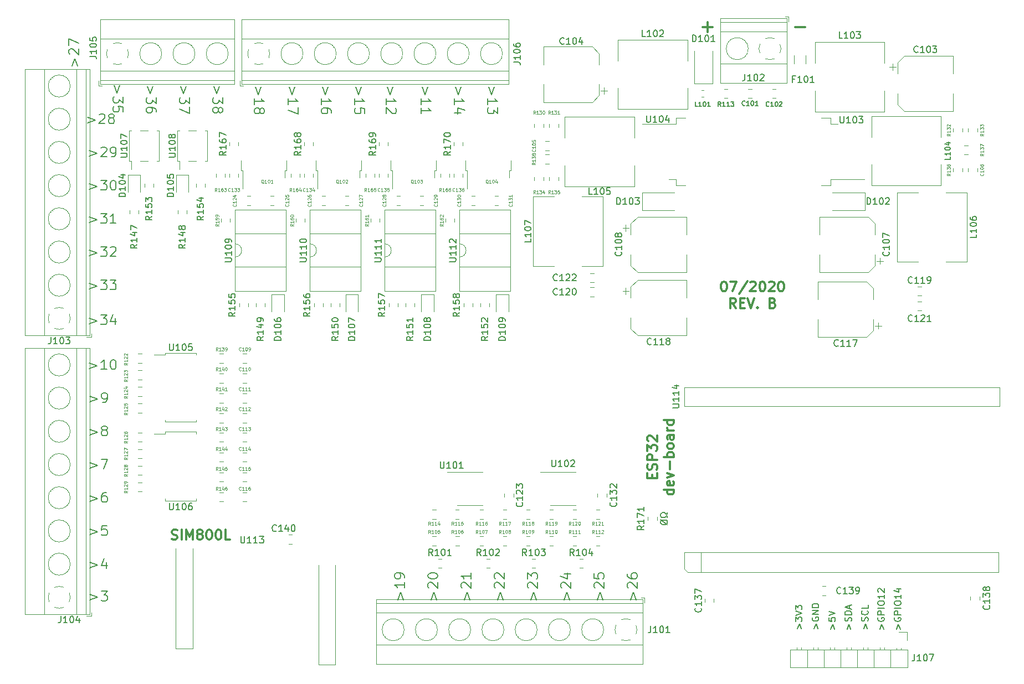
<source format=gbr>
G04 #@! TF.GenerationSoftware,KiCad,Pcbnew,(5.1.5)-3*
G04 #@! TF.CreationDate,2020-07-27T21:58:35-03:00*
G04 #@! TF.ProjectId,ESP32-BOARD,45535033-322d-4424-9f41-52442e6b6963,rev?*
G04 #@! TF.SameCoordinates,Original*
G04 #@! TF.FileFunction,Legend,Top*
G04 #@! TF.FilePolarity,Positive*
%FSLAX46Y46*%
G04 Gerber Fmt 4.6, Leading zero omitted, Abs format (unit mm)*
G04 Created by KiCad (PCBNEW (5.1.5)-3) date 2020-07-27 21:58:35*
%MOMM*%
%LPD*%
G04 APERTURE LIST*
%ADD10C,0.300000*%
%ADD11C,0.200000*%
%ADD12C,0.150000*%
%ADD13C,0.120000*%
%ADD14C,0.100000*%
G04 APERTURE END LIST*
D10*
X114974442Y-123416142D02*
X115188728Y-123487571D01*
X115545871Y-123487571D01*
X115688728Y-123416142D01*
X115760157Y-123344714D01*
X115831585Y-123201857D01*
X115831585Y-123059000D01*
X115760157Y-122916142D01*
X115688728Y-122844714D01*
X115545871Y-122773285D01*
X115260157Y-122701857D01*
X115117300Y-122630428D01*
X115045871Y-122559000D01*
X114974442Y-122416142D01*
X114974442Y-122273285D01*
X115045871Y-122130428D01*
X115117300Y-122059000D01*
X115260157Y-121987571D01*
X115617300Y-121987571D01*
X115831585Y-122059000D01*
X116474442Y-123487571D02*
X116474442Y-121987571D01*
X117188728Y-123487571D02*
X117188728Y-121987571D01*
X117688728Y-123059000D01*
X118188728Y-121987571D01*
X118188728Y-123487571D01*
X119117300Y-122630428D02*
X118974442Y-122559000D01*
X118903014Y-122487571D01*
X118831585Y-122344714D01*
X118831585Y-122273285D01*
X118903014Y-122130428D01*
X118974442Y-122059000D01*
X119117300Y-121987571D01*
X119403014Y-121987571D01*
X119545871Y-122059000D01*
X119617300Y-122130428D01*
X119688728Y-122273285D01*
X119688728Y-122344714D01*
X119617300Y-122487571D01*
X119545871Y-122559000D01*
X119403014Y-122630428D01*
X119117300Y-122630428D01*
X118974442Y-122701857D01*
X118903014Y-122773285D01*
X118831585Y-122916142D01*
X118831585Y-123201857D01*
X118903014Y-123344714D01*
X118974442Y-123416142D01*
X119117300Y-123487571D01*
X119403014Y-123487571D01*
X119545871Y-123416142D01*
X119617300Y-123344714D01*
X119688728Y-123201857D01*
X119688728Y-122916142D01*
X119617300Y-122773285D01*
X119545871Y-122701857D01*
X119403014Y-122630428D01*
X120617300Y-121987571D02*
X120760157Y-121987571D01*
X120903014Y-122059000D01*
X120974442Y-122130428D01*
X121045871Y-122273285D01*
X121117300Y-122559000D01*
X121117300Y-122916142D01*
X121045871Y-123201857D01*
X120974442Y-123344714D01*
X120903014Y-123416142D01*
X120760157Y-123487571D01*
X120617300Y-123487571D01*
X120474442Y-123416142D01*
X120403014Y-123344714D01*
X120331585Y-123201857D01*
X120260157Y-122916142D01*
X120260157Y-122559000D01*
X120331585Y-122273285D01*
X120403014Y-122130428D01*
X120474442Y-122059000D01*
X120617300Y-121987571D01*
X122045871Y-121987571D02*
X122188728Y-121987571D01*
X122331585Y-122059000D01*
X122403014Y-122130428D01*
X122474442Y-122273285D01*
X122545871Y-122559000D01*
X122545871Y-122916142D01*
X122474442Y-123201857D01*
X122403014Y-123344714D01*
X122331585Y-123416142D01*
X122188728Y-123487571D01*
X122045871Y-123487571D01*
X121903014Y-123416142D01*
X121831585Y-123344714D01*
X121760157Y-123201857D01*
X121688728Y-122916142D01*
X121688728Y-122559000D01*
X121760157Y-122273285D01*
X121831585Y-122130428D01*
X121903014Y-122059000D01*
X122045871Y-121987571D01*
X123903014Y-123487571D02*
X123188728Y-123487571D01*
X123188728Y-121987571D01*
X188343157Y-114085285D02*
X188343157Y-113585285D01*
X189128871Y-113371000D02*
X189128871Y-114085285D01*
X187628871Y-114085285D01*
X187628871Y-113371000D01*
X189057442Y-112799571D02*
X189128871Y-112585285D01*
X189128871Y-112228142D01*
X189057442Y-112085285D01*
X188986014Y-112013857D01*
X188843157Y-111942428D01*
X188700300Y-111942428D01*
X188557442Y-112013857D01*
X188486014Y-112085285D01*
X188414585Y-112228142D01*
X188343157Y-112513857D01*
X188271728Y-112656714D01*
X188200300Y-112728142D01*
X188057442Y-112799571D01*
X187914585Y-112799571D01*
X187771728Y-112728142D01*
X187700300Y-112656714D01*
X187628871Y-112513857D01*
X187628871Y-112156714D01*
X187700300Y-111942428D01*
X189128871Y-111299571D02*
X187628871Y-111299571D01*
X187628871Y-110728142D01*
X187700300Y-110585285D01*
X187771728Y-110513857D01*
X187914585Y-110442428D01*
X188128871Y-110442428D01*
X188271728Y-110513857D01*
X188343157Y-110585285D01*
X188414585Y-110728142D01*
X188414585Y-111299571D01*
X187628871Y-109942428D02*
X187628871Y-109013857D01*
X188200300Y-109513857D01*
X188200300Y-109299571D01*
X188271728Y-109156714D01*
X188343157Y-109085285D01*
X188486014Y-109013857D01*
X188843157Y-109013857D01*
X188986014Y-109085285D01*
X189057442Y-109156714D01*
X189128871Y-109299571D01*
X189128871Y-109728142D01*
X189057442Y-109871000D01*
X188986014Y-109942428D01*
X187771728Y-108442428D02*
X187700300Y-108371000D01*
X187628871Y-108228142D01*
X187628871Y-107871000D01*
X187700300Y-107728142D01*
X187771728Y-107656714D01*
X187914585Y-107585285D01*
X188057442Y-107585285D01*
X188271728Y-107656714D01*
X189128871Y-108513857D01*
X189128871Y-107585285D01*
X191678871Y-115871000D02*
X190178871Y-115871000D01*
X191607442Y-115871000D02*
X191678871Y-116013857D01*
X191678871Y-116299571D01*
X191607442Y-116442428D01*
X191536014Y-116513857D01*
X191393157Y-116585285D01*
X190964585Y-116585285D01*
X190821728Y-116513857D01*
X190750300Y-116442428D01*
X190678871Y-116299571D01*
X190678871Y-116013857D01*
X190750300Y-115871000D01*
X191607442Y-114585285D02*
X191678871Y-114728142D01*
X191678871Y-115013857D01*
X191607442Y-115156714D01*
X191464585Y-115228142D01*
X190893157Y-115228142D01*
X190750300Y-115156714D01*
X190678871Y-115013857D01*
X190678871Y-114728142D01*
X190750300Y-114585285D01*
X190893157Y-114513857D01*
X191036014Y-114513857D01*
X191178871Y-115228142D01*
X190678871Y-114013857D02*
X191678871Y-113656714D01*
X190678871Y-113299571D01*
X191107442Y-112728142D02*
X191107442Y-111585285D01*
X191678871Y-110871000D02*
X190178871Y-110871000D01*
X190750300Y-110871000D02*
X190678871Y-110728142D01*
X190678871Y-110442428D01*
X190750300Y-110299571D01*
X190821728Y-110228142D01*
X190964585Y-110156714D01*
X191393157Y-110156714D01*
X191536014Y-110228142D01*
X191607442Y-110299571D01*
X191678871Y-110442428D01*
X191678871Y-110728142D01*
X191607442Y-110871000D01*
X191678871Y-109299571D02*
X191607442Y-109442428D01*
X191536014Y-109513857D01*
X191393157Y-109585285D01*
X190964585Y-109585285D01*
X190821728Y-109513857D01*
X190750300Y-109442428D01*
X190678871Y-109299571D01*
X190678871Y-109085285D01*
X190750300Y-108942428D01*
X190821728Y-108871000D01*
X190964585Y-108799571D01*
X191393157Y-108799571D01*
X191536014Y-108871000D01*
X191607442Y-108942428D01*
X191678871Y-109085285D01*
X191678871Y-109299571D01*
X191678871Y-107513857D02*
X190893157Y-107513857D01*
X190750300Y-107585285D01*
X190678871Y-107728142D01*
X190678871Y-108013857D01*
X190750300Y-108156714D01*
X191607442Y-107513857D02*
X191678871Y-107656714D01*
X191678871Y-108013857D01*
X191607442Y-108156714D01*
X191464585Y-108228142D01*
X191321728Y-108228142D01*
X191178871Y-108156714D01*
X191107442Y-108013857D01*
X191107442Y-107656714D01*
X191036014Y-107513857D01*
X191678871Y-106799571D02*
X190678871Y-106799571D01*
X190964585Y-106799571D02*
X190821728Y-106728142D01*
X190750300Y-106656714D01*
X190678871Y-106513857D01*
X190678871Y-106371000D01*
X191678871Y-105228142D02*
X190178871Y-105228142D01*
X191607442Y-105228142D02*
X191678871Y-105371000D01*
X191678871Y-105656714D01*
X191607442Y-105799571D01*
X191536014Y-105871000D01*
X191393157Y-105942428D01*
X190964585Y-105942428D01*
X190821728Y-105871000D01*
X190750300Y-105799571D01*
X190678871Y-105656714D01*
X190678871Y-105371000D01*
X190750300Y-105228142D01*
D11*
X180005871Y-132683000D02*
X180434442Y-131540142D01*
X180863014Y-132683000D01*
X179648728Y-130897285D02*
X179577300Y-130825857D01*
X179505871Y-130683000D01*
X179505871Y-130325857D01*
X179577300Y-130183000D01*
X179648728Y-130111571D01*
X179791585Y-130040142D01*
X179934442Y-130040142D01*
X180148728Y-130111571D01*
X181005871Y-130968714D01*
X181005871Y-130040142D01*
X179505871Y-128683000D02*
X179505871Y-129397285D01*
X180220157Y-129468714D01*
X180148728Y-129397285D01*
X180077300Y-129254428D01*
X180077300Y-128897285D01*
X180148728Y-128754428D01*
X180220157Y-128683000D01*
X180363014Y-128611571D01*
X180720157Y-128611571D01*
X180863014Y-128683000D01*
X180934442Y-128754428D01*
X181005871Y-128897285D01*
X181005871Y-129254428D01*
X180934442Y-129397285D01*
X180863014Y-129468714D01*
X189685680Y-120459476D02*
X190685680Y-121221380D01*
X190685680Y-120935666D02*
X190638061Y-121030904D01*
X190542823Y-121126142D01*
X190352347Y-121173761D01*
X190019014Y-121173761D01*
X189828538Y-121126142D01*
X189733300Y-121030904D01*
X189685680Y-120935666D01*
X189685680Y-120745190D01*
X189733300Y-120649952D01*
X189828538Y-120554714D01*
X190019014Y-120507095D01*
X190352347Y-120507095D01*
X190542823Y-120554714D01*
X190638061Y-120649952D01*
X190685680Y-120745190D01*
X190685680Y-120935666D01*
X190685680Y-120126142D02*
X190685680Y-119888047D01*
X190495204Y-119888047D01*
X190447585Y-119983285D01*
X190352347Y-120078523D01*
X190209490Y-120126142D01*
X189971395Y-120126142D01*
X189828538Y-120078523D01*
X189733300Y-119983285D01*
X189685680Y-119840428D01*
X189685680Y-119649952D01*
X189733300Y-119507095D01*
X189828538Y-119411857D01*
X189971395Y-119364238D01*
X190209490Y-119364238D01*
X190352347Y-119411857D01*
X190447585Y-119507095D01*
X190495204Y-119602333D01*
X190685680Y-119602333D01*
X190685680Y-119364238D01*
X122241428Y-54134000D02*
X121812857Y-55276857D01*
X121384285Y-54134000D01*
X122741428Y-55848285D02*
X122741428Y-56776857D01*
X122170000Y-56276857D01*
X122170000Y-56491142D01*
X122098571Y-56634000D01*
X122027142Y-56705428D01*
X121884285Y-56776857D01*
X121527142Y-56776857D01*
X121384285Y-56705428D01*
X121312857Y-56634000D01*
X121241428Y-56491142D01*
X121241428Y-56062571D01*
X121312857Y-55919714D01*
X121384285Y-55848285D01*
X122098571Y-57634000D02*
X122170000Y-57491142D01*
X122241428Y-57419714D01*
X122384285Y-57348285D01*
X122455714Y-57348285D01*
X122598571Y-57419714D01*
X122670000Y-57491142D01*
X122741428Y-57634000D01*
X122741428Y-57919714D01*
X122670000Y-58062571D01*
X122598571Y-58134000D01*
X122455714Y-58205428D01*
X122384285Y-58205428D01*
X122241428Y-58134000D01*
X122170000Y-58062571D01*
X122098571Y-57919714D01*
X122098571Y-57634000D01*
X122027142Y-57491142D01*
X121955714Y-57419714D01*
X121812857Y-57348285D01*
X121527142Y-57348285D01*
X121384285Y-57419714D01*
X121312857Y-57491142D01*
X121241428Y-57634000D01*
X121241428Y-57919714D01*
X121312857Y-58062571D01*
X121384285Y-58134000D01*
X121527142Y-58205428D01*
X121812857Y-58205428D01*
X121955714Y-58134000D01*
X122027142Y-58062571D01*
X122098571Y-57919714D01*
X117161428Y-54134000D02*
X116732857Y-55276857D01*
X116304285Y-54134000D01*
X117661428Y-55848285D02*
X117661428Y-56776857D01*
X117090000Y-56276857D01*
X117090000Y-56491142D01*
X117018571Y-56634000D01*
X116947142Y-56705428D01*
X116804285Y-56776857D01*
X116447142Y-56776857D01*
X116304285Y-56705428D01*
X116232857Y-56634000D01*
X116161428Y-56491142D01*
X116161428Y-56062571D01*
X116232857Y-55919714D01*
X116304285Y-55848285D01*
X117661428Y-57276857D02*
X117661428Y-58276857D01*
X116161428Y-57634000D01*
X112081428Y-54134000D02*
X111652857Y-55276857D01*
X111224285Y-54134000D01*
X112581428Y-55848285D02*
X112581428Y-56776857D01*
X112010000Y-56276857D01*
X112010000Y-56491142D01*
X111938571Y-56634000D01*
X111867142Y-56705428D01*
X111724285Y-56776857D01*
X111367142Y-56776857D01*
X111224285Y-56705428D01*
X111152857Y-56634000D01*
X111081428Y-56491142D01*
X111081428Y-56062571D01*
X111152857Y-55919714D01*
X111224285Y-55848285D01*
X112581428Y-58062571D02*
X112581428Y-57776857D01*
X112510000Y-57634000D01*
X112438571Y-57562571D01*
X112224285Y-57419714D01*
X111938571Y-57348285D01*
X111367142Y-57348285D01*
X111224285Y-57419714D01*
X111152857Y-57491142D01*
X111081428Y-57634000D01*
X111081428Y-57919714D01*
X111152857Y-58062571D01*
X111224285Y-58134000D01*
X111367142Y-58205428D01*
X111724285Y-58205428D01*
X111867142Y-58134000D01*
X111938571Y-58062571D01*
X112010000Y-57919714D01*
X112010000Y-57634000D01*
X111938571Y-57491142D01*
X111867142Y-57419714D01*
X111724285Y-57348285D01*
X143958428Y-54261000D02*
X143529857Y-55403857D01*
X143101285Y-54261000D01*
X142958428Y-56903857D02*
X142958428Y-56046714D01*
X142958428Y-56475285D02*
X144458428Y-56475285D01*
X144244142Y-56332428D01*
X144101285Y-56189571D01*
X144029857Y-56046714D01*
X144458428Y-58261000D02*
X144458428Y-57546714D01*
X143744142Y-57475285D01*
X143815571Y-57546714D01*
X143887000Y-57689571D01*
X143887000Y-58046714D01*
X143815571Y-58189571D01*
X143744142Y-58261000D01*
X143601285Y-58332428D01*
X143244142Y-58332428D01*
X143101285Y-58261000D01*
X143029857Y-58189571D01*
X142958428Y-58046714D01*
X142958428Y-57689571D01*
X143029857Y-57546714D01*
X143101285Y-57475285D01*
X138878428Y-54261000D02*
X138449857Y-55403857D01*
X138021285Y-54261000D01*
X137878428Y-56903857D02*
X137878428Y-56046714D01*
X137878428Y-56475285D02*
X139378428Y-56475285D01*
X139164142Y-56332428D01*
X139021285Y-56189571D01*
X138949857Y-56046714D01*
X139378428Y-58189571D02*
X139378428Y-57903857D01*
X139307000Y-57761000D01*
X139235571Y-57689571D01*
X139021285Y-57546714D01*
X138735571Y-57475285D01*
X138164142Y-57475285D01*
X138021285Y-57546714D01*
X137949857Y-57618142D01*
X137878428Y-57761000D01*
X137878428Y-58046714D01*
X137949857Y-58189571D01*
X138021285Y-58261000D01*
X138164142Y-58332428D01*
X138521285Y-58332428D01*
X138664142Y-58261000D01*
X138735571Y-58189571D01*
X138807000Y-58046714D01*
X138807000Y-57761000D01*
X138735571Y-57618142D01*
X138664142Y-57546714D01*
X138521285Y-57475285D01*
X133798428Y-54261000D02*
X133369857Y-55403857D01*
X132941285Y-54261000D01*
X132798428Y-56903857D02*
X132798428Y-56046714D01*
X132798428Y-56475285D02*
X134298428Y-56475285D01*
X134084142Y-56332428D01*
X133941285Y-56189571D01*
X133869857Y-56046714D01*
X134298428Y-57403857D02*
X134298428Y-58403857D01*
X132798428Y-57761000D01*
X128591428Y-54261000D02*
X128162857Y-55403857D01*
X127734285Y-54261000D01*
X127591428Y-56903857D02*
X127591428Y-56046714D01*
X127591428Y-56475285D02*
X129091428Y-56475285D01*
X128877142Y-56332428D01*
X128734285Y-56189571D01*
X128662857Y-56046714D01*
X128448571Y-57761000D02*
X128520000Y-57618142D01*
X128591428Y-57546714D01*
X128734285Y-57475285D01*
X128805714Y-57475285D01*
X128948571Y-57546714D01*
X129020000Y-57618142D01*
X129091428Y-57761000D01*
X129091428Y-58046714D01*
X129020000Y-58189571D01*
X128948571Y-58261000D01*
X128805714Y-58332428D01*
X128734285Y-58332428D01*
X128591428Y-58261000D01*
X128520000Y-58189571D01*
X128448571Y-58046714D01*
X128448571Y-57761000D01*
X128377142Y-57618142D01*
X128305714Y-57546714D01*
X128162857Y-57475285D01*
X127877142Y-57475285D01*
X127734285Y-57546714D01*
X127662857Y-57618142D01*
X127591428Y-57761000D01*
X127591428Y-58046714D01*
X127662857Y-58189571D01*
X127734285Y-58261000D01*
X127877142Y-58332428D01*
X128162857Y-58332428D01*
X128305714Y-58261000D01*
X128377142Y-58189571D01*
X128448571Y-58046714D01*
X159198428Y-54261000D02*
X158769857Y-55403857D01*
X158341285Y-54261000D01*
X158198428Y-56903857D02*
X158198428Y-56046714D01*
X158198428Y-56475285D02*
X159698428Y-56475285D01*
X159484142Y-56332428D01*
X159341285Y-56189571D01*
X159269857Y-56046714D01*
X159198428Y-58189571D02*
X158198428Y-58189571D01*
X159769857Y-57832428D02*
X158698428Y-57475285D01*
X158698428Y-58403857D01*
X148784428Y-54261000D02*
X148355857Y-55403857D01*
X147927285Y-54261000D01*
X147784428Y-56903857D02*
X147784428Y-56046714D01*
X147784428Y-56475285D02*
X149284428Y-56475285D01*
X149070142Y-56332428D01*
X148927285Y-56189571D01*
X148855857Y-56046714D01*
X149141571Y-57475285D02*
X149213000Y-57546714D01*
X149284428Y-57689571D01*
X149284428Y-58046714D01*
X149213000Y-58189571D01*
X149141571Y-58261000D01*
X148998714Y-58332428D01*
X148855857Y-58332428D01*
X148641571Y-58261000D01*
X147784428Y-57403857D01*
X147784428Y-58332428D01*
X154118428Y-54261000D02*
X153689857Y-55403857D01*
X153261285Y-54261000D01*
X153118428Y-56903857D02*
X153118428Y-56046714D01*
X153118428Y-56475285D02*
X154618428Y-56475285D01*
X154404142Y-56332428D01*
X154261285Y-56189571D01*
X154189857Y-56046714D01*
X153118428Y-58332428D02*
X153118428Y-57475285D01*
X153118428Y-57903857D02*
X154618428Y-57903857D01*
X154404142Y-57761000D01*
X154261285Y-57618142D01*
X154189857Y-57475285D01*
X164278428Y-54261000D02*
X163849857Y-55403857D01*
X163421285Y-54261000D01*
X163278428Y-56903857D02*
X163278428Y-56046714D01*
X163278428Y-56475285D02*
X164778428Y-56475285D01*
X164564142Y-56332428D01*
X164421285Y-56189571D01*
X164349857Y-56046714D01*
X164778428Y-57403857D02*
X164778428Y-58332428D01*
X164207000Y-57832428D01*
X164207000Y-58046714D01*
X164135571Y-58189571D01*
X164064142Y-58261000D01*
X163921285Y-58332428D01*
X163564142Y-58332428D01*
X163421285Y-58261000D01*
X163349857Y-58189571D01*
X163278428Y-58046714D01*
X163278428Y-57618142D01*
X163349857Y-57475285D01*
X163421285Y-57403857D01*
X99754571Y-51022000D02*
X100183142Y-49879142D01*
X100611714Y-51022000D01*
X99397428Y-49236285D02*
X99326000Y-49164857D01*
X99254571Y-49022000D01*
X99254571Y-48664857D01*
X99326000Y-48522000D01*
X99397428Y-48450571D01*
X99540285Y-48379142D01*
X99683142Y-48379142D01*
X99897428Y-48450571D01*
X100754571Y-49307714D01*
X100754571Y-48379142D01*
X99254571Y-47879142D02*
X99254571Y-46879142D01*
X100754571Y-47522000D01*
X106988728Y-54007000D02*
X106560157Y-55149857D01*
X106131585Y-54007000D01*
X107488728Y-55721285D02*
X107488728Y-56649857D01*
X106917300Y-56149857D01*
X106917300Y-56364142D01*
X106845871Y-56507000D01*
X106774442Y-56578428D01*
X106631585Y-56649857D01*
X106274442Y-56649857D01*
X106131585Y-56578428D01*
X106060157Y-56507000D01*
X105988728Y-56364142D01*
X105988728Y-55935571D01*
X106060157Y-55792714D01*
X106131585Y-55721285D01*
X107488728Y-58007000D02*
X107488728Y-57292714D01*
X106774442Y-57221285D01*
X106845871Y-57292714D01*
X106917300Y-57435571D01*
X106917300Y-57792714D01*
X106845871Y-57935571D01*
X106774442Y-58007000D01*
X106631585Y-58078428D01*
X106274442Y-58078428D01*
X106131585Y-58007000D01*
X106060157Y-57935571D01*
X105988728Y-57792714D01*
X105988728Y-57435571D01*
X106060157Y-57292714D01*
X106131585Y-57221285D01*
X102127300Y-58860571D02*
X103270157Y-59289142D01*
X102127300Y-59717714D01*
X103913014Y-58503428D02*
X103984442Y-58432000D01*
X104127300Y-58360571D01*
X104484442Y-58360571D01*
X104627300Y-58432000D01*
X104698728Y-58503428D01*
X104770157Y-58646285D01*
X104770157Y-58789142D01*
X104698728Y-59003428D01*
X103841585Y-59860571D01*
X104770157Y-59860571D01*
X105627300Y-59003428D02*
X105484442Y-58932000D01*
X105413014Y-58860571D01*
X105341585Y-58717714D01*
X105341585Y-58646285D01*
X105413014Y-58503428D01*
X105484442Y-58432000D01*
X105627300Y-58360571D01*
X105913014Y-58360571D01*
X106055871Y-58432000D01*
X106127300Y-58503428D01*
X106198728Y-58646285D01*
X106198728Y-58717714D01*
X106127300Y-58860571D01*
X106055871Y-58932000D01*
X105913014Y-59003428D01*
X105627300Y-59003428D01*
X105484442Y-59074857D01*
X105413014Y-59146285D01*
X105341585Y-59289142D01*
X105341585Y-59574857D01*
X105413014Y-59717714D01*
X105484442Y-59789142D01*
X105627300Y-59860571D01*
X105913014Y-59860571D01*
X106055871Y-59789142D01*
X106127300Y-59717714D01*
X106198728Y-59574857D01*
X106198728Y-59289142D01*
X106127300Y-59146285D01*
X106055871Y-59074857D01*
X105913014Y-59003428D01*
X102394000Y-63940571D02*
X103536857Y-64369142D01*
X102394000Y-64797714D01*
X104179714Y-63583428D02*
X104251142Y-63512000D01*
X104394000Y-63440571D01*
X104751142Y-63440571D01*
X104894000Y-63512000D01*
X104965428Y-63583428D01*
X105036857Y-63726285D01*
X105036857Y-63869142D01*
X104965428Y-64083428D01*
X104108285Y-64940571D01*
X105036857Y-64940571D01*
X105751142Y-64940571D02*
X106036857Y-64940571D01*
X106179714Y-64869142D01*
X106251142Y-64797714D01*
X106394000Y-64583428D01*
X106465428Y-64297714D01*
X106465428Y-63726285D01*
X106394000Y-63583428D01*
X106322571Y-63512000D01*
X106179714Y-63440571D01*
X105894000Y-63440571D01*
X105751142Y-63512000D01*
X105679714Y-63583428D01*
X105608285Y-63726285D01*
X105608285Y-64083428D01*
X105679714Y-64226285D01*
X105751142Y-64297714D01*
X105894000Y-64369142D01*
X106179714Y-64369142D01*
X106322571Y-64297714D01*
X106394000Y-64226285D01*
X106465428Y-64083428D01*
X102394000Y-69020571D02*
X103536857Y-69449142D01*
X102394000Y-69877714D01*
X104108285Y-68520571D02*
X105036857Y-68520571D01*
X104536857Y-69092000D01*
X104751142Y-69092000D01*
X104894000Y-69163428D01*
X104965428Y-69234857D01*
X105036857Y-69377714D01*
X105036857Y-69734857D01*
X104965428Y-69877714D01*
X104894000Y-69949142D01*
X104751142Y-70020571D01*
X104322571Y-70020571D01*
X104179714Y-69949142D01*
X104108285Y-69877714D01*
X105965428Y-68520571D02*
X106108285Y-68520571D01*
X106251142Y-68592000D01*
X106322571Y-68663428D01*
X106394000Y-68806285D01*
X106465428Y-69092000D01*
X106465428Y-69449142D01*
X106394000Y-69734857D01*
X106322571Y-69877714D01*
X106251142Y-69949142D01*
X106108285Y-70020571D01*
X105965428Y-70020571D01*
X105822571Y-69949142D01*
X105751142Y-69877714D01*
X105679714Y-69734857D01*
X105608285Y-69449142D01*
X105608285Y-69092000D01*
X105679714Y-68806285D01*
X105751142Y-68663428D01*
X105822571Y-68592000D01*
X105965428Y-68520571D01*
X102394000Y-74100571D02*
X103536857Y-74529142D01*
X102394000Y-74957714D01*
X104108285Y-73600571D02*
X105036857Y-73600571D01*
X104536857Y-74172000D01*
X104751142Y-74172000D01*
X104894000Y-74243428D01*
X104965428Y-74314857D01*
X105036857Y-74457714D01*
X105036857Y-74814857D01*
X104965428Y-74957714D01*
X104894000Y-75029142D01*
X104751142Y-75100571D01*
X104322571Y-75100571D01*
X104179714Y-75029142D01*
X104108285Y-74957714D01*
X106465428Y-75100571D02*
X105608285Y-75100571D01*
X106036857Y-75100571D02*
X106036857Y-73600571D01*
X105894000Y-73814857D01*
X105751142Y-73957714D01*
X105608285Y-74029142D01*
X102394000Y-79180571D02*
X103536857Y-79609142D01*
X102394000Y-80037714D01*
X104108285Y-78680571D02*
X105036857Y-78680571D01*
X104536857Y-79252000D01*
X104751142Y-79252000D01*
X104894000Y-79323428D01*
X104965428Y-79394857D01*
X105036857Y-79537714D01*
X105036857Y-79894857D01*
X104965428Y-80037714D01*
X104894000Y-80109142D01*
X104751142Y-80180571D01*
X104322571Y-80180571D01*
X104179714Y-80109142D01*
X104108285Y-80037714D01*
X105608285Y-78823428D02*
X105679714Y-78752000D01*
X105822571Y-78680571D01*
X106179714Y-78680571D01*
X106322571Y-78752000D01*
X106394000Y-78823428D01*
X106465428Y-78966285D01*
X106465428Y-79109142D01*
X106394000Y-79323428D01*
X105536857Y-80180571D01*
X106465428Y-80180571D01*
X102394000Y-84260571D02*
X103536857Y-84689142D01*
X102394000Y-85117714D01*
X104108285Y-83760571D02*
X105036857Y-83760571D01*
X104536857Y-84332000D01*
X104751142Y-84332000D01*
X104894000Y-84403428D01*
X104965428Y-84474857D01*
X105036857Y-84617714D01*
X105036857Y-84974857D01*
X104965428Y-85117714D01*
X104894000Y-85189142D01*
X104751142Y-85260571D01*
X104322571Y-85260571D01*
X104179714Y-85189142D01*
X104108285Y-85117714D01*
X105536857Y-83760571D02*
X106465428Y-83760571D01*
X105965428Y-84332000D01*
X106179714Y-84332000D01*
X106322571Y-84403428D01*
X106394000Y-84474857D01*
X106465428Y-84617714D01*
X106465428Y-84974857D01*
X106394000Y-85117714D01*
X106322571Y-85189142D01*
X106179714Y-85260571D01*
X105751142Y-85260571D01*
X105608285Y-85189142D01*
X105536857Y-85117714D01*
X102394000Y-89594571D02*
X103536857Y-90023142D01*
X102394000Y-90451714D01*
X104108285Y-89094571D02*
X105036857Y-89094571D01*
X104536857Y-89666000D01*
X104751142Y-89666000D01*
X104894000Y-89737428D01*
X104965428Y-89808857D01*
X105036857Y-89951714D01*
X105036857Y-90308857D01*
X104965428Y-90451714D01*
X104894000Y-90523142D01*
X104751142Y-90594571D01*
X104322571Y-90594571D01*
X104179714Y-90523142D01*
X104108285Y-90451714D01*
X106322571Y-89594571D02*
X106322571Y-90594571D01*
X105965428Y-89023142D02*
X105608285Y-90094571D01*
X106536857Y-90094571D01*
X102394000Y-96452571D02*
X103536857Y-96881142D01*
X102394000Y-97309714D01*
X105036857Y-97452571D02*
X104179714Y-97452571D01*
X104608285Y-97452571D02*
X104608285Y-95952571D01*
X104465428Y-96166857D01*
X104322571Y-96309714D01*
X104179714Y-96381142D01*
X105965428Y-95952571D02*
X106108285Y-95952571D01*
X106251142Y-96024000D01*
X106322571Y-96095428D01*
X106394000Y-96238285D01*
X106465428Y-96524000D01*
X106465428Y-96881142D01*
X106394000Y-97166857D01*
X106322571Y-97309714D01*
X106251142Y-97381142D01*
X106108285Y-97452571D01*
X105965428Y-97452571D01*
X105822571Y-97381142D01*
X105751142Y-97309714D01*
X105679714Y-97166857D01*
X105608285Y-96881142D01*
X105608285Y-96524000D01*
X105679714Y-96238285D01*
X105751142Y-96095428D01*
X105822571Y-96024000D01*
X105965428Y-95952571D01*
X102473285Y-101532571D02*
X103616142Y-101961142D01*
X102473285Y-102389714D01*
X104401857Y-102532571D02*
X104687571Y-102532571D01*
X104830428Y-102461142D01*
X104901857Y-102389714D01*
X105044714Y-102175428D01*
X105116142Y-101889714D01*
X105116142Y-101318285D01*
X105044714Y-101175428D01*
X104973285Y-101104000D01*
X104830428Y-101032571D01*
X104544714Y-101032571D01*
X104401857Y-101104000D01*
X104330428Y-101175428D01*
X104259000Y-101318285D01*
X104259000Y-101675428D01*
X104330428Y-101818285D01*
X104401857Y-101889714D01*
X104544714Y-101961142D01*
X104830428Y-101961142D01*
X104973285Y-101889714D01*
X105044714Y-101818285D01*
X105116142Y-101675428D01*
X102473285Y-106612571D02*
X103616142Y-107041142D01*
X102473285Y-107469714D01*
X104544714Y-106755428D02*
X104401857Y-106684000D01*
X104330428Y-106612571D01*
X104259000Y-106469714D01*
X104259000Y-106398285D01*
X104330428Y-106255428D01*
X104401857Y-106184000D01*
X104544714Y-106112571D01*
X104830428Y-106112571D01*
X104973285Y-106184000D01*
X105044714Y-106255428D01*
X105116142Y-106398285D01*
X105116142Y-106469714D01*
X105044714Y-106612571D01*
X104973285Y-106684000D01*
X104830428Y-106755428D01*
X104544714Y-106755428D01*
X104401857Y-106826857D01*
X104330428Y-106898285D01*
X104259000Y-107041142D01*
X104259000Y-107326857D01*
X104330428Y-107469714D01*
X104401857Y-107541142D01*
X104544714Y-107612571D01*
X104830428Y-107612571D01*
X104973285Y-107541142D01*
X105044714Y-107469714D01*
X105116142Y-107326857D01*
X105116142Y-107041142D01*
X105044714Y-106898285D01*
X104973285Y-106826857D01*
X104830428Y-106755428D01*
X102473285Y-111692571D02*
X103616142Y-112121142D01*
X102473285Y-112549714D01*
X104187571Y-111192571D02*
X105187571Y-111192571D01*
X104544714Y-112692571D01*
X102473285Y-116772571D02*
X103616142Y-117201142D01*
X102473285Y-117629714D01*
X104973285Y-116272571D02*
X104687571Y-116272571D01*
X104544714Y-116344000D01*
X104473285Y-116415428D01*
X104330428Y-116629714D01*
X104259000Y-116915428D01*
X104259000Y-117486857D01*
X104330428Y-117629714D01*
X104401857Y-117701142D01*
X104544714Y-117772571D01*
X104830428Y-117772571D01*
X104973285Y-117701142D01*
X105044714Y-117629714D01*
X105116142Y-117486857D01*
X105116142Y-117129714D01*
X105044714Y-116986857D01*
X104973285Y-116915428D01*
X104830428Y-116844000D01*
X104544714Y-116844000D01*
X104401857Y-116915428D01*
X104330428Y-116986857D01*
X104259000Y-117129714D01*
X102473285Y-121852571D02*
X103616142Y-122281142D01*
X102473285Y-122709714D01*
X105044714Y-121352571D02*
X104330428Y-121352571D01*
X104259000Y-122066857D01*
X104330428Y-121995428D01*
X104473285Y-121924000D01*
X104830428Y-121924000D01*
X104973285Y-121995428D01*
X105044714Y-122066857D01*
X105116142Y-122209714D01*
X105116142Y-122566857D01*
X105044714Y-122709714D01*
X104973285Y-122781142D01*
X104830428Y-122852571D01*
X104473285Y-122852571D01*
X104330428Y-122781142D01*
X104259000Y-122709714D01*
X102473285Y-126932571D02*
X103616142Y-127361142D01*
X102473285Y-127789714D01*
X104973285Y-126932571D02*
X104973285Y-127932571D01*
X104616142Y-126361142D02*
X104259000Y-127432571D01*
X105187571Y-127432571D01*
X102473285Y-131885571D02*
X103616142Y-132314142D01*
X102473285Y-132742714D01*
X104187571Y-131385571D02*
X105116142Y-131385571D01*
X104616142Y-131957000D01*
X104830428Y-131957000D01*
X104973285Y-132028428D01*
X105044714Y-132099857D01*
X105116142Y-132242714D01*
X105116142Y-132599857D01*
X105044714Y-132742714D01*
X104973285Y-132814142D01*
X104830428Y-132885571D01*
X104401857Y-132885571D01*
X104259000Y-132814142D01*
X104187571Y-132742714D01*
X185098571Y-132683000D02*
X185527142Y-131540142D01*
X185955714Y-132683000D01*
X184741428Y-130897285D02*
X184670000Y-130825857D01*
X184598571Y-130683000D01*
X184598571Y-130325857D01*
X184670000Y-130183000D01*
X184741428Y-130111571D01*
X184884285Y-130040142D01*
X185027142Y-130040142D01*
X185241428Y-130111571D01*
X186098571Y-130968714D01*
X186098571Y-130040142D01*
X184598571Y-128754428D02*
X184598571Y-129040142D01*
X184670000Y-129183000D01*
X184741428Y-129254428D01*
X184955714Y-129397285D01*
X185241428Y-129468714D01*
X185812857Y-129468714D01*
X185955714Y-129397285D01*
X186027142Y-129325857D01*
X186098571Y-129183000D01*
X186098571Y-128897285D01*
X186027142Y-128754428D01*
X185955714Y-128683000D01*
X185812857Y-128611571D01*
X185455714Y-128611571D01*
X185312857Y-128683000D01*
X185241428Y-128754428D01*
X185170000Y-128897285D01*
X185170000Y-129183000D01*
X185241428Y-129325857D01*
X185312857Y-129397285D01*
X185455714Y-129468714D01*
X174938571Y-132683000D02*
X175367142Y-131540142D01*
X175795714Y-132683000D01*
X174581428Y-130897285D02*
X174510000Y-130825857D01*
X174438571Y-130683000D01*
X174438571Y-130325857D01*
X174510000Y-130183000D01*
X174581428Y-130111571D01*
X174724285Y-130040142D01*
X174867142Y-130040142D01*
X175081428Y-130111571D01*
X175938571Y-130968714D01*
X175938571Y-130040142D01*
X174938571Y-128754428D02*
X175938571Y-128754428D01*
X174367142Y-129111571D02*
X175438571Y-129468714D01*
X175438571Y-128540142D01*
X169858571Y-132683000D02*
X170287142Y-131540142D01*
X170715714Y-132683000D01*
X169501428Y-130897285D02*
X169430000Y-130825857D01*
X169358571Y-130683000D01*
X169358571Y-130325857D01*
X169430000Y-130183000D01*
X169501428Y-130111571D01*
X169644285Y-130040142D01*
X169787142Y-130040142D01*
X170001428Y-130111571D01*
X170858571Y-130968714D01*
X170858571Y-130040142D01*
X169358571Y-129540142D02*
X169358571Y-128611571D01*
X169930000Y-129111571D01*
X169930000Y-128897285D01*
X170001428Y-128754428D01*
X170072857Y-128683000D01*
X170215714Y-128611571D01*
X170572857Y-128611571D01*
X170715714Y-128683000D01*
X170787142Y-128754428D01*
X170858571Y-128897285D01*
X170858571Y-129325857D01*
X170787142Y-129468714D01*
X170715714Y-129540142D01*
X164778571Y-132683000D02*
X165207142Y-131540142D01*
X165635714Y-132683000D01*
X164421428Y-130897285D02*
X164350000Y-130825857D01*
X164278571Y-130683000D01*
X164278571Y-130325857D01*
X164350000Y-130183000D01*
X164421428Y-130111571D01*
X164564285Y-130040142D01*
X164707142Y-130040142D01*
X164921428Y-130111571D01*
X165778571Y-130968714D01*
X165778571Y-130040142D01*
X164421428Y-129468714D02*
X164350000Y-129397285D01*
X164278571Y-129254428D01*
X164278571Y-128897285D01*
X164350000Y-128754428D01*
X164421428Y-128683000D01*
X164564285Y-128611571D01*
X164707142Y-128611571D01*
X164921428Y-128683000D01*
X165778571Y-129540142D01*
X165778571Y-128611571D01*
X159698571Y-132683000D02*
X160127142Y-131540142D01*
X160555714Y-132683000D01*
X159341428Y-130897285D02*
X159270000Y-130825857D01*
X159198571Y-130683000D01*
X159198571Y-130325857D01*
X159270000Y-130183000D01*
X159341428Y-130111571D01*
X159484285Y-130040142D01*
X159627142Y-130040142D01*
X159841428Y-130111571D01*
X160698571Y-130968714D01*
X160698571Y-130040142D01*
X160698571Y-128611571D02*
X160698571Y-129468714D01*
X160698571Y-129040142D02*
X159198571Y-129040142D01*
X159412857Y-129183000D01*
X159555714Y-129325857D01*
X159627142Y-129468714D01*
X154618571Y-132683000D02*
X155047142Y-131540142D01*
X155475714Y-132683000D01*
X154261428Y-130897285D02*
X154190000Y-130825857D01*
X154118571Y-130683000D01*
X154118571Y-130325857D01*
X154190000Y-130183000D01*
X154261428Y-130111571D01*
X154404285Y-130040142D01*
X154547142Y-130040142D01*
X154761428Y-130111571D01*
X155618571Y-130968714D01*
X155618571Y-130040142D01*
X154118571Y-129111571D02*
X154118571Y-128968714D01*
X154190000Y-128825857D01*
X154261428Y-128754428D01*
X154404285Y-128683000D01*
X154690000Y-128611571D01*
X155047142Y-128611571D01*
X155332857Y-128683000D01*
X155475714Y-128754428D01*
X155547142Y-128825857D01*
X155618571Y-128968714D01*
X155618571Y-129111571D01*
X155547142Y-129254428D01*
X155475714Y-129325857D01*
X155332857Y-129397285D01*
X155047142Y-129468714D01*
X154690000Y-129468714D01*
X154404285Y-129397285D01*
X154261428Y-129325857D01*
X154190000Y-129254428D01*
X154118571Y-129111571D01*
X149538571Y-132683000D02*
X149967142Y-131540142D01*
X150395714Y-132683000D01*
X150538571Y-130040142D02*
X150538571Y-130897285D01*
X150538571Y-130468714D02*
X149038571Y-130468714D01*
X149252857Y-130611571D01*
X149395714Y-130754428D01*
X149467142Y-130897285D01*
X150538571Y-129325857D02*
X150538571Y-129040142D01*
X150467142Y-128897285D01*
X150395714Y-128825857D01*
X150181428Y-128683000D01*
X149895714Y-128611571D01*
X149324285Y-128611571D01*
X149181428Y-128683000D01*
X149110000Y-128754428D01*
X149038571Y-128897285D01*
X149038571Y-129183000D01*
X149110000Y-129325857D01*
X149181428Y-129397285D01*
X149324285Y-129468714D01*
X149681428Y-129468714D01*
X149824285Y-129397285D01*
X149895714Y-129325857D01*
X149967142Y-129183000D01*
X149967142Y-128897285D01*
X149895714Y-128754428D01*
X149824285Y-128683000D01*
X149681428Y-128611571D01*
D10*
X210185095Y-45100857D02*
X211708904Y-45100857D01*
X196088095Y-45100857D02*
X197611904Y-45100857D01*
X196850000Y-45862761D02*
X196850000Y-44338952D01*
D12*
X225719714Y-137207238D02*
X226005428Y-136445333D01*
X226291142Y-137207238D01*
X225434000Y-135445333D02*
X225386380Y-135540571D01*
X225386380Y-135683428D01*
X225434000Y-135826285D01*
X225529238Y-135921523D01*
X225624476Y-135969142D01*
X225814952Y-136016761D01*
X225957809Y-136016761D01*
X226148285Y-135969142D01*
X226243523Y-135921523D01*
X226338761Y-135826285D01*
X226386380Y-135683428D01*
X226386380Y-135588190D01*
X226338761Y-135445333D01*
X226291142Y-135397714D01*
X225957809Y-135397714D01*
X225957809Y-135588190D01*
X226386380Y-134969142D02*
X225386380Y-134969142D01*
X225386380Y-134588190D01*
X225434000Y-134492952D01*
X225481619Y-134445333D01*
X225576857Y-134397714D01*
X225719714Y-134397714D01*
X225814952Y-134445333D01*
X225862571Y-134492952D01*
X225910190Y-134588190D01*
X225910190Y-134969142D01*
X226386380Y-133969142D02*
X225386380Y-133969142D01*
X225386380Y-133302476D02*
X225386380Y-133112000D01*
X225434000Y-133016761D01*
X225529238Y-132921523D01*
X225719714Y-132873904D01*
X226053047Y-132873904D01*
X226243523Y-132921523D01*
X226338761Y-133016761D01*
X226386380Y-133112000D01*
X226386380Y-133302476D01*
X226338761Y-133397714D01*
X226243523Y-133492952D01*
X226053047Y-133540571D01*
X225719714Y-133540571D01*
X225529238Y-133492952D01*
X225434000Y-133397714D01*
X225386380Y-133302476D01*
X226386380Y-131921523D02*
X226386380Y-132492952D01*
X226386380Y-132207238D02*
X225386380Y-132207238D01*
X225529238Y-132302476D01*
X225624476Y-132397714D01*
X225672095Y-132492952D01*
X225719714Y-131064380D02*
X226386380Y-131064380D01*
X225338761Y-131302476D02*
X226053047Y-131540571D01*
X226053047Y-130921523D01*
X223179714Y-137207238D02*
X223465428Y-136445333D01*
X223751142Y-137207238D01*
X222894000Y-135445333D02*
X222846380Y-135540571D01*
X222846380Y-135683428D01*
X222894000Y-135826285D01*
X222989238Y-135921523D01*
X223084476Y-135969142D01*
X223274952Y-136016761D01*
X223417809Y-136016761D01*
X223608285Y-135969142D01*
X223703523Y-135921523D01*
X223798761Y-135826285D01*
X223846380Y-135683428D01*
X223846380Y-135588190D01*
X223798761Y-135445333D01*
X223751142Y-135397714D01*
X223417809Y-135397714D01*
X223417809Y-135588190D01*
X223846380Y-134969142D02*
X222846380Y-134969142D01*
X222846380Y-134588190D01*
X222894000Y-134492952D01*
X222941619Y-134445333D01*
X223036857Y-134397714D01*
X223179714Y-134397714D01*
X223274952Y-134445333D01*
X223322571Y-134492952D01*
X223370190Y-134588190D01*
X223370190Y-134969142D01*
X223846380Y-133969142D02*
X222846380Y-133969142D01*
X222846380Y-133302476D02*
X222846380Y-133112000D01*
X222894000Y-133016761D01*
X222989238Y-132921523D01*
X223179714Y-132873904D01*
X223513047Y-132873904D01*
X223703523Y-132921523D01*
X223798761Y-133016761D01*
X223846380Y-133112000D01*
X223846380Y-133302476D01*
X223798761Y-133397714D01*
X223703523Y-133492952D01*
X223513047Y-133540571D01*
X223179714Y-133540571D01*
X222989238Y-133492952D01*
X222894000Y-133397714D01*
X222846380Y-133302476D01*
X223846380Y-131921523D02*
X223846380Y-132492952D01*
X223846380Y-132207238D02*
X222846380Y-132207238D01*
X222989238Y-132302476D01*
X223084476Y-132397714D01*
X223132095Y-132492952D01*
X222941619Y-131540571D02*
X222894000Y-131492952D01*
X222846380Y-131397714D01*
X222846380Y-131159619D01*
X222894000Y-131064380D01*
X222941619Y-131016761D01*
X223036857Y-130969142D01*
X223132095Y-130969142D01*
X223274952Y-131016761D01*
X223846380Y-131588190D01*
X223846380Y-130969142D01*
X220702714Y-137143904D02*
X220988428Y-136382000D01*
X221274142Y-137143904D01*
X221321761Y-135953428D02*
X221369380Y-135810571D01*
X221369380Y-135572476D01*
X221321761Y-135477238D01*
X221274142Y-135429619D01*
X221178904Y-135382000D01*
X221083666Y-135382000D01*
X220988428Y-135429619D01*
X220940809Y-135477238D01*
X220893190Y-135572476D01*
X220845571Y-135762952D01*
X220797952Y-135858190D01*
X220750333Y-135905809D01*
X220655095Y-135953428D01*
X220559857Y-135953428D01*
X220464619Y-135905809D01*
X220417000Y-135858190D01*
X220369380Y-135762952D01*
X220369380Y-135524857D01*
X220417000Y-135382000D01*
X221274142Y-134382000D02*
X221321761Y-134429619D01*
X221369380Y-134572476D01*
X221369380Y-134667714D01*
X221321761Y-134810571D01*
X221226523Y-134905809D01*
X221131285Y-134953428D01*
X220940809Y-135001047D01*
X220797952Y-135001047D01*
X220607476Y-134953428D01*
X220512238Y-134905809D01*
X220417000Y-134810571D01*
X220369380Y-134667714D01*
X220369380Y-134572476D01*
X220417000Y-134429619D01*
X220464619Y-134382000D01*
X221369380Y-133477238D02*
X221369380Y-133953428D01*
X220369380Y-133953428D01*
X218162714Y-137167714D02*
X218448428Y-136405809D01*
X218734142Y-137167714D01*
X218781761Y-135977238D02*
X218829380Y-135834380D01*
X218829380Y-135596285D01*
X218781761Y-135501047D01*
X218734142Y-135453428D01*
X218638904Y-135405809D01*
X218543666Y-135405809D01*
X218448428Y-135453428D01*
X218400809Y-135501047D01*
X218353190Y-135596285D01*
X218305571Y-135786761D01*
X218257952Y-135882000D01*
X218210333Y-135929619D01*
X218115095Y-135977238D01*
X218019857Y-135977238D01*
X217924619Y-135929619D01*
X217877000Y-135882000D01*
X217829380Y-135786761D01*
X217829380Y-135548666D01*
X217877000Y-135405809D01*
X218829380Y-134977238D02*
X217829380Y-134977238D01*
X217829380Y-134739142D01*
X217877000Y-134596285D01*
X217972238Y-134501047D01*
X218067476Y-134453428D01*
X218257952Y-134405809D01*
X218400809Y-134405809D01*
X218591285Y-134453428D01*
X218686523Y-134501047D01*
X218781761Y-134596285D01*
X218829380Y-134739142D01*
X218829380Y-134977238D01*
X218543666Y-134024857D02*
X218543666Y-133548666D01*
X218829380Y-134120095D02*
X217829380Y-133786761D01*
X218829380Y-133453428D01*
X215685714Y-137175714D02*
X215971428Y-136413809D01*
X216257142Y-137175714D01*
X215352380Y-135461428D02*
X215352380Y-135937619D01*
X215828571Y-135985238D01*
X215780952Y-135937619D01*
X215733333Y-135842380D01*
X215733333Y-135604285D01*
X215780952Y-135509047D01*
X215828571Y-135461428D01*
X215923809Y-135413809D01*
X216161904Y-135413809D01*
X216257142Y-135461428D01*
X216304761Y-135509047D01*
X216352380Y-135604285D01*
X216352380Y-135842380D01*
X216304761Y-135937619D01*
X216257142Y-135985238D01*
X215352380Y-135128095D02*
X216352380Y-134794761D01*
X215352380Y-134461428D01*
X213145714Y-137159761D02*
X213431428Y-136397857D01*
X213717142Y-137159761D01*
X212860000Y-135397857D02*
X212812380Y-135493095D01*
X212812380Y-135635952D01*
X212860000Y-135778809D01*
X212955238Y-135874047D01*
X213050476Y-135921666D01*
X213240952Y-135969285D01*
X213383809Y-135969285D01*
X213574285Y-135921666D01*
X213669523Y-135874047D01*
X213764761Y-135778809D01*
X213812380Y-135635952D01*
X213812380Y-135540714D01*
X213764761Y-135397857D01*
X213717142Y-135350238D01*
X213383809Y-135350238D01*
X213383809Y-135540714D01*
X213812380Y-134921666D02*
X212812380Y-134921666D01*
X213812380Y-134350238D01*
X212812380Y-134350238D01*
X213812380Y-133874047D02*
X212812380Y-133874047D01*
X212812380Y-133635952D01*
X212860000Y-133493095D01*
X212955238Y-133397857D01*
X213050476Y-133350238D01*
X213240952Y-133302619D01*
X213383809Y-133302619D01*
X213574285Y-133350238D01*
X213669523Y-133397857D01*
X213764761Y-133493095D01*
X213812380Y-133635952D01*
X213812380Y-133874047D01*
X210605714Y-137143904D02*
X210891428Y-136382000D01*
X211177142Y-137143904D01*
X210272380Y-136001047D02*
X210272380Y-135382000D01*
X210653333Y-135715333D01*
X210653333Y-135572476D01*
X210700952Y-135477238D01*
X210748571Y-135429619D01*
X210843809Y-135382000D01*
X211081904Y-135382000D01*
X211177142Y-135429619D01*
X211224761Y-135477238D01*
X211272380Y-135572476D01*
X211272380Y-135858190D01*
X211224761Y-135953428D01*
X211177142Y-136001047D01*
X210272380Y-135096285D02*
X211272380Y-134762952D01*
X210272380Y-134429619D01*
X210272380Y-134191523D02*
X210272380Y-133572476D01*
X210653333Y-133905809D01*
X210653333Y-133762952D01*
X210700952Y-133667714D01*
X210748571Y-133620095D01*
X210843809Y-133572476D01*
X211081904Y-133572476D01*
X211177142Y-133620095D01*
X211224761Y-133667714D01*
X211272380Y-133762952D01*
X211272380Y-134048666D01*
X211224761Y-134143904D01*
X211177142Y-134191523D01*
D10*
X199279428Y-84009571D02*
X199422285Y-84009571D01*
X199565142Y-84081000D01*
X199636571Y-84152428D01*
X199708000Y-84295285D01*
X199779428Y-84581000D01*
X199779428Y-84938142D01*
X199708000Y-85223857D01*
X199636571Y-85366714D01*
X199565142Y-85438142D01*
X199422285Y-85509571D01*
X199279428Y-85509571D01*
X199136571Y-85438142D01*
X199065142Y-85366714D01*
X198993714Y-85223857D01*
X198922285Y-84938142D01*
X198922285Y-84581000D01*
X198993714Y-84295285D01*
X199065142Y-84152428D01*
X199136571Y-84081000D01*
X199279428Y-84009571D01*
X200279428Y-84009571D02*
X201279428Y-84009571D01*
X200636571Y-85509571D01*
X202922285Y-83938142D02*
X201636571Y-85866714D01*
X203350857Y-84152428D02*
X203422285Y-84081000D01*
X203565142Y-84009571D01*
X203922285Y-84009571D01*
X204065142Y-84081000D01*
X204136571Y-84152428D01*
X204208000Y-84295285D01*
X204208000Y-84438142D01*
X204136571Y-84652428D01*
X203279428Y-85509571D01*
X204208000Y-85509571D01*
X205136571Y-84009571D02*
X205279428Y-84009571D01*
X205422285Y-84081000D01*
X205493714Y-84152428D01*
X205565142Y-84295285D01*
X205636571Y-84581000D01*
X205636571Y-84938142D01*
X205565142Y-85223857D01*
X205493714Y-85366714D01*
X205422285Y-85438142D01*
X205279428Y-85509571D01*
X205136571Y-85509571D01*
X204993714Y-85438142D01*
X204922285Y-85366714D01*
X204850857Y-85223857D01*
X204779428Y-84938142D01*
X204779428Y-84581000D01*
X204850857Y-84295285D01*
X204922285Y-84152428D01*
X204993714Y-84081000D01*
X205136571Y-84009571D01*
X206208000Y-84152428D02*
X206279428Y-84081000D01*
X206422285Y-84009571D01*
X206779428Y-84009571D01*
X206922285Y-84081000D01*
X206993714Y-84152428D01*
X207065142Y-84295285D01*
X207065142Y-84438142D01*
X206993714Y-84652428D01*
X206136571Y-85509571D01*
X207065142Y-85509571D01*
X207993714Y-84009571D02*
X208136571Y-84009571D01*
X208279428Y-84081000D01*
X208350857Y-84152428D01*
X208422285Y-84295285D01*
X208493714Y-84581000D01*
X208493714Y-84938142D01*
X208422285Y-85223857D01*
X208350857Y-85366714D01*
X208279428Y-85438142D01*
X208136571Y-85509571D01*
X207993714Y-85509571D01*
X207850857Y-85438142D01*
X207779428Y-85366714D01*
X207708000Y-85223857D01*
X207636571Y-84938142D01*
X207636571Y-84581000D01*
X207708000Y-84295285D01*
X207779428Y-84152428D01*
X207850857Y-84081000D01*
X207993714Y-84009571D01*
X201172285Y-88059571D02*
X200672285Y-87345285D01*
X200315142Y-88059571D02*
X200315142Y-86559571D01*
X200886571Y-86559571D01*
X201029428Y-86631000D01*
X201100857Y-86702428D01*
X201172285Y-86845285D01*
X201172285Y-87059571D01*
X201100857Y-87202428D01*
X201029428Y-87273857D01*
X200886571Y-87345285D01*
X200315142Y-87345285D01*
X201815142Y-87273857D02*
X202315142Y-87273857D01*
X202529428Y-88059571D02*
X201815142Y-88059571D01*
X201815142Y-86559571D01*
X202529428Y-86559571D01*
X202958000Y-86559571D02*
X203458000Y-88059571D01*
X203958000Y-86559571D01*
X204458000Y-87916714D02*
X204529428Y-87988142D01*
X204458000Y-88059571D01*
X204386571Y-87988142D01*
X204458000Y-87916714D01*
X204458000Y-88059571D01*
X206815142Y-87273857D02*
X207029428Y-87345285D01*
X207100857Y-87416714D01*
X207172285Y-87559571D01*
X207172285Y-87773857D01*
X207100857Y-87916714D01*
X207029428Y-87988142D01*
X206886571Y-88059571D01*
X206315142Y-88059571D01*
X206315142Y-86559571D01*
X206815142Y-86559571D01*
X206958000Y-86631000D01*
X207029428Y-86702428D01*
X207100857Y-86845285D01*
X207100857Y-86988142D01*
X207029428Y-87131000D01*
X206958000Y-87202428D01*
X206815142Y-87273857D01*
X206315142Y-87273857D01*
D13*
X241427000Y-100203000D02*
X241427000Y-103124000D01*
X241427000Y-103124000D02*
X193294000Y-103124000D01*
X193294000Y-100203000D02*
X193294000Y-103124000D01*
X241427000Y-100203000D02*
X193294000Y-100203000D01*
X241300000Y-125476000D02*
X241300000Y-128524000D01*
X241300000Y-128524000D02*
X193802000Y-128524000D01*
X195834000Y-125476000D02*
X195834000Y-128460500D01*
X193294000Y-125476000D02*
X193294000Y-128016000D01*
X193294000Y-128016000D02*
X193802000Y-128524000D01*
X241300000Y-125476000D02*
X193294000Y-125476000D01*
X118224300Y-124841000D02*
X118224300Y-140208000D01*
X115557300Y-140208000D02*
X118224300Y-140208000D01*
X115557300Y-124841000D02*
X115557300Y-140208000D01*
X139941300Y-127381000D02*
X139941300Y-142621000D01*
X137401300Y-142621000D02*
X139941300Y-142621000D01*
X137401300Y-127381000D02*
X137401300Y-142621000D01*
X227330000Y-137668000D02*
X227330000Y-138938000D01*
X226060000Y-137668000D02*
X227330000Y-137668000D01*
X210440000Y-139980929D02*
X210440000Y-140378000D01*
X211200000Y-139980929D02*
X211200000Y-140378000D01*
X212090000Y-140378000D02*
X212090000Y-143038000D01*
X212980000Y-139980929D02*
X212980000Y-140378000D01*
X213740000Y-139980929D02*
X213740000Y-140378000D01*
X214630000Y-140378000D02*
X214630000Y-143038000D01*
X215520000Y-139980929D02*
X215520000Y-140378000D01*
X216280000Y-139980929D02*
X216280000Y-140378000D01*
X217170000Y-140378000D02*
X217170000Y-143038000D01*
X218060000Y-139980929D02*
X218060000Y-140378000D01*
X218820000Y-139980929D02*
X218820000Y-140378000D01*
X219710000Y-140378000D02*
X219710000Y-143038000D01*
X220600000Y-139980929D02*
X220600000Y-140378000D01*
X221360000Y-139980929D02*
X221360000Y-140378000D01*
X222250000Y-140378000D02*
X222250000Y-143038000D01*
X223140000Y-139980929D02*
X223140000Y-140378000D01*
X223900000Y-139980929D02*
X223900000Y-140378000D01*
X224790000Y-140378000D02*
X224790000Y-143038000D01*
X225680000Y-140048000D02*
X225680000Y-140378000D01*
X226440000Y-140048000D02*
X226440000Y-140378000D01*
X227390000Y-143038000D02*
X227390000Y-140378000D01*
X209490000Y-143038000D02*
X227390000Y-143038000D01*
X209490000Y-140378000D02*
X209490000Y-143038000D01*
X227390000Y-140378000D02*
X209490000Y-140378000D01*
X158884000Y-73013000D02*
X158884000Y-85483000D01*
X166744000Y-73013000D02*
X158884000Y-73013000D01*
X166744000Y-85483000D02*
X166744000Y-73013000D01*
X158884000Y-85483000D02*
X166744000Y-85483000D01*
X158944000Y-76713000D02*
X158944000Y-78248000D01*
X166684000Y-76713000D02*
X158944000Y-76713000D01*
X166684000Y-81783000D02*
X166684000Y-76713000D01*
X158944000Y-81783000D02*
X166684000Y-81783000D01*
X158944000Y-80248000D02*
X158944000Y-81783000D01*
X158944000Y-78248000D02*
G75*
G02X158944000Y-80248000I0J-1000000D01*
G01*
X187745300Y-120010422D02*
X187745300Y-120527578D01*
X189165300Y-120010422D02*
X189165300Y-120527578D01*
X170035722Y-127837000D02*
X170552878Y-127837000D01*
X170035722Y-126417000D02*
X170552878Y-126417000D01*
X163050722Y-127837000D02*
X163567878Y-127837000D01*
X163050722Y-126417000D02*
X163567878Y-126417000D01*
X155684722Y-127837000D02*
X156201878Y-127837000D01*
X155684722Y-126417000D02*
X156201878Y-126417000D01*
X148030000Y-63250578D02*
X148030000Y-62733422D01*
X146610000Y-63250578D02*
X146610000Y-62733422D01*
X136600000Y-63250578D02*
X136600000Y-62733422D01*
X135180000Y-63250578D02*
X135180000Y-62733422D01*
X125170000Y-63250578D02*
X125170000Y-62733422D01*
X123750000Y-63250578D02*
X123750000Y-62733422D01*
X146610000Y-67559422D02*
X146610000Y-68076578D01*
X148030000Y-67559422D02*
X148030000Y-68076578D01*
X135180000Y-67559422D02*
X135180000Y-68076578D01*
X136600000Y-67559422D02*
X136600000Y-68076578D01*
X123750000Y-67559422D02*
X123750000Y-68076578D01*
X125170000Y-67559422D02*
X125170000Y-68076578D01*
X164521000Y-85945000D02*
X164521000Y-88630000D01*
X166441000Y-85945000D02*
X164521000Y-85945000D01*
X166441000Y-88630000D02*
X166441000Y-85945000D01*
X153091000Y-85945000D02*
X153091000Y-88630000D01*
X155011000Y-85945000D02*
X153091000Y-85945000D01*
X155011000Y-88630000D02*
X155011000Y-85945000D01*
X141534000Y-85945000D02*
X141534000Y-88630000D01*
X143454000Y-85945000D02*
X141534000Y-85945000D01*
X143454000Y-88630000D02*
X143454000Y-85945000D01*
X130231000Y-85945000D02*
X130231000Y-88630000D01*
X132151000Y-85945000D02*
X130231000Y-85945000D01*
X132151000Y-88630000D02*
X132151000Y-85945000D01*
X166502000Y-66986000D02*
X166502000Y-68086000D01*
X166772000Y-66986000D02*
X166502000Y-66986000D01*
X166772000Y-65486000D02*
X166772000Y-66986000D01*
X160142000Y-66986000D02*
X160142000Y-69816000D01*
X159872000Y-66986000D02*
X160142000Y-66986000D01*
X159872000Y-65486000D02*
X159872000Y-66986000D01*
X118730000Y-60896000D02*
X117490000Y-60896000D01*
X118730000Y-65596000D02*
X117490000Y-65596000D01*
X116160000Y-65596000D02*
X115810000Y-65596000D01*
X115810000Y-65596000D02*
X115810000Y-60896000D01*
X115810000Y-60896000D02*
X116160000Y-60896000D01*
X116160000Y-65596000D02*
X116160000Y-66846000D01*
X120060000Y-65596000D02*
X120410000Y-65596000D01*
X120410000Y-65596000D02*
X120410000Y-60896000D01*
X120410000Y-60896000D02*
X120060000Y-60896000D01*
X162104000Y-87371422D02*
X162104000Y-87888578D01*
X163524000Y-87371422D02*
X163524000Y-87888578D01*
X150674000Y-87371422D02*
X150674000Y-87888578D01*
X152094000Y-87371422D02*
X152094000Y-87888578D01*
X139244000Y-87371422D02*
X139244000Y-87888578D01*
X140664000Y-87371422D02*
X140664000Y-87888578D01*
X129234000Y-87888578D02*
X129234000Y-87371422D01*
X127814000Y-87888578D02*
X127814000Y-87371422D01*
X115876000Y-73147422D02*
X115876000Y-73664578D01*
X117296000Y-73147422D02*
X117296000Y-73664578D01*
X108510000Y-73147422D02*
X108510000Y-73664578D01*
X109930000Y-73147422D02*
X109930000Y-73664578D01*
X115626000Y-67657000D02*
X115626000Y-70342000D01*
X117546000Y-67657000D02*
X115626000Y-67657000D01*
X117546000Y-70342000D02*
X117546000Y-67657000D01*
X108260000Y-67657000D02*
X108260000Y-70342000D01*
X110180000Y-67657000D02*
X108260000Y-67657000D01*
X110180000Y-70342000D02*
X110180000Y-67657000D01*
X184357000Y-85001000D02*
X184357000Y-86001000D01*
X183857000Y-85501000D02*
X184857000Y-85501000D01*
X185097000Y-91206563D02*
X186161437Y-92271000D01*
X185097000Y-84815437D02*
X186161437Y-83751000D01*
X185097000Y-84815437D02*
X185097000Y-86501000D01*
X185097000Y-91206563D02*
X185097000Y-89521000D01*
X186161437Y-92271000D02*
X193617000Y-92271000D01*
X186161437Y-83751000D02*
X193617000Y-83751000D01*
X193617000Y-83751000D02*
X193617000Y-86501000D01*
X193617000Y-92271000D02*
X193617000Y-89521000D01*
X222919300Y-91275000D02*
X222919300Y-90275000D01*
X223419300Y-90775000D02*
X222419300Y-90775000D01*
X222179300Y-85069437D02*
X221114863Y-84005000D01*
X222179300Y-91460563D02*
X221114863Y-92525000D01*
X222179300Y-91460563D02*
X222179300Y-89775000D01*
X222179300Y-85069437D02*
X222179300Y-86755000D01*
X221114863Y-84005000D02*
X213659300Y-84005000D01*
X221114863Y-92525000D02*
X213659300Y-92525000D01*
X213659300Y-92525000D02*
X213659300Y-89775000D01*
X213659300Y-84005000D02*
X213659300Y-86755000D01*
X184357000Y-75349000D02*
X184357000Y-76349000D01*
X183857000Y-75849000D02*
X184857000Y-75849000D01*
X185097000Y-81554563D02*
X186161437Y-82619000D01*
X185097000Y-75163437D02*
X186161437Y-74099000D01*
X185097000Y-75163437D02*
X185097000Y-76849000D01*
X185097000Y-81554563D02*
X185097000Y-79869000D01*
X186161437Y-82619000D02*
X193617000Y-82619000D01*
X186161437Y-74099000D02*
X193617000Y-74099000D01*
X193617000Y-74099000D02*
X193617000Y-76849000D01*
X193617000Y-82619000D02*
X193617000Y-79869000D01*
X223186000Y-81369000D02*
X223186000Y-80369000D01*
X223686000Y-80869000D02*
X222686000Y-80869000D01*
X222446000Y-75163437D02*
X221381563Y-74099000D01*
X222446000Y-81554563D02*
X221381563Y-82619000D01*
X222446000Y-81554563D02*
X222446000Y-79869000D01*
X222446000Y-75163437D02*
X222446000Y-76849000D01*
X221381563Y-74099000D02*
X213926000Y-74099000D01*
X221381563Y-82619000D02*
X213926000Y-82619000D01*
X213926000Y-82619000D02*
X213926000Y-79869000D01*
X213926000Y-74099000D02*
X213926000Y-76849000D01*
X181022000Y-55334000D02*
X181022000Y-54334000D01*
X181522000Y-54834000D02*
X180522000Y-54834000D01*
X180282000Y-49128437D02*
X179217563Y-48064000D01*
X180282000Y-55519563D02*
X179217563Y-56584000D01*
X180282000Y-55519563D02*
X180282000Y-53834000D01*
X180282000Y-49128437D02*
X180282000Y-50814000D01*
X179217563Y-48064000D02*
X171762000Y-48064000D01*
X179217563Y-56584000D02*
X171762000Y-56584000D01*
X171762000Y-56584000D02*
X171762000Y-53834000D01*
X171762000Y-48064000D02*
X171762000Y-50814000D01*
X225111300Y-50711000D02*
X225111300Y-51711000D01*
X224611300Y-51211000D02*
X225611300Y-51211000D01*
X225851300Y-56916563D02*
X226915737Y-57981000D01*
X225851300Y-50525437D02*
X226915737Y-49461000D01*
X225851300Y-50525437D02*
X225851300Y-52211000D01*
X225851300Y-56916563D02*
X225851300Y-55231000D01*
X226915737Y-57981000D02*
X234371300Y-57981000D01*
X226915737Y-49461000D02*
X234371300Y-49461000D01*
X234371300Y-49461000D02*
X234371300Y-52211000D01*
X234371300Y-57981000D02*
X234371300Y-55231000D01*
X103840000Y-54049000D02*
X104340000Y-54049000D01*
X103840000Y-53309000D02*
X103840000Y-54049000D01*
X120693000Y-50172000D02*
X120646000Y-50218000D01*
X122990000Y-47874000D02*
X122955000Y-47910000D01*
X120886000Y-50388000D02*
X120851000Y-50423000D01*
X123195000Y-48080000D02*
X123148000Y-48126000D01*
X115613000Y-50172000D02*
X115566000Y-50218000D01*
X117910000Y-47874000D02*
X117875000Y-47910000D01*
X115806000Y-50388000D02*
X115771000Y-50423000D01*
X118115000Y-48080000D02*
X118068000Y-48126000D01*
X110533000Y-50172000D02*
X110486000Y-50218000D01*
X112830000Y-47874000D02*
X112795000Y-47910000D01*
X110726000Y-50388000D02*
X110691000Y-50423000D01*
X113035000Y-48080000D02*
X112988000Y-48126000D01*
X124520000Y-43888000D02*
X124520000Y-53809000D01*
X104080000Y-43888000D02*
X104080000Y-53809000D01*
X104080000Y-53809000D02*
X124520000Y-53809000D01*
X104080000Y-43888000D02*
X124520000Y-43888000D01*
X104080000Y-46848000D02*
X124520000Y-46848000D01*
X104080000Y-51749000D02*
X124520000Y-51749000D01*
X104080000Y-53249000D02*
X124520000Y-53249000D01*
X123600000Y-49149000D02*
G75*
G03X123600000Y-49149000I-1680000J0D01*
G01*
X118520000Y-49149000D02*
G75*
G03X118520000Y-49149000I-1680000J0D01*
G01*
X113440000Y-49149000D02*
G75*
G03X113440000Y-49149000I-1680000J0D01*
G01*
X106708805Y-50829253D02*
G75*
G02X105996000Y-50684000I-28805J1680253D01*
G01*
X105144574Y-49832042D02*
G75*
G02X105145000Y-48465000I1535426J683042D01*
G01*
X105996958Y-47613574D02*
G75*
G02X107364000Y-47614000I683042J-1535426D01*
G01*
X108215426Y-48465958D02*
G75*
G02X108215000Y-49833000I-1535426J-683042D01*
G01*
X107363318Y-50683756D02*
G75*
G02X106680000Y-50829000I-683318J1534756D01*
G01*
X125417300Y-54049000D02*
X125917300Y-54049000D01*
X125417300Y-53309000D02*
X125417300Y-54049000D01*
X162590300Y-50172000D02*
X162543300Y-50218000D01*
X164887300Y-47874000D02*
X164852300Y-47910000D01*
X162783300Y-50388000D02*
X162748300Y-50423000D01*
X165092300Y-48080000D02*
X165045300Y-48126000D01*
X157510300Y-50172000D02*
X157463300Y-50218000D01*
X159807300Y-47874000D02*
X159772300Y-47910000D01*
X157703300Y-50388000D02*
X157668300Y-50423000D01*
X160012300Y-48080000D02*
X159965300Y-48126000D01*
X152430300Y-50172000D02*
X152383300Y-50218000D01*
X154727300Y-47874000D02*
X154692300Y-47910000D01*
X152623300Y-50388000D02*
X152588300Y-50423000D01*
X154932300Y-48080000D02*
X154885300Y-48126000D01*
X147350300Y-50172000D02*
X147303300Y-50218000D01*
X149647300Y-47874000D02*
X149612300Y-47910000D01*
X147543300Y-50388000D02*
X147508300Y-50423000D01*
X149852300Y-48080000D02*
X149805300Y-48126000D01*
X142270300Y-50172000D02*
X142223300Y-50218000D01*
X144567300Y-47874000D02*
X144532300Y-47910000D01*
X142463300Y-50388000D02*
X142428300Y-50423000D01*
X144772300Y-48080000D02*
X144725300Y-48126000D01*
X137190300Y-50172000D02*
X137143300Y-50218000D01*
X139487300Y-47874000D02*
X139452300Y-47910000D01*
X137383300Y-50388000D02*
X137348300Y-50423000D01*
X139692300Y-48080000D02*
X139645300Y-48126000D01*
X132110300Y-50172000D02*
X132063300Y-50218000D01*
X134407300Y-47874000D02*
X134372300Y-47910000D01*
X132303300Y-50388000D02*
X132268300Y-50423000D01*
X134612300Y-48080000D02*
X134565300Y-48126000D01*
X166417300Y-43888000D02*
X166417300Y-53809000D01*
X125657300Y-43888000D02*
X125657300Y-53809000D01*
X125657300Y-53809000D02*
X166417300Y-53809000D01*
X125657300Y-43888000D02*
X166417300Y-43888000D01*
X125657300Y-46848000D02*
X166417300Y-46848000D01*
X125657300Y-51749000D02*
X166417300Y-51749000D01*
X125657300Y-53249000D02*
X166417300Y-53249000D01*
X165497300Y-49149000D02*
G75*
G03X165497300Y-49149000I-1680000J0D01*
G01*
X160417300Y-49149000D02*
G75*
G03X160417300Y-49149000I-1680000J0D01*
G01*
X155337300Y-49149000D02*
G75*
G03X155337300Y-49149000I-1680000J0D01*
G01*
X150257300Y-49149000D02*
G75*
G03X150257300Y-49149000I-1680000J0D01*
G01*
X145177300Y-49149000D02*
G75*
G03X145177300Y-49149000I-1680000J0D01*
G01*
X140097300Y-49149000D02*
G75*
G03X140097300Y-49149000I-1680000J0D01*
G01*
X135017300Y-49149000D02*
G75*
G03X135017300Y-49149000I-1680000J0D01*
G01*
X128286105Y-50829253D02*
G75*
G02X127573300Y-50684000I-28805J1680253D01*
G01*
X126721874Y-49832042D02*
G75*
G02X126722300Y-48465000I1535426J683042D01*
G01*
X127574258Y-47613574D02*
G75*
G02X128941300Y-47614000I683042J-1535426D01*
G01*
X129792726Y-48465958D02*
G75*
G02X129792300Y-49833000I-1535426J-683042D01*
G01*
X128940618Y-50683756D02*
G75*
G02X128257300Y-50829000I-683318J1534756D01*
G01*
X102677300Y-135174000D02*
X102677300Y-134674000D01*
X101937300Y-135174000D02*
X102677300Y-135174000D01*
X98800300Y-98001000D02*
X98846300Y-98048000D01*
X96502300Y-95704000D02*
X96538300Y-95739000D01*
X99016300Y-97808000D02*
X99051300Y-97843000D01*
X96708300Y-95499000D02*
X96754300Y-95546000D01*
X98800300Y-103081000D02*
X98846300Y-103128000D01*
X96502300Y-100784000D02*
X96538300Y-100819000D01*
X99016300Y-102888000D02*
X99051300Y-102923000D01*
X96708300Y-100579000D02*
X96754300Y-100626000D01*
X98800300Y-108161000D02*
X98846300Y-108208000D01*
X96502300Y-105864000D02*
X96538300Y-105899000D01*
X99016300Y-107968000D02*
X99051300Y-108003000D01*
X96708300Y-105659000D02*
X96754300Y-105706000D01*
X98800300Y-113241000D02*
X98846300Y-113288000D01*
X96502300Y-110944000D02*
X96538300Y-110979000D01*
X99016300Y-113048000D02*
X99051300Y-113083000D01*
X96708300Y-110739000D02*
X96754300Y-110786000D01*
X98800300Y-118321000D02*
X98846300Y-118368000D01*
X96502300Y-116024000D02*
X96538300Y-116059000D01*
X99016300Y-118128000D02*
X99051300Y-118163000D01*
X96708300Y-115819000D02*
X96754300Y-115866000D01*
X98800300Y-123401000D02*
X98846300Y-123448000D01*
X96502300Y-121104000D02*
X96538300Y-121139000D01*
X99016300Y-123208000D02*
X99051300Y-123243000D01*
X96708300Y-120899000D02*
X96754300Y-120946000D01*
X98800300Y-128481000D02*
X98846300Y-128528000D01*
X96502300Y-126184000D02*
X96538300Y-126219000D01*
X99016300Y-128288000D02*
X99051300Y-128323000D01*
X96708300Y-125979000D02*
X96754300Y-126026000D01*
X92516300Y-94174000D02*
X102437300Y-94174000D01*
X92516300Y-134934000D02*
X102437300Y-134934000D01*
X102437300Y-134934000D02*
X102437300Y-94174000D01*
X92516300Y-134934000D02*
X92516300Y-94174000D01*
X95476300Y-134934000D02*
X95476300Y-94174000D01*
X100377300Y-134934000D02*
X100377300Y-94174000D01*
X101877300Y-134934000D02*
X101877300Y-94174000D01*
X99457300Y-96774000D02*
G75*
G03X99457300Y-96774000I-1680000J0D01*
G01*
X99457300Y-101854000D02*
G75*
G03X99457300Y-101854000I-1680000J0D01*
G01*
X99457300Y-106934000D02*
G75*
G03X99457300Y-106934000I-1680000J0D01*
G01*
X99457300Y-112014000D02*
G75*
G03X99457300Y-112014000I-1680000J0D01*
G01*
X99457300Y-117094000D02*
G75*
G03X99457300Y-117094000I-1680000J0D01*
G01*
X99457300Y-122174000D02*
G75*
G03X99457300Y-122174000I-1680000J0D01*
G01*
X99457300Y-127254000D02*
G75*
G03X99457300Y-127254000I-1680000J0D01*
G01*
X99457553Y-132305195D02*
G75*
G02X99312300Y-133018000I-1680253J-28805D01*
G01*
X98460342Y-133869426D02*
G75*
G02X97093300Y-133869000I-683042J1535426D01*
G01*
X96241874Y-133017042D02*
G75*
G02X96242300Y-131650000I1535426J683042D01*
G01*
X97094258Y-130798574D02*
G75*
G02X98461300Y-130799000I683042J-1535426D01*
G01*
X99312056Y-131650682D02*
G75*
G02X99457300Y-132334000I-1534756J-683318D01*
G01*
X102677300Y-92502000D02*
X102677300Y-92002000D01*
X101937300Y-92502000D02*
X102677300Y-92502000D01*
X98800300Y-55329000D02*
X98846300Y-55376000D01*
X96502300Y-53032000D02*
X96538300Y-53067000D01*
X99016300Y-55136000D02*
X99051300Y-55171000D01*
X96708300Y-52827000D02*
X96754300Y-52874000D01*
X98800300Y-60409000D02*
X98846300Y-60456000D01*
X96502300Y-58112000D02*
X96538300Y-58147000D01*
X99016300Y-60216000D02*
X99051300Y-60251000D01*
X96708300Y-57907000D02*
X96754300Y-57954000D01*
X98800300Y-65489000D02*
X98846300Y-65536000D01*
X96502300Y-63192000D02*
X96538300Y-63227000D01*
X99016300Y-65296000D02*
X99051300Y-65331000D01*
X96708300Y-62987000D02*
X96754300Y-63034000D01*
X98800300Y-70569000D02*
X98846300Y-70616000D01*
X96502300Y-68272000D02*
X96538300Y-68307000D01*
X99016300Y-70376000D02*
X99051300Y-70411000D01*
X96708300Y-68067000D02*
X96754300Y-68114000D01*
X98800300Y-75649000D02*
X98846300Y-75696000D01*
X96502300Y-73352000D02*
X96538300Y-73387000D01*
X99016300Y-75456000D02*
X99051300Y-75491000D01*
X96708300Y-73147000D02*
X96754300Y-73194000D01*
X98800300Y-80729000D02*
X98846300Y-80776000D01*
X96502300Y-78432000D02*
X96538300Y-78467000D01*
X99016300Y-80536000D02*
X99051300Y-80571000D01*
X96708300Y-78227000D02*
X96754300Y-78274000D01*
X98800300Y-85809000D02*
X98846300Y-85856000D01*
X96502300Y-83512000D02*
X96538300Y-83547000D01*
X99016300Y-85616000D02*
X99051300Y-85651000D01*
X96708300Y-83307000D02*
X96754300Y-83354000D01*
X92516300Y-51502000D02*
X102437300Y-51502000D01*
X92516300Y-92262000D02*
X102437300Y-92262000D01*
X102437300Y-92262000D02*
X102437300Y-51502000D01*
X92516300Y-92262000D02*
X92516300Y-51502000D01*
X95476300Y-92262000D02*
X95476300Y-51502000D01*
X100377300Y-92262000D02*
X100377300Y-51502000D01*
X101877300Y-92262000D02*
X101877300Y-51502000D01*
X99457300Y-54102000D02*
G75*
G03X99457300Y-54102000I-1680000J0D01*
G01*
X99457300Y-59182000D02*
G75*
G03X99457300Y-59182000I-1680000J0D01*
G01*
X99457300Y-64262000D02*
G75*
G03X99457300Y-64262000I-1680000J0D01*
G01*
X99457300Y-69342000D02*
G75*
G03X99457300Y-69342000I-1680000J0D01*
G01*
X99457300Y-74422000D02*
G75*
G03X99457300Y-74422000I-1680000J0D01*
G01*
X99457300Y-79502000D02*
G75*
G03X99457300Y-79502000I-1680000J0D01*
G01*
X99457300Y-84582000D02*
G75*
G03X99457300Y-84582000I-1680000J0D01*
G01*
X99457553Y-89633195D02*
G75*
G02X99312300Y-90346000I-1680253J-28805D01*
G01*
X98460342Y-91197426D02*
G75*
G02X97093300Y-91197000I-683042J1535426D01*
G01*
X96241874Y-90345042D02*
G75*
G02X96242300Y-88978000I1535426J683042D01*
G01*
X97094258Y-88126574D02*
G75*
G02X98461300Y-88127000I683042J-1535426D01*
G01*
X99312056Y-88978682D02*
G75*
G02X99457300Y-89662000I-1534756J-683318D01*
G01*
X187205900Y-132387000D02*
X186705900Y-132387000D01*
X187205900Y-133127000D02*
X187205900Y-132387000D01*
X150032900Y-136264000D02*
X150079900Y-136218000D01*
X147735900Y-138562000D02*
X147770900Y-138526000D01*
X149839900Y-136048000D02*
X149874900Y-136013000D01*
X147530900Y-138356000D02*
X147577900Y-138310000D01*
X155112900Y-136264000D02*
X155159900Y-136218000D01*
X152815900Y-138562000D02*
X152850900Y-138526000D01*
X154919900Y-136048000D02*
X154954900Y-136013000D01*
X152610900Y-138356000D02*
X152657900Y-138310000D01*
X160192900Y-136264000D02*
X160239900Y-136218000D01*
X157895900Y-138562000D02*
X157930900Y-138526000D01*
X159999900Y-136048000D02*
X160034900Y-136013000D01*
X157690900Y-138356000D02*
X157737900Y-138310000D01*
X165272900Y-136264000D02*
X165319900Y-136218000D01*
X162975900Y-138562000D02*
X163010900Y-138526000D01*
X165079900Y-136048000D02*
X165114900Y-136013000D01*
X162770900Y-138356000D02*
X162817900Y-138310000D01*
X170352900Y-136264000D02*
X170399900Y-136218000D01*
X168055900Y-138562000D02*
X168090900Y-138526000D01*
X170159900Y-136048000D02*
X170194900Y-136013000D01*
X167850900Y-138356000D02*
X167897900Y-138310000D01*
X175432900Y-136264000D02*
X175479900Y-136218000D01*
X173135900Y-138562000D02*
X173170900Y-138526000D01*
X175239900Y-136048000D02*
X175274900Y-136013000D01*
X172930900Y-138356000D02*
X172977900Y-138310000D01*
X180512900Y-136264000D02*
X180559900Y-136218000D01*
X178215900Y-138562000D02*
X178250900Y-138526000D01*
X180319900Y-136048000D02*
X180354900Y-136013000D01*
X178010900Y-138356000D02*
X178057900Y-138310000D01*
X146205900Y-142548000D02*
X146205900Y-132627000D01*
X186965900Y-142548000D02*
X186965900Y-132627000D01*
X186965900Y-132627000D02*
X146205900Y-132627000D01*
X186965900Y-142548000D02*
X146205900Y-142548000D01*
X186965900Y-139588000D02*
X146205900Y-139588000D01*
X186965900Y-134687000D02*
X146205900Y-134687000D01*
X186965900Y-133187000D02*
X146205900Y-133187000D01*
X150485900Y-137287000D02*
G75*
G03X150485900Y-137287000I-1680000J0D01*
G01*
X155565900Y-137287000D02*
G75*
G03X155565900Y-137287000I-1680000J0D01*
G01*
X160645900Y-137287000D02*
G75*
G03X160645900Y-137287000I-1680000J0D01*
G01*
X165725900Y-137287000D02*
G75*
G03X165725900Y-137287000I-1680000J0D01*
G01*
X170805900Y-137287000D02*
G75*
G03X170805900Y-137287000I-1680000J0D01*
G01*
X175885900Y-137287000D02*
G75*
G03X175885900Y-137287000I-1680000J0D01*
G01*
X180965900Y-137287000D02*
G75*
G03X180965900Y-137287000I-1680000J0D01*
G01*
X184337095Y-135606747D02*
G75*
G02X185049900Y-135752000I28805J-1680253D01*
G01*
X185901326Y-136603958D02*
G75*
G02X185900900Y-137971000I-1535426J-683042D01*
G01*
X185048942Y-138822426D02*
G75*
G02X183681900Y-138822000I-683042J1535426D01*
G01*
X182830474Y-137970042D02*
G75*
G02X182830900Y-136603000I1535426J683042D01*
G01*
X183682582Y-135752244D02*
G75*
G02X184365900Y-135607000I683318J-1534756D01*
G01*
X132837422Y-124154000D02*
X133354578Y-124154000D01*
X132837422Y-122734000D02*
X133354578Y-122734000D01*
X214888578Y-130608000D02*
X214371422Y-130608000D01*
X214888578Y-132028000D02*
X214371422Y-132028000D01*
X237021300Y-132202422D02*
X237021300Y-132719578D01*
X238441300Y-132202422D02*
X238441300Y-132719578D01*
X197814000Y-133100578D02*
X197814000Y-132583422D01*
X196394000Y-133100578D02*
X196394000Y-132583422D01*
X147454000Y-73013000D02*
X147454000Y-85483000D01*
X155314000Y-73013000D02*
X147454000Y-73013000D01*
X155314000Y-85483000D02*
X155314000Y-73013000D01*
X147454000Y-85483000D02*
X155314000Y-85483000D01*
X147514000Y-76713000D02*
X147514000Y-78248000D01*
X155254000Y-76713000D02*
X147514000Y-76713000D01*
X155254000Y-81783000D02*
X155254000Y-76713000D01*
X147514000Y-81783000D02*
X155254000Y-81783000D01*
X147514000Y-80248000D02*
X147514000Y-81783000D01*
X147514000Y-78248000D02*
G75*
G02X147514000Y-80248000I0J-1000000D01*
G01*
X136024000Y-73013000D02*
X136024000Y-85483000D01*
X143884000Y-73013000D02*
X136024000Y-73013000D01*
X143884000Y-85483000D02*
X143884000Y-73013000D01*
X136024000Y-85483000D02*
X143884000Y-85483000D01*
X136084000Y-76713000D02*
X136084000Y-78248000D01*
X143824000Y-76713000D02*
X136084000Y-76713000D01*
X143824000Y-81783000D02*
X143824000Y-76713000D01*
X136084000Y-81783000D02*
X143824000Y-81783000D01*
X136084000Y-80248000D02*
X136084000Y-81783000D01*
X136084000Y-78248000D02*
G75*
G02X136084000Y-80248000I0J-1000000D01*
G01*
X124594000Y-73013000D02*
X124594000Y-85483000D01*
X132454000Y-73013000D02*
X124594000Y-73013000D01*
X132454000Y-85483000D02*
X132454000Y-73013000D01*
X124594000Y-85483000D02*
X132454000Y-85483000D01*
X124654000Y-76713000D02*
X124654000Y-78248000D01*
X132394000Y-76713000D02*
X124654000Y-76713000D01*
X132394000Y-81783000D02*
X132394000Y-76713000D01*
X124654000Y-81783000D02*
X132394000Y-81783000D01*
X124654000Y-80248000D02*
X124654000Y-81783000D01*
X124654000Y-78248000D02*
G75*
G02X124654000Y-80248000I0J-1000000D01*
G01*
X111364000Y-60896000D02*
X110124000Y-60896000D01*
X111364000Y-65596000D02*
X110124000Y-65596000D01*
X108794000Y-65596000D02*
X108444000Y-65596000D01*
X108444000Y-65596000D02*
X108444000Y-60896000D01*
X108444000Y-60896000D02*
X108794000Y-60896000D01*
X108794000Y-65596000D02*
X108794000Y-66846000D01*
X112694000Y-65596000D02*
X113044000Y-65596000D01*
X113044000Y-65596000D02*
X113044000Y-60896000D01*
X113044000Y-60896000D02*
X112694000Y-60896000D01*
X159460000Y-63250578D02*
X159460000Y-62733422D01*
X158040000Y-63250578D02*
X158040000Y-62733422D01*
X156008000Y-67559422D02*
X156008000Y-68076578D01*
X157428000Y-67559422D02*
X157428000Y-68076578D01*
X144578000Y-67559422D02*
X144578000Y-68076578D01*
X145998000Y-67559422D02*
X145998000Y-68076578D01*
X133148000Y-67559422D02*
X133148000Y-68076578D01*
X134568000Y-67559422D02*
X134568000Y-68076578D01*
X121718000Y-67559422D02*
X121718000Y-68076578D01*
X123138000Y-67559422D02*
X123138000Y-68076578D01*
X156770000Y-74417422D02*
X156770000Y-74934578D01*
X158190000Y-74417422D02*
X158190000Y-74934578D01*
X145340000Y-74417422D02*
X145340000Y-74934578D01*
X146760000Y-74417422D02*
X146760000Y-74934578D01*
X133910000Y-74417422D02*
X133910000Y-74934578D01*
X135330000Y-74417422D02*
X135330000Y-74934578D01*
X122480000Y-74417422D02*
X122480000Y-74934578D01*
X123900000Y-74417422D02*
X123900000Y-74934578D01*
X159564000Y-87371422D02*
X159564000Y-87888578D01*
X160984000Y-87371422D02*
X160984000Y-87888578D01*
X148134000Y-87371422D02*
X148134000Y-87888578D01*
X149554000Y-87371422D02*
X149554000Y-87888578D01*
X136704000Y-87371422D02*
X136704000Y-87888578D01*
X138124000Y-87371422D02*
X138124000Y-87888578D01*
X125274000Y-87371422D02*
X125274000Y-87888578D01*
X126694000Y-87371422D02*
X126694000Y-87888578D01*
X118670000Y-69083422D02*
X118670000Y-69600578D01*
X120090000Y-69083422D02*
X120090000Y-69600578D01*
X110796000Y-69083422D02*
X110796000Y-69600578D01*
X112216000Y-69083422D02*
X112216000Y-69600578D01*
X155072000Y-66986000D02*
X155072000Y-68086000D01*
X155342000Y-66986000D02*
X155072000Y-66986000D01*
X155342000Y-65486000D02*
X155342000Y-66986000D01*
X148712000Y-66986000D02*
X148712000Y-69816000D01*
X148442000Y-66986000D02*
X148712000Y-66986000D01*
X148442000Y-65486000D02*
X148442000Y-66986000D01*
X143642000Y-66986000D02*
X143642000Y-68086000D01*
X143912000Y-66986000D02*
X143642000Y-66986000D01*
X143912000Y-65486000D02*
X143912000Y-66986000D01*
X137282000Y-66986000D02*
X137282000Y-69816000D01*
X137012000Y-66986000D02*
X137282000Y-66986000D01*
X137012000Y-65486000D02*
X137012000Y-66986000D01*
X132212000Y-66986000D02*
X132212000Y-68086000D01*
X132482000Y-66986000D02*
X132212000Y-66986000D01*
X132482000Y-65486000D02*
X132482000Y-66986000D01*
X125852000Y-66986000D02*
X125852000Y-69816000D01*
X125582000Y-66986000D02*
X125852000Y-66986000D01*
X125582000Y-65486000D02*
X125582000Y-66986000D01*
X158040000Y-67559422D02*
X158040000Y-68076578D01*
X159460000Y-67559422D02*
X159460000Y-68076578D01*
X164850578Y-70918000D02*
X164333422Y-70918000D01*
X164850578Y-72338000D02*
X164333422Y-72338000D01*
X161294578Y-70918000D02*
X160777422Y-70918000D01*
X161294578Y-72338000D02*
X160777422Y-72338000D01*
X153420578Y-70918000D02*
X152903422Y-70918000D01*
X153420578Y-72338000D02*
X152903422Y-72338000D01*
X149864578Y-70918000D02*
X149347422Y-70918000D01*
X149864578Y-72338000D02*
X149347422Y-72338000D01*
X141990578Y-70918000D02*
X141473422Y-70918000D01*
X141990578Y-72338000D02*
X141473422Y-72338000D01*
X138434578Y-70918000D02*
X137917422Y-70918000D01*
X138434578Y-72338000D02*
X137917422Y-72338000D01*
X130560578Y-70918000D02*
X130043422Y-70918000D01*
X130560578Y-72338000D02*
X130043422Y-72338000D01*
X127004578Y-70918000D02*
X126487422Y-70918000D01*
X127004578Y-72338000D02*
X126487422Y-72338000D01*
X125852422Y-99516000D02*
X126369578Y-99516000D01*
X125852422Y-98096000D02*
X126369578Y-98096000D01*
X125852422Y-96468000D02*
X126369578Y-96468000D01*
X125852422Y-95048000D02*
X126369578Y-95048000D01*
X125852422Y-117677000D02*
X126369578Y-117677000D01*
X125852422Y-116257000D02*
X126369578Y-116257000D01*
X125852422Y-114629000D02*
X126369578Y-114629000D01*
X125852422Y-113209000D02*
X126369578Y-113209000D01*
X125852422Y-111581000D02*
X126369578Y-111581000D01*
X125852422Y-110161000D02*
X126369578Y-110161000D01*
X125852422Y-108533000D02*
X126369578Y-108533000D01*
X125852422Y-107113000D02*
X126369578Y-107113000D01*
X125852422Y-105612000D02*
X126369578Y-105612000D01*
X125852422Y-104192000D02*
X126369578Y-104192000D01*
X125852422Y-102564000D02*
X126369578Y-102564000D01*
X125852422Y-101144000D02*
X126369578Y-101144000D01*
X113947000Y-107288000D02*
X112282000Y-107288000D01*
X113947000Y-107008000D02*
X113947000Y-107288000D01*
X116332000Y-107008000D02*
X113947000Y-107008000D01*
X118717000Y-107008000D02*
X118717000Y-107288000D01*
X116332000Y-107008000D02*
X118717000Y-107008000D01*
X113947000Y-117528000D02*
X113947000Y-117248000D01*
X116332000Y-117528000D02*
X113947000Y-117528000D01*
X118717000Y-117528000D02*
X118717000Y-117248000D01*
X116332000Y-117528000D02*
X118717000Y-117528000D01*
X113947000Y-95223000D02*
X112282000Y-95223000D01*
X113947000Y-94943000D02*
X113947000Y-95223000D01*
X116332000Y-94943000D02*
X113947000Y-94943000D01*
X118717000Y-94943000D02*
X118717000Y-95223000D01*
X116332000Y-94943000D02*
X118717000Y-94943000D01*
X113947000Y-105463000D02*
X113947000Y-105183000D01*
X116332000Y-105463000D02*
X113947000Y-105463000D01*
X118717000Y-105463000D02*
X118717000Y-105183000D01*
X116332000Y-105463000D02*
X118717000Y-105463000D01*
X209175000Y-43487000D02*
X208675000Y-43487000D01*
X209175000Y-44227000D02*
X209175000Y-43487000D01*
X202602000Y-47364000D02*
X202649000Y-47318000D01*
X200305000Y-49662000D02*
X200340000Y-49626000D01*
X202409000Y-47148000D02*
X202444000Y-47113000D01*
X200100000Y-49456000D02*
X200147000Y-49410000D01*
X198815000Y-53648000D02*
X198815000Y-43727000D01*
X208935000Y-53648000D02*
X208935000Y-43727000D01*
X208935000Y-43727000D02*
X198815000Y-43727000D01*
X208935000Y-53648000D02*
X198815000Y-53648000D01*
X208935000Y-50688000D02*
X198815000Y-50688000D01*
X208935000Y-45787000D02*
X198815000Y-45787000D01*
X208935000Y-44287000D02*
X198815000Y-44287000D01*
X203055000Y-48387000D02*
G75*
G03X203055000Y-48387000I-1680000J0D01*
G01*
X206346195Y-46706747D02*
G75*
G02X207059000Y-46852000I28805J-1680253D01*
G01*
X207910426Y-47703958D02*
G75*
G02X207910000Y-49071000I-1535426J-683042D01*
G01*
X207058042Y-49922426D02*
G75*
G02X205691000Y-49922000I-683042J1535426D01*
G01*
X204839574Y-49070042D02*
G75*
G02X204840000Y-47703000I1535426J683042D01*
G01*
X205691682Y-46852244D02*
G75*
G02X206375000Y-46707000I683318J-1534756D01*
G01*
X191995000Y-68385000D02*
X190895000Y-68385000D01*
X191995000Y-69335000D02*
X191995000Y-68385000D01*
X193495000Y-69335000D02*
X191995000Y-69335000D01*
X191995000Y-59885000D02*
X186870000Y-59885000D01*
X191995000Y-58935000D02*
X191995000Y-59885000D01*
X193495000Y-58935000D02*
X191995000Y-58935000D01*
X215675000Y-59885000D02*
X216775000Y-59885000D01*
X215675000Y-58935000D02*
X215675000Y-59885000D01*
X214175000Y-58935000D02*
X215675000Y-58935000D01*
X215675000Y-68385000D02*
X220800000Y-68385000D01*
X215675000Y-69335000D02*
X215675000Y-68385000D01*
X214175000Y-69335000D02*
X215675000Y-69335000D01*
X174752000Y-113137000D02*
X171302000Y-113137000D01*
X174752000Y-113137000D02*
X176702000Y-113137000D01*
X174752000Y-118257000D02*
X172802000Y-118257000D01*
X174752000Y-118257000D02*
X176702000Y-118257000D01*
X160528000Y-113137000D02*
X157078000Y-113137000D01*
X160528000Y-113137000D02*
X162478000Y-113137000D01*
X160528000Y-118257000D02*
X158578000Y-118257000D01*
X160528000Y-118257000D02*
X162478000Y-118257000D01*
X122813578Y-116257000D02*
X122296422Y-116257000D01*
X122813578Y-117677000D02*
X122296422Y-117677000D01*
X122813578Y-113209000D02*
X122296422Y-113209000D01*
X122813578Y-114629000D02*
X122296422Y-114629000D01*
X122813578Y-110161000D02*
X122296422Y-110161000D01*
X122813578Y-111581000D02*
X122296422Y-111581000D01*
X122813578Y-107113000D02*
X122296422Y-107113000D01*
X122813578Y-108533000D02*
X122296422Y-108533000D01*
X122813578Y-104192000D02*
X122296422Y-104192000D01*
X122813578Y-105612000D02*
X122296422Y-105612000D01*
X122813578Y-101144000D02*
X122296422Y-101144000D01*
X122813578Y-102564000D02*
X122296422Y-102564000D01*
X122813578Y-98096000D02*
X122296422Y-98096000D01*
X122813578Y-99516000D02*
X122296422Y-99516000D01*
X122813578Y-95048000D02*
X122296422Y-95048000D01*
X122813578Y-96468000D02*
X122296422Y-96468000D01*
X172597578Y-64568000D02*
X172080422Y-64568000D01*
X172597578Y-65988000D02*
X172080422Y-65988000D01*
X236605578Y-63171000D02*
X236088422Y-63171000D01*
X236605578Y-64591000D02*
X236088422Y-64591000D01*
X235787000Y-67187578D02*
X235787000Y-66670422D01*
X234367000Y-67187578D02*
X234367000Y-66670422D01*
X172645000Y-68067422D02*
X172645000Y-68584578D01*
X174065000Y-68067422D02*
X174065000Y-68584578D01*
X170359000Y-68067422D02*
X170359000Y-68584578D01*
X171779000Y-68067422D02*
X171779000Y-68584578D01*
X238073000Y-61091578D02*
X238073000Y-60574422D01*
X236653000Y-61091578D02*
X236653000Y-60574422D01*
X235787000Y-61091578D02*
X235787000Y-60574422D01*
X234367000Y-61091578D02*
X234367000Y-60574422D01*
X174065000Y-60456578D02*
X174065000Y-59939422D01*
X172645000Y-60456578D02*
X172645000Y-59939422D01*
X171779000Y-60456578D02*
X171779000Y-59939422D01*
X170359000Y-60456578D02*
X170359000Y-59939422D01*
X110367578Y-114733000D02*
X109850422Y-114733000D01*
X110367578Y-116153000D02*
X109850422Y-116153000D01*
X110367578Y-112193000D02*
X109850422Y-112193000D01*
X110367578Y-113613000D02*
X109850422Y-113613000D01*
X110367578Y-109653000D02*
X109850422Y-109653000D01*
X110367578Y-111073000D02*
X109850422Y-111073000D01*
X110367578Y-107113000D02*
X109850422Y-107113000D01*
X110367578Y-108533000D02*
X109850422Y-108533000D01*
X110367578Y-102668000D02*
X109850422Y-102668000D01*
X110367578Y-104088000D02*
X109850422Y-104088000D01*
X110367578Y-100128000D02*
X109850422Y-100128000D01*
X110367578Y-101548000D02*
X109850422Y-101548000D01*
X110367578Y-97588000D02*
X109850422Y-97588000D01*
X110367578Y-99008000D02*
X109850422Y-99008000D01*
X110367578Y-95048000D02*
X109850422Y-95048000D01*
X110367578Y-96468000D02*
X109850422Y-96468000D01*
X180344578Y-118924000D02*
X179827422Y-118924000D01*
X180344578Y-120344000D02*
X179827422Y-120344000D01*
X176788578Y-118924000D02*
X176271422Y-118924000D01*
X176788578Y-120344000D02*
X176271422Y-120344000D01*
X172715422Y-120344000D02*
X173232578Y-120344000D01*
X172715422Y-118924000D02*
X173232578Y-118924000D01*
X169663878Y-118924000D02*
X169146722Y-118924000D01*
X169663878Y-120344000D02*
X169146722Y-120344000D01*
X166120578Y-118924000D02*
X165603422Y-118924000D01*
X166120578Y-120344000D02*
X165603422Y-120344000D01*
X162564578Y-118924000D02*
X162047422Y-118924000D01*
X162564578Y-120344000D02*
X162047422Y-120344000D01*
X158351722Y-120344000D02*
X158868878Y-120344000D01*
X158351722Y-118924000D02*
X158868878Y-118924000D01*
X155325578Y-118924000D02*
X154808422Y-118924000D01*
X155325578Y-120344000D02*
X154808422Y-120344000D01*
X199902578Y-54535000D02*
X199385422Y-54535000D01*
X199902578Y-55955000D02*
X199385422Y-55955000D01*
X180344578Y-122988000D02*
X179827422Y-122988000D01*
X180344578Y-124408000D02*
X179827422Y-124408000D01*
X176788578Y-122988000D02*
X176271422Y-122988000D01*
X176788578Y-124408000D02*
X176271422Y-124408000D01*
X173232578Y-122988000D02*
X172715422Y-122988000D01*
X173232578Y-124408000D02*
X172715422Y-124408000D01*
X169663878Y-122988000D02*
X169146722Y-122988000D01*
X169663878Y-124408000D02*
X169146722Y-124408000D01*
X166120578Y-122988000D02*
X165603422Y-122988000D01*
X166120578Y-124408000D02*
X165603422Y-124408000D01*
X162564578Y-122988000D02*
X162047422Y-122988000D01*
X162564578Y-124408000D02*
X162047422Y-124408000D01*
X158881578Y-122988000D02*
X158364422Y-122988000D01*
X158881578Y-124408000D02*
X158364422Y-124408000D01*
X155325578Y-122988000D02*
X154808422Y-122988000D01*
X155325578Y-124408000D02*
X154808422Y-124408000D01*
X177274722Y-127837000D02*
X177791878Y-127837000D01*
X177274722Y-126417000D02*
X177791878Y-126417000D01*
X173414000Y-81627000D02*
X170214000Y-81627000D01*
X170214000Y-81627000D02*
X170214000Y-71027000D01*
X170214000Y-71027000D02*
X173414000Y-71027000D01*
X177614000Y-71027000D02*
X180814000Y-71027000D01*
X180814000Y-71027000D02*
X180814000Y-81627000D01*
X180814000Y-81627000D02*
X177614000Y-81627000D01*
X229040000Y-80992000D02*
X225840000Y-80992000D01*
X225840000Y-80992000D02*
X225840000Y-70392000D01*
X225840000Y-70392000D02*
X229040000Y-70392000D01*
X233240000Y-70392000D02*
X236440000Y-70392000D01*
X236440000Y-70392000D02*
X236440000Y-80992000D01*
X236440000Y-80992000D02*
X233240000Y-80992000D01*
X175040000Y-62035000D02*
X175040000Y-58835000D01*
X175040000Y-58835000D02*
X185640000Y-58835000D01*
X185640000Y-58835000D02*
X185640000Y-62035000D01*
X185640000Y-66235000D02*
X185640000Y-69435000D01*
X185640000Y-69435000D02*
X175040000Y-69435000D01*
X175040000Y-69435000D02*
X175040000Y-66235000D01*
X232503000Y-66108000D02*
X232503000Y-69308000D01*
X232503000Y-69308000D02*
X221903000Y-69308000D01*
X221903000Y-69308000D02*
X221903000Y-66108000D01*
X221903000Y-61908000D02*
X221903000Y-58708000D01*
X221903000Y-58708000D02*
X232503000Y-58708000D01*
X232503000Y-58708000D02*
X232503000Y-61908000D01*
X223854300Y-54805000D02*
X223854300Y-58005000D01*
X223854300Y-58005000D02*
X213254300Y-58005000D01*
X213254300Y-58005000D02*
X213254300Y-54805000D01*
X213254300Y-50605000D02*
X213254300Y-47405000D01*
X213254300Y-47405000D02*
X223854300Y-47405000D01*
X223854300Y-47405000D02*
X223854300Y-50605000D01*
X183168000Y-50224000D02*
X183168000Y-47024000D01*
X183168000Y-47024000D02*
X193768000Y-47024000D01*
X193768000Y-47024000D02*
X193768000Y-50224000D01*
X193768000Y-54424000D02*
X193768000Y-57624000D01*
X193768000Y-57624000D02*
X183168000Y-57624000D01*
X183168000Y-57624000D02*
X183168000Y-54424000D01*
X196250779Y-54735000D02*
X195925221Y-54735000D01*
X196250779Y-55755000D02*
X195925221Y-55755000D01*
X210037000Y-49435936D02*
X210037000Y-50640064D01*
X211857000Y-49435936D02*
X211857000Y-50640064D01*
X186817000Y-70395000D02*
X186817000Y-73115000D01*
X186817000Y-73115000D02*
X191765000Y-73115000D01*
X186817000Y-70395000D02*
X191765000Y-70395000D01*
X220853000Y-73115000D02*
X220853000Y-70395000D01*
X220853000Y-70395000D02*
X215905000Y-70395000D01*
X220853000Y-73115000D02*
X215905000Y-73115000D01*
X194855000Y-53721000D02*
X197575000Y-53721000D01*
X197575000Y-53721000D02*
X197575000Y-48773000D01*
X194855000Y-53721000D02*
X194855000Y-48773000D01*
X180011000Y-116454422D02*
X180011000Y-116971578D01*
X181431000Y-116454422D02*
X181431000Y-116971578D01*
X165787000Y-116454422D02*
X165787000Y-116971578D01*
X167207000Y-116454422D02*
X167207000Y-116971578D01*
X178938422Y-84149000D02*
X179455578Y-84149000D01*
X178938422Y-82729000D02*
X179455578Y-82729000D01*
X228976422Y-88467000D02*
X229493578Y-88467000D01*
X228976422Y-87047000D02*
X229493578Y-87047000D01*
X178938422Y-86308000D02*
X179455578Y-86308000D01*
X178938422Y-84888000D02*
X179455578Y-84888000D01*
X228976422Y-86181000D02*
X229493578Y-86181000D01*
X228976422Y-84761000D02*
X229493578Y-84761000D01*
X238073000Y-67187578D02*
X238073000Y-66670422D01*
X236653000Y-67187578D02*
X236653000Y-66670422D01*
X172597578Y-62536000D02*
X172080422Y-62536000D01*
X172597578Y-63956000D02*
X172080422Y-63956000D01*
X207268578Y-54535000D02*
X206751422Y-54535000D01*
X207268578Y-55955000D02*
X206751422Y-55955000D01*
X203068422Y-55955000D02*
X203585578Y-55955000D01*
X203068422Y-54535000D02*
X203585578Y-54535000D01*
D12*
X191476380Y-103314285D02*
X192285904Y-103314285D01*
X192381142Y-103266666D01*
X192428761Y-103219047D01*
X192476380Y-103123809D01*
X192476380Y-102933333D01*
X192428761Y-102838095D01*
X192381142Y-102790476D01*
X192285904Y-102742857D01*
X191476380Y-102742857D01*
X192476380Y-101742857D02*
X192476380Y-102314285D01*
X192476380Y-102028571D02*
X191476380Y-102028571D01*
X191619238Y-102123809D01*
X191714476Y-102219047D01*
X191762095Y-102314285D01*
X192476380Y-100790476D02*
X192476380Y-101361904D01*
X192476380Y-101076190D02*
X191476380Y-101076190D01*
X191619238Y-101171428D01*
X191714476Y-101266666D01*
X191762095Y-101361904D01*
X191809714Y-99933333D02*
X192476380Y-99933333D01*
X191428761Y-100171428D02*
X192143047Y-100409523D01*
X192143047Y-99790476D01*
X125527014Y-123023380D02*
X125527014Y-123832904D01*
X125574633Y-123928142D01*
X125622252Y-123975761D01*
X125717490Y-124023380D01*
X125907966Y-124023380D01*
X126003204Y-123975761D01*
X126050823Y-123928142D01*
X126098442Y-123832904D01*
X126098442Y-123023380D01*
X127098442Y-124023380D02*
X126527014Y-124023380D01*
X126812728Y-124023380D02*
X126812728Y-123023380D01*
X126717490Y-123166238D01*
X126622252Y-123261476D01*
X126527014Y-123309095D01*
X128050823Y-124023380D02*
X127479395Y-124023380D01*
X127765109Y-124023380D02*
X127765109Y-123023380D01*
X127669871Y-123166238D01*
X127574633Y-123261476D01*
X127479395Y-123309095D01*
X128384157Y-123023380D02*
X129003204Y-123023380D01*
X128669871Y-123404333D01*
X128812728Y-123404333D01*
X128907966Y-123451952D01*
X128955585Y-123499571D01*
X129003204Y-123594809D01*
X129003204Y-123832904D01*
X128955585Y-123928142D01*
X128907966Y-123975761D01*
X128812728Y-124023380D01*
X128527014Y-124023380D01*
X128431776Y-123975761D01*
X128384157Y-123928142D01*
X228457285Y-141057380D02*
X228457285Y-141771666D01*
X228409666Y-141914523D01*
X228314428Y-142009761D01*
X228171571Y-142057380D01*
X228076333Y-142057380D01*
X229457285Y-142057380D02*
X228885857Y-142057380D01*
X229171571Y-142057380D02*
X229171571Y-141057380D01*
X229076333Y-141200238D01*
X228981095Y-141295476D01*
X228885857Y-141343095D01*
X230076333Y-141057380D02*
X230171571Y-141057380D01*
X230266809Y-141105000D01*
X230314428Y-141152619D01*
X230362047Y-141247857D01*
X230409666Y-141438333D01*
X230409666Y-141676428D01*
X230362047Y-141866904D01*
X230314428Y-141962142D01*
X230266809Y-142009761D01*
X230171571Y-142057380D01*
X230076333Y-142057380D01*
X229981095Y-142009761D01*
X229933476Y-141962142D01*
X229885857Y-141866904D01*
X229838238Y-141676428D01*
X229838238Y-141438333D01*
X229885857Y-141247857D01*
X229933476Y-141152619D01*
X229981095Y-141105000D01*
X230076333Y-141057380D01*
X230743000Y-141057380D02*
X231409666Y-141057380D01*
X230981095Y-142057380D01*
X157396380Y-80962285D02*
X158205904Y-80962285D01*
X158301142Y-80914666D01*
X158348761Y-80867047D01*
X158396380Y-80771809D01*
X158396380Y-80581333D01*
X158348761Y-80486095D01*
X158301142Y-80438476D01*
X158205904Y-80390857D01*
X157396380Y-80390857D01*
X158396380Y-79390857D02*
X158396380Y-79962285D01*
X158396380Y-79676571D02*
X157396380Y-79676571D01*
X157539238Y-79771809D01*
X157634476Y-79867047D01*
X157682095Y-79962285D01*
X158396380Y-78438476D02*
X158396380Y-79009904D01*
X158396380Y-78724190D02*
X157396380Y-78724190D01*
X157539238Y-78819428D01*
X157634476Y-78914666D01*
X157682095Y-79009904D01*
X157491619Y-78057523D02*
X157444000Y-78009904D01*
X157396380Y-77914666D01*
X157396380Y-77676571D01*
X157444000Y-77581333D01*
X157491619Y-77533714D01*
X157586857Y-77486095D01*
X157682095Y-77486095D01*
X157824952Y-77533714D01*
X158396380Y-78105142D01*
X158396380Y-77486095D01*
X187129680Y-121388047D02*
X186653490Y-121721380D01*
X187129680Y-121959476D02*
X186129680Y-121959476D01*
X186129680Y-121578523D01*
X186177300Y-121483285D01*
X186224919Y-121435666D01*
X186320157Y-121388047D01*
X186463014Y-121388047D01*
X186558252Y-121435666D01*
X186605871Y-121483285D01*
X186653490Y-121578523D01*
X186653490Y-121959476D01*
X187129680Y-120435666D02*
X187129680Y-121007095D01*
X187129680Y-120721380D02*
X186129680Y-120721380D01*
X186272538Y-120816619D01*
X186367776Y-120911857D01*
X186415395Y-121007095D01*
X186129680Y-120102333D02*
X186129680Y-119435666D01*
X187129680Y-119864238D01*
X187129680Y-118530904D02*
X187129680Y-119102333D01*
X187129680Y-118816619D02*
X186129680Y-118816619D01*
X186272538Y-118911857D01*
X186367776Y-119007095D01*
X186415395Y-119102333D01*
X169175252Y-125929380D02*
X168841919Y-125453190D01*
X168603823Y-125929380D02*
X168603823Y-124929380D01*
X168984776Y-124929380D01*
X169080014Y-124977000D01*
X169127633Y-125024619D01*
X169175252Y-125119857D01*
X169175252Y-125262714D01*
X169127633Y-125357952D01*
X169080014Y-125405571D01*
X168984776Y-125453190D01*
X168603823Y-125453190D01*
X170127633Y-125929380D02*
X169556204Y-125929380D01*
X169841919Y-125929380D02*
X169841919Y-124929380D01*
X169746680Y-125072238D01*
X169651442Y-125167476D01*
X169556204Y-125215095D01*
X170746680Y-124929380D02*
X170841919Y-124929380D01*
X170937157Y-124977000D01*
X170984776Y-125024619D01*
X171032395Y-125119857D01*
X171080014Y-125310333D01*
X171080014Y-125548428D01*
X171032395Y-125738904D01*
X170984776Y-125834142D01*
X170937157Y-125881761D01*
X170841919Y-125929380D01*
X170746680Y-125929380D01*
X170651442Y-125881761D01*
X170603823Y-125834142D01*
X170556204Y-125738904D01*
X170508585Y-125548428D01*
X170508585Y-125310333D01*
X170556204Y-125119857D01*
X170603823Y-125024619D01*
X170651442Y-124977000D01*
X170746680Y-124929380D01*
X171413347Y-124929380D02*
X172032395Y-124929380D01*
X171699061Y-125310333D01*
X171841919Y-125310333D01*
X171937157Y-125357952D01*
X171984776Y-125405571D01*
X172032395Y-125500809D01*
X172032395Y-125738904D01*
X171984776Y-125834142D01*
X171937157Y-125881761D01*
X171841919Y-125929380D01*
X171556204Y-125929380D01*
X171460966Y-125881761D01*
X171413347Y-125834142D01*
X162190252Y-125929380D02*
X161856919Y-125453190D01*
X161618823Y-125929380D02*
X161618823Y-124929380D01*
X161999776Y-124929380D01*
X162095014Y-124977000D01*
X162142633Y-125024619D01*
X162190252Y-125119857D01*
X162190252Y-125262714D01*
X162142633Y-125357952D01*
X162095014Y-125405571D01*
X161999776Y-125453190D01*
X161618823Y-125453190D01*
X163142633Y-125929380D02*
X162571204Y-125929380D01*
X162856919Y-125929380D02*
X162856919Y-124929380D01*
X162761680Y-125072238D01*
X162666442Y-125167476D01*
X162571204Y-125215095D01*
X163761680Y-124929380D02*
X163856919Y-124929380D01*
X163952157Y-124977000D01*
X163999776Y-125024619D01*
X164047395Y-125119857D01*
X164095014Y-125310333D01*
X164095014Y-125548428D01*
X164047395Y-125738904D01*
X163999776Y-125834142D01*
X163952157Y-125881761D01*
X163856919Y-125929380D01*
X163761680Y-125929380D01*
X163666442Y-125881761D01*
X163618823Y-125834142D01*
X163571204Y-125738904D01*
X163523585Y-125548428D01*
X163523585Y-125310333D01*
X163571204Y-125119857D01*
X163618823Y-125024619D01*
X163666442Y-124977000D01*
X163761680Y-124929380D01*
X164475966Y-125024619D02*
X164523585Y-124977000D01*
X164618823Y-124929380D01*
X164856919Y-124929380D01*
X164952157Y-124977000D01*
X164999776Y-125024619D01*
X165047395Y-125119857D01*
X165047395Y-125215095D01*
X164999776Y-125357952D01*
X164428347Y-125929380D01*
X165047395Y-125929380D01*
X154824252Y-125929380D02*
X154490919Y-125453190D01*
X154252823Y-125929380D02*
X154252823Y-124929380D01*
X154633776Y-124929380D01*
X154729014Y-124977000D01*
X154776633Y-125024619D01*
X154824252Y-125119857D01*
X154824252Y-125262714D01*
X154776633Y-125357952D01*
X154729014Y-125405571D01*
X154633776Y-125453190D01*
X154252823Y-125453190D01*
X155776633Y-125929380D02*
X155205204Y-125929380D01*
X155490919Y-125929380D02*
X155490919Y-124929380D01*
X155395680Y-125072238D01*
X155300442Y-125167476D01*
X155205204Y-125215095D01*
X156395680Y-124929380D02*
X156490919Y-124929380D01*
X156586157Y-124977000D01*
X156633776Y-125024619D01*
X156681395Y-125119857D01*
X156729014Y-125310333D01*
X156729014Y-125548428D01*
X156681395Y-125738904D01*
X156633776Y-125834142D01*
X156586157Y-125881761D01*
X156490919Y-125929380D01*
X156395680Y-125929380D01*
X156300442Y-125881761D01*
X156252823Y-125834142D01*
X156205204Y-125738904D01*
X156157585Y-125548428D01*
X156157585Y-125310333D01*
X156205204Y-125119857D01*
X156252823Y-125024619D01*
X156300442Y-124977000D01*
X156395680Y-124929380D01*
X157681395Y-125929380D02*
X157109966Y-125929380D01*
X157395680Y-125929380D02*
X157395680Y-124929380D01*
X157300442Y-125072238D01*
X157205204Y-125167476D01*
X157109966Y-125215095D01*
X146122380Y-64111047D02*
X145646190Y-64444380D01*
X146122380Y-64682476D02*
X145122380Y-64682476D01*
X145122380Y-64301523D01*
X145170000Y-64206285D01*
X145217619Y-64158666D01*
X145312857Y-64111047D01*
X145455714Y-64111047D01*
X145550952Y-64158666D01*
X145598571Y-64206285D01*
X145646190Y-64301523D01*
X145646190Y-64682476D01*
X146122380Y-63158666D02*
X146122380Y-63730095D01*
X146122380Y-63444380D02*
X145122380Y-63444380D01*
X145265238Y-63539619D01*
X145360476Y-63634857D01*
X145408095Y-63730095D01*
X145122380Y-62301523D02*
X145122380Y-62492000D01*
X145170000Y-62587238D01*
X145217619Y-62634857D01*
X145360476Y-62730095D01*
X145550952Y-62777714D01*
X145931904Y-62777714D01*
X146027142Y-62730095D01*
X146074761Y-62682476D01*
X146122380Y-62587238D01*
X146122380Y-62396761D01*
X146074761Y-62301523D01*
X146027142Y-62253904D01*
X145931904Y-62206285D01*
X145693809Y-62206285D01*
X145598571Y-62253904D01*
X145550952Y-62301523D01*
X145503333Y-62396761D01*
X145503333Y-62587238D01*
X145550952Y-62682476D01*
X145598571Y-62730095D01*
X145693809Y-62777714D01*
X146122380Y-61730095D02*
X146122380Y-61539619D01*
X146074761Y-61444380D01*
X146027142Y-61396761D01*
X145884285Y-61301523D01*
X145693809Y-61253904D01*
X145312857Y-61253904D01*
X145217619Y-61301523D01*
X145170000Y-61349142D01*
X145122380Y-61444380D01*
X145122380Y-61634857D01*
X145170000Y-61730095D01*
X145217619Y-61777714D01*
X145312857Y-61825333D01*
X145550952Y-61825333D01*
X145646190Y-61777714D01*
X145693809Y-61730095D01*
X145741428Y-61634857D01*
X145741428Y-61444380D01*
X145693809Y-61349142D01*
X145646190Y-61301523D01*
X145550952Y-61253904D01*
X134692380Y-64111047D02*
X134216190Y-64444380D01*
X134692380Y-64682476D02*
X133692380Y-64682476D01*
X133692380Y-64301523D01*
X133740000Y-64206285D01*
X133787619Y-64158666D01*
X133882857Y-64111047D01*
X134025714Y-64111047D01*
X134120952Y-64158666D01*
X134168571Y-64206285D01*
X134216190Y-64301523D01*
X134216190Y-64682476D01*
X134692380Y-63158666D02*
X134692380Y-63730095D01*
X134692380Y-63444380D02*
X133692380Y-63444380D01*
X133835238Y-63539619D01*
X133930476Y-63634857D01*
X133978095Y-63730095D01*
X133692380Y-62301523D02*
X133692380Y-62492000D01*
X133740000Y-62587238D01*
X133787619Y-62634857D01*
X133930476Y-62730095D01*
X134120952Y-62777714D01*
X134501904Y-62777714D01*
X134597142Y-62730095D01*
X134644761Y-62682476D01*
X134692380Y-62587238D01*
X134692380Y-62396761D01*
X134644761Y-62301523D01*
X134597142Y-62253904D01*
X134501904Y-62206285D01*
X134263809Y-62206285D01*
X134168571Y-62253904D01*
X134120952Y-62301523D01*
X134073333Y-62396761D01*
X134073333Y-62587238D01*
X134120952Y-62682476D01*
X134168571Y-62730095D01*
X134263809Y-62777714D01*
X134120952Y-61634857D02*
X134073333Y-61730095D01*
X134025714Y-61777714D01*
X133930476Y-61825333D01*
X133882857Y-61825333D01*
X133787619Y-61777714D01*
X133740000Y-61730095D01*
X133692380Y-61634857D01*
X133692380Y-61444380D01*
X133740000Y-61349142D01*
X133787619Y-61301523D01*
X133882857Y-61253904D01*
X133930476Y-61253904D01*
X134025714Y-61301523D01*
X134073333Y-61349142D01*
X134120952Y-61444380D01*
X134120952Y-61634857D01*
X134168571Y-61730095D01*
X134216190Y-61777714D01*
X134311428Y-61825333D01*
X134501904Y-61825333D01*
X134597142Y-61777714D01*
X134644761Y-61730095D01*
X134692380Y-61634857D01*
X134692380Y-61444380D01*
X134644761Y-61349142D01*
X134597142Y-61301523D01*
X134501904Y-61253904D01*
X134311428Y-61253904D01*
X134216190Y-61301523D01*
X134168571Y-61349142D01*
X134120952Y-61444380D01*
X123262380Y-64111047D02*
X122786190Y-64444380D01*
X123262380Y-64682476D02*
X122262380Y-64682476D01*
X122262380Y-64301523D01*
X122310000Y-64206285D01*
X122357619Y-64158666D01*
X122452857Y-64111047D01*
X122595714Y-64111047D01*
X122690952Y-64158666D01*
X122738571Y-64206285D01*
X122786190Y-64301523D01*
X122786190Y-64682476D01*
X123262380Y-63158666D02*
X123262380Y-63730095D01*
X123262380Y-63444380D02*
X122262380Y-63444380D01*
X122405238Y-63539619D01*
X122500476Y-63634857D01*
X122548095Y-63730095D01*
X122262380Y-62301523D02*
X122262380Y-62492000D01*
X122310000Y-62587238D01*
X122357619Y-62634857D01*
X122500476Y-62730095D01*
X122690952Y-62777714D01*
X123071904Y-62777714D01*
X123167142Y-62730095D01*
X123214761Y-62682476D01*
X123262380Y-62587238D01*
X123262380Y-62396761D01*
X123214761Y-62301523D01*
X123167142Y-62253904D01*
X123071904Y-62206285D01*
X122833809Y-62206285D01*
X122738571Y-62253904D01*
X122690952Y-62301523D01*
X122643333Y-62396761D01*
X122643333Y-62587238D01*
X122690952Y-62682476D01*
X122738571Y-62730095D01*
X122833809Y-62777714D01*
X122262380Y-61872952D02*
X122262380Y-61206285D01*
X123262380Y-61634857D01*
D14*
X146760476Y-70155571D02*
X146736666Y-70179380D01*
X146665238Y-70203190D01*
X146617619Y-70203190D01*
X146546190Y-70179380D01*
X146498571Y-70131761D01*
X146474761Y-70084142D01*
X146450952Y-69988904D01*
X146450952Y-69917476D01*
X146474761Y-69822238D01*
X146498571Y-69774619D01*
X146546190Y-69727000D01*
X146617619Y-69703190D01*
X146665238Y-69703190D01*
X146736666Y-69727000D01*
X146760476Y-69750809D01*
X147236666Y-70203190D02*
X146950952Y-70203190D01*
X147093809Y-70203190D02*
X147093809Y-69703190D01*
X147046190Y-69774619D01*
X146998571Y-69822238D01*
X146950952Y-69846047D01*
X147403333Y-69703190D02*
X147712857Y-69703190D01*
X147546190Y-69893666D01*
X147617619Y-69893666D01*
X147665238Y-69917476D01*
X147689047Y-69941285D01*
X147712857Y-69988904D01*
X147712857Y-70107952D01*
X147689047Y-70155571D01*
X147665238Y-70179380D01*
X147617619Y-70203190D01*
X147474761Y-70203190D01*
X147427142Y-70179380D01*
X147403333Y-70155571D01*
X148165238Y-69703190D02*
X147927142Y-69703190D01*
X147903333Y-69941285D01*
X147927142Y-69917476D01*
X147974761Y-69893666D01*
X148093809Y-69893666D01*
X148141428Y-69917476D01*
X148165238Y-69941285D01*
X148189047Y-69988904D01*
X148189047Y-70107952D01*
X148165238Y-70155571D01*
X148141428Y-70179380D01*
X148093809Y-70203190D01*
X147974761Y-70203190D01*
X147927142Y-70179380D01*
X147903333Y-70155571D01*
X135330476Y-70155571D02*
X135306666Y-70179380D01*
X135235238Y-70203190D01*
X135187619Y-70203190D01*
X135116190Y-70179380D01*
X135068571Y-70131761D01*
X135044761Y-70084142D01*
X135020952Y-69988904D01*
X135020952Y-69917476D01*
X135044761Y-69822238D01*
X135068571Y-69774619D01*
X135116190Y-69727000D01*
X135187619Y-69703190D01*
X135235238Y-69703190D01*
X135306666Y-69727000D01*
X135330476Y-69750809D01*
X135806666Y-70203190D02*
X135520952Y-70203190D01*
X135663809Y-70203190D02*
X135663809Y-69703190D01*
X135616190Y-69774619D01*
X135568571Y-69822238D01*
X135520952Y-69846047D01*
X135973333Y-69703190D02*
X136282857Y-69703190D01*
X136116190Y-69893666D01*
X136187619Y-69893666D01*
X136235238Y-69917476D01*
X136259047Y-69941285D01*
X136282857Y-69988904D01*
X136282857Y-70107952D01*
X136259047Y-70155571D01*
X136235238Y-70179380D01*
X136187619Y-70203190D01*
X136044761Y-70203190D01*
X135997142Y-70179380D01*
X135973333Y-70155571D01*
X136711428Y-69869857D02*
X136711428Y-70203190D01*
X136592380Y-69679380D02*
X136473333Y-70036523D01*
X136782857Y-70036523D01*
X123900476Y-70155571D02*
X123876666Y-70179380D01*
X123805238Y-70203190D01*
X123757619Y-70203190D01*
X123686190Y-70179380D01*
X123638571Y-70131761D01*
X123614761Y-70084142D01*
X123590952Y-69988904D01*
X123590952Y-69917476D01*
X123614761Y-69822238D01*
X123638571Y-69774619D01*
X123686190Y-69727000D01*
X123757619Y-69703190D01*
X123805238Y-69703190D01*
X123876666Y-69727000D01*
X123900476Y-69750809D01*
X124376666Y-70203190D02*
X124090952Y-70203190D01*
X124233809Y-70203190D02*
X124233809Y-69703190D01*
X124186190Y-69774619D01*
X124138571Y-69822238D01*
X124090952Y-69846047D01*
X124543333Y-69703190D02*
X124852857Y-69703190D01*
X124686190Y-69893666D01*
X124757619Y-69893666D01*
X124805238Y-69917476D01*
X124829047Y-69941285D01*
X124852857Y-69988904D01*
X124852857Y-70107952D01*
X124829047Y-70155571D01*
X124805238Y-70179380D01*
X124757619Y-70203190D01*
X124614761Y-70203190D01*
X124567142Y-70179380D01*
X124543333Y-70155571D01*
X125019523Y-69703190D02*
X125329047Y-69703190D01*
X125162380Y-69893666D01*
X125233809Y-69893666D01*
X125281428Y-69917476D01*
X125305238Y-69941285D01*
X125329047Y-69988904D01*
X125329047Y-70107952D01*
X125305238Y-70155571D01*
X125281428Y-70179380D01*
X125233809Y-70203190D01*
X125090952Y-70203190D01*
X125043333Y-70179380D01*
X125019523Y-70155571D01*
D12*
X165933380Y-93003476D02*
X164933380Y-93003476D01*
X164933380Y-92765380D01*
X164981000Y-92622523D01*
X165076238Y-92527285D01*
X165171476Y-92479666D01*
X165361952Y-92432047D01*
X165504809Y-92432047D01*
X165695285Y-92479666D01*
X165790523Y-92527285D01*
X165885761Y-92622523D01*
X165933380Y-92765380D01*
X165933380Y-93003476D01*
X165933380Y-91479666D02*
X165933380Y-92051095D01*
X165933380Y-91765380D02*
X164933380Y-91765380D01*
X165076238Y-91860619D01*
X165171476Y-91955857D01*
X165219095Y-92051095D01*
X164933380Y-90860619D02*
X164933380Y-90765380D01*
X164981000Y-90670142D01*
X165028619Y-90622523D01*
X165123857Y-90574904D01*
X165314333Y-90527285D01*
X165552428Y-90527285D01*
X165742904Y-90574904D01*
X165838142Y-90622523D01*
X165885761Y-90670142D01*
X165933380Y-90765380D01*
X165933380Y-90860619D01*
X165885761Y-90955857D01*
X165838142Y-91003476D01*
X165742904Y-91051095D01*
X165552428Y-91098714D01*
X165314333Y-91098714D01*
X165123857Y-91051095D01*
X165028619Y-91003476D01*
X164981000Y-90955857D01*
X164933380Y-90860619D01*
X165933380Y-90051095D02*
X165933380Y-89860619D01*
X165885761Y-89765380D01*
X165838142Y-89717761D01*
X165695285Y-89622523D01*
X165504809Y-89574904D01*
X165123857Y-89574904D01*
X165028619Y-89622523D01*
X164981000Y-89670142D01*
X164933380Y-89765380D01*
X164933380Y-89955857D01*
X164981000Y-90051095D01*
X165028619Y-90098714D01*
X165123857Y-90146333D01*
X165361952Y-90146333D01*
X165457190Y-90098714D01*
X165504809Y-90051095D01*
X165552428Y-89955857D01*
X165552428Y-89765380D01*
X165504809Y-89670142D01*
X165457190Y-89622523D01*
X165361952Y-89574904D01*
X154503380Y-93003476D02*
X153503380Y-93003476D01*
X153503380Y-92765380D01*
X153551000Y-92622523D01*
X153646238Y-92527285D01*
X153741476Y-92479666D01*
X153931952Y-92432047D01*
X154074809Y-92432047D01*
X154265285Y-92479666D01*
X154360523Y-92527285D01*
X154455761Y-92622523D01*
X154503380Y-92765380D01*
X154503380Y-93003476D01*
X154503380Y-91479666D02*
X154503380Y-92051095D01*
X154503380Y-91765380D02*
X153503380Y-91765380D01*
X153646238Y-91860619D01*
X153741476Y-91955857D01*
X153789095Y-92051095D01*
X153503380Y-90860619D02*
X153503380Y-90765380D01*
X153551000Y-90670142D01*
X153598619Y-90622523D01*
X153693857Y-90574904D01*
X153884333Y-90527285D01*
X154122428Y-90527285D01*
X154312904Y-90574904D01*
X154408142Y-90622523D01*
X154455761Y-90670142D01*
X154503380Y-90765380D01*
X154503380Y-90860619D01*
X154455761Y-90955857D01*
X154408142Y-91003476D01*
X154312904Y-91051095D01*
X154122428Y-91098714D01*
X153884333Y-91098714D01*
X153693857Y-91051095D01*
X153598619Y-91003476D01*
X153551000Y-90955857D01*
X153503380Y-90860619D01*
X153931952Y-89955857D02*
X153884333Y-90051095D01*
X153836714Y-90098714D01*
X153741476Y-90146333D01*
X153693857Y-90146333D01*
X153598619Y-90098714D01*
X153551000Y-90051095D01*
X153503380Y-89955857D01*
X153503380Y-89765380D01*
X153551000Y-89670142D01*
X153598619Y-89622523D01*
X153693857Y-89574904D01*
X153741476Y-89574904D01*
X153836714Y-89622523D01*
X153884333Y-89670142D01*
X153931952Y-89765380D01*
X153931952Y-89955857D01*
X153979571Y-90051095D01*
X154027190Y-90098714D01*
X154122428Y-90146333D01*
X154312904Y-90146333D01*
X154408142Y-90098714D01*
X154455761Y-90051095D01*
X154503380Y-89955857D01*
X154503380Y-89765380D01*
X154455761Y-89670142D01*
X154408142Y-89622523D01*
X154312904Y-89574904D01*
X154122428Y-89574904D01*
X154027190Y-89622523D01*
X153979571Y-89670142D01*
X153931952Y-89765380D01*
X142946380Y-93003476D02*
X141946380Y-93003476D01*
X141946380Y-92765380D01*
X141994000Y-92622523D01*
X142089238Y-92527285D01*
X142184476Y-92479666D01*
X142374952Y-92432047D01*
X142517809Y-92432047D01*
X142708285Y-92479666D01*
X142803523Y-92527285D01*
X142898761Y-92622523D01*
X142946380Y-92765380D01*
X142946380Y-93003476D01*
X142946380Y-91479666D02*
X142946380Y-92051095D01*
X142946380Y-91765380D02*
X141946380Y-91765380D01*
X142089238Y-91860619D01*
X142184476Y-91955857D01*
X142232095Y-92051095D01*
X141946380Y-90860619D02*
X141946380Y-90765380D01*
X141994000Y-90670142D01*
X142041619Y-90622523D01*
X142136857Y-90574904D01*
X142327333Y-90527285D01*
X142565428Y-90527285D01*
X142755904Y-90574904D01*
X142851142Y-90622523D01*
X142898761Y-90670142D01*
X142946380Y-90765380D01*
X142946380Y-90860619D01*
X142898761Y-90955857D01*
X142851142Y-91003476D01*
X142755904Y-91051095D01*
X142565428Y-91098714D01*
X142327333Y-91098714D01*
X142136857Y-91051095D01*
X142041619Y-91003476D01*
X141994000Y-90955857D01*
X141946380Y-90860619D01*
X141946380Y-90193952D02*
X141946380Y-89527285D01*
X142946380Y-89955857D01*
X131643380Y-93003476D02*
X130643380Y-93003476D01*
X130643380Y-92765380D01*
X130691000Y-92622523D01*
X130786238Y-92527285D01*
X130881476Y-92479666D01*
X131071952Y-92432047D01*
X131214809Y-92432047D01*
X131405285Y-92479666D01*
X131500523Y-92527285D01*
X131595761Y-92622523D01*
X131643380Y-92765380D01*
X131643380Y-93003476D01*
X131643380Y-91479666D02*
X131643380Y-92051095D01*
X131643380Y-91765380D02*
X130643380Y-91765380D01*
X130786238Y-91860619D01*
X130881476Y-91955857D01*
X130929095Y-92051095D01*
X130643380Y-90860619D02*
X130643380Y-90765380D01*
X130691000Y-90670142D01*
X130738619Y-90622523D01*
X130833857Y-90574904D01*
X131024333Y-90527285D01*
X131262428Y-90527285D01*
X131452904Y-90574904D01*
X131548142Y-90622523D01*
X131595761Y-90670142D01*
X131643380Y-90765380D01*
X131643380Y-90860619D01*
X131595761Y-90955857D01*
X131548142Y-91003476D01*
X131452904Y-91051095D01*
X131262428Y-91098714D01*
X131024333Y-91098714D01*
X130833857Y-91051095D01*
X130738619Y-91003476D01*
X130691000Y-90955857D01*
X130643380Y-90860619D01*
X130643380Y-89670142D02*
X130643380Y-89860619D01*
X130691000Y-89955857D01*
X130738619Y-90003476D01*
X130881476Y-90098714D01*
X131071952Y-90146333D01*
X131452904Y-90146333D01*
X131548142Y-90098714D01*
X131595761Y-90051095D01*
X131643380Y-89955857D01*
X131643380Y-89765380D01*
X131595761Y-89670142D01*
X131548142Y-89622523D01*
X131452904Y-89574904D01*
X131214809Y-89574904D01*
X131119571Y-89622523D01*
X131071952Y-89670142D01*
X131024333Y-89765380D01*
X131024333Y-89955857D01*
X131071952Y-90051095D01*
X131119571Y-90098714D01*
X131214809Y-90146333D01*
D14*
X163306190Y-68980809D02*
X163258571Y-68957000D01*
X163210952Y-68909380D01*
X163139523Y-68837952D01*
X163091904Y-68814142D01*
X163044285Y-68814142D01*
X163068095Y-68933190D02*
X163020476Y-68909380D01*
X162972857Y-68861761D01*
X162949047Y-68766523D01*
X162949047Y-68599857D01*
X162972857Y-68504619D01*
X163020476Y-68457000D01*
X163068095Y-68433190D01*
X163163333Y-68433190D01*
X163210952Y-68457000D01*
X163258571Y-68504619D01*
X163282380Y-68599857D01*
X163282380Y-68766523D01*
X163258571Y-68861761D01*
X163210952Y-68909380D01*
X163163333Y-68933190D01*
X163068095Y-68933190D01*
X163758571Y-68933190D02*
X163472857Y-68933190D01*
X163615714Y-68933190D02*
X163615714Y-68433190D01*
X163568095Y-68504619D01*
X163520476Y-68552238D01*
X163472857Y-68576047D01*
X164068095Y-68433190D02*
X164115714Y-68433190D01*
X164163333Y-68457000D01*
X164187142Y-68480809D01*
X164210952Y-68528428D01*
X164234761Y-68623666D01*
X164234761Y-68742714D01*
X164210952Y-68837952D01*
X164187142Y-68885571D01*
X164163333Y-68909380D01*
X164115714Y-68933190D01*
X164068095Y-68933190D01*
X164020476Y-68909380D01*
X163996666Y-68885571D01*
X163972857Y-68837952D01*
X163949047Y-68742714D01*
X163949047Y-68623666D01*
X163972857Y-68528428D01*
X163996666Y-68480809D01*
X164020476Y-68457000D01*
X164068095Y-68433190D01*
X164663333Y-68599857D02*
X164663333Y-68933190D01*
X164544285Y-68409380D02*
X164425238Y-68766523D01*
X164734761Y-68766523D01*
D12*
X114514380Y-64960285D02*
X115323904Y-64960285D01*
X115419142Y-64912666D01*
X115466761Y-64865047D01*
X115514380Y-64769809D01*
X115514380Y-64579333D01*
X115466761Y-64484095D01*
X115419142Y-64436476D01*
X115323904Y-64388857D01*
X114514380Y-64388857D01*
X115514380Y-63388857D02*
X115514380Y-63960285D01*
X115514380Y-63674571D02*
X114514380Y-63674571D01*
X114657238Y-63769809D01*
X114752476Y-63865047D01*
X114800095Y-63960285D01*
X114514380Y-62769809D02*
X114514380Y-62674571D01*
X114562000Y-62579333D01*
X114609619Y-62531714D01*
X114704857Y-62484095D01*
X114895333Y-62436476D01*
X115133428Y-62436476D01*
X115323904Y-62484095D01*
X115419142Y-62531714D01*
X115466761Y-62579333D01*
X115514380Y-62674571D01*
X115514380Y-62769809D01*
X115466761Y-62865047D01*
X115419142Y-62912666D01*
X115323904Y-62960285D01*
X115133428Y-63007904D01*
X114895333Y-63007904D01*
X114704857Y-62960285D01*
X114609619Y-62912666D01*
X114562000Y-62865047D01*
X114514380Y-62769809D01*
X114942952Y-61865047D02*
X114895333Y-61960285D01*
X114847714Y-62007904D01*
X114752476Y-62055523D01*
X114704857Y-62055523D01*
X114609619Y-62007904D01*
X114562000Y-61960285D01*
X114514380Y-61865047D01*
X114514380Y-61674571D01*
X114562000Y-61579333D01*
X114609619Y-61531714D01*
X114704857Y-61484095D01*
X114752476Y-61484095D01*
X114847714Y-61531714D01*
X114895333Y-61579333D01*
X114942952Y-61674571D01*
X114942952Y-61865047D01*
X114990571Y-61960285D01*
X115038190Y-62007904D01*
X115133428Y-62055523D01*
X115323904Y-62055523D01*
X115419142Y-62007904D01*
X115466761Y-61960285D01*
X115514380Y-61865047D01*
X115514380Y-61674571D01*
X115466761Y-61579333D01*
X115419142Y-61531714D01*
X115323904Y-61484095D01*
X115133428Y-61484095D01*
X115038190Y-61531714D01*
X114990571Y-61579333D01*
X114942952Y-61674571D01*
X163266380Y-92432047D02*
X162790190Y-92765380D01*
X163266380Y-93003476D02*
X162266380Y-93003476D01*
X162266380Y-92622523D01*
X162314000Y-92527285D01*
X162361619Y-92479666D01*
X162456857Y-92432047D01*
X162599714Y-92432047D01*
X162694952Y-92479666D01*
X162742571Y-92527285D01*
X162790190Y-92622523D01*
X162790190Y-93003476D01*
X163266380Y-91479666D02*
X163266380Y-92051095D01*
X163266380Y-91765380D02*
X162266380Y-91765380D01*
X162409238Y-91860619D01*
X162504476Y-91955857D01*
X162552095Y-92051095D01*
X162266380Y-90574904D02*
X162266380Y-91051095D01*
X162742571Y-91098714D01*
X162694952Y-91051095D01*
X162647333Y-90955857D01*
X162647333Y-90717761D01*
X162694952Y-90622523D01*
X162742571Y-90574904D01*
X162837809Y-90527285D01*
X163075904Y-90527285D01*
X163171142Y-90574904D01*
X163218761Y-90622523D01*
X163266380Y-90717761D01*
X163266380Y-90955857D01*
X163218761Y-91051095D01*
X163171142Y-91098714D01*
X162361619Y-90146333D02*
X162314000Y-90098714D01*
X162266380Y-90003476D01*
X162266380Y-89765380D01*
X162314000Y-89670142D01*
X162361619Y-89622523D01*
X162456857Y-89574904D01*
X162552095Y-89574904D01*
X162694952Y-89622523D01*
X163266380Y-90193952D01*
X163266380Y-89574904D01*
X151836380Y-92432047D02*
X151360190Y-92765380D01*
X151836380Y-93003476D02*
X150836380Y-93003476D01*
X150836380Y-92622523D01*
X150884000Y-92527285D01*
X150931619Y-92479666D01*
X151026857Y-92432047D01*
X151169714Y-92432047D01*
X151264952Y-92479666D01*
X151312571Y-92527285D01*
X151360190Y-92622523D01*
X151360190Y-93003476D01*
X151836380Y-91479666D02*
X151836380Y-92051095D01*
X151836380Y-91765380D02*
X150836380Y-91765380D01*
X150979238Y-91860619D01*
X151074476Y-91955857D01*
X151122095Y-92051095D01*
X150836380Y-90574904D02*
X150836380Y-91051095D01*
X151312571Y-91098714D01*
X151264952Y-91051095D01*
X151217333Y-90955857D01*
X151217333Y-90717761D01*
X151264952Y-90622523D01*
X151312571Y-90574904D01*
X151407809Y-90527285D01*
X151645904Y-90527285D01*
X151741142Y-90574904D01*
X151788761Y-90622523D01*
X151836380Y-90717761D01*
X151836380Y-90955857D01*
X151788761Y-91051095D01*
X151741142Y-91098714D01*
X151836380Y-89574904D02*
X151836380Y-90146333D01*
X151836380Y-89860619D02*
X150836380Y-89860619D01*
X150979238Y-89955857D01*
X151074476Y-90051095D01*
X151122095Y-90146333D01*
X140406380Y-92432047D02*
X139930190Y-92765380D01*
X140406380Y-93003476D02*
X139406380Y-93003476D01*
X139406380Y-92622523D01*
X139454000Y-92527285D01*
X139501619Y-92479666D01*
X139596857Y-92432047D01*
X139739714Y-92432047D01*
X139834952Y-92479666D01*
X139882571Y-92527285D01*
X139930190Y-92622523D01*
X139930190Y-93003476D01*
X140406380Y-91479666D02*
X140406380Y-92051095D01*
X140406380Y-91765380D02*
X139406380Y-91765380D01*
X139549238Y-91860619D01*
X139644476Y-91955857D01*
X139692095Y-92051095D01*
X139406380Y-90574904D02*
X139406380Y-91051095D01*
X139882571Y-91098714D01*
X139834952Y-91051095D01*
X139787333Y-90955857D01*
X139787333Y-90717761D01*
X139834952Y-90622523D01*
X139882571Y-90574904D01*
X139977809Y-90527285D01*
X140215904Y-90527285D01*
X140311142Y-90574904D01*
X140358761Y-90622523D01*
X140406380Y-90717761D01*
X140406380Y-90955857D01*
X140358761Y-91051095D01*
X140311142Y-91098714D01*
X139406380Y-89908238D02*
X139406380Y-89813000D01*
X139454000Y-89717761D01*
X139501619Y-89670142D01*
X139596857Y-89622523D01*
X139787333Y-89574904D01*
X140025428Y-89574904D01*
X140215904Y-89622523D01*
X140311142Y-89670142D01*
X140358761Y-89717761D01*
X140406380Y-89813000D01*
X140406380Y-89908238D01*
X140358761Y-90003476D01*
X140311142Y-90051095D01*
X140215904Y-90098714D01*
X140025428Y-90146333D01*
X139787333Y-90146333D01*
X139596857Y-90098714D01*
X139501619Y-90051095D01*
X139454000Y-90003476D01*
X139406380Y-89908238D01*
X128976380Y-92432047D02*
X128500190Y-92765380D01*
X128976380Y-93003476D02*
X127976380Y-93003476D01*
X127976380Y-92622523D01*
X128024000Y-92527285D01*
X128071619Y-92479666D01*
X128166857Y-92432047D01*
X128309714Y-92432047D01*
X128404952Y-92479666D01*
X128452571Y-92527285D01*
X128500190Y-92622523D01*
X128500190Y-93003476D01*
X128976380Y-91479666D02*
X128976380Y-92051095D01*
X128976380Y-91765380D02*
X127976380Y-91765380D01*
X128119238Y-91860619D01*
X128214476Y-91955857D01*
X128262095Y-92051095D01*
X128309714Y-90622523D02*
X128976380Y-90622523D01*
X127928761Y-90860619D02*
X128643047Y-91098714D01*
X128643047Y-90479666D01*
X128976380Y-90051095D02*
X128976380Y-89860619D01*
X128928761Y-89765380D01*
X128881142Y-89717761D01*
X128738285Y-89622523D01*
X128547809Y-89574904D01*
X128166857Y-89574904D01*
X128071619Y-89622523D01*
X128024000Y-89670142D01*
X127976380Y-89765380D01*
X127976380Y-89955857D01*
X128024000Y-90051095D01*
X128071619Y-90098714D01*
X128166857Y-90146333D01*
X128404952Y-90146333D01*
X128500190Y-90098714D01*
X128547809Y-90051095D01*
X128595428Y-89955857D01*
X128595428Y-89765380D01*
X128547809Y-89670142D01*
X128500190Y-89622523D01*
X128404952Y-89574904D01*
X117038380Y-78335047D02*
X116562190Y-78668380D01*
X117038380Y-78906476D02*
X116038380Y-78906476D01*
X116038380Y-78525523D01*
X116086000Y-78430285D01*
X116133619Y-78382666D01*
X116228857Y-78335047D01*
X116371714Y-78335047D01*
X116466952Y-78382666D01*
X116514571Y-78430285D01*
X116562190Y-78525523D01*
X116562190Y-78906476D01*
X117038380Y-77382666D02*
X117038380Y-77954095D01*
X117038380Y-77668380D02*
X116038380Y-77668380D01*
X116181238Y-77763619D01*
X116276476Y-77858857D01*
X116324095Y-77954095D01*
X116371714Y-76525523D02*
X117038380Y-76525523D01*
X115990761Y-76763619D02*
X116705047Y-77001714D01*
X116705047Y-76382666D01*
X116466952Y-75858857D02*
X116419333Y-75954095D01*
X116371714Y-76001714D01*
X116276476Y-76049333D01*
X116228857Y-76049333D01*
X116133619Y-76001714D01*
X116086000Y-75954095D01*
X116038380Y-75858857D01*
X116038380Y-75668380D01*
X116086000Y-75573142D01*
X116133619Y-75525523D01*
X116228857Y-75477904D01*
X116276476Y-75477904D01*
X116371714Y-75525523D01*
X116419333Y-75573142D01*
X116466952Y-75668380D01*
X116466952Y-75858857D01*
X116514571Y-75954095D01*
X116562190Y-76001714D01*
X116657428Y-76049333D01*
X116847904Y-76049333D01*
X116943142Y-76001714D01*
X116990761Y-75954095D01*
X117038380Y-75858857D01*
X117038380Y-75668380D01*
X116990761Y-75573142D01*
X116943142Y-75525523D01*
X116847904Y-75477904D01*
X116657428Y-75477904D01*
X116562190Y-75525523D01*
X116514571Y-75573142D01*
X116466952Y-75668380D01*
X109672380Y-78335047D02*
X109196190Y-78668380D01*
X109672380Y-78906476D02*
X108672380Y-78906476D01*
X108672380Y-78525523D01*
X108720000Y-78430285D01*
X108767619Y-78382666D01*
X108862857Y-78335047D01*
X109005714Y-78335047D01*
X109100952Y-78382666D01*
X109148571Y-78430285D01*
X109196190Y-78525523D01*
X109196190Y-78906476D01*
X109672380Y-77382666D02*
X109672380Y-77954095D01*
X109672380Y-77668380D02*
X108672380Y-77668380D01*
X108815238Y-77763619D01*
X108910476Y-77858857D01*
X108958095Y-77954095D01*
X109005714Y-76525523D02*
X109672380Y-76525523D01*
X108624761Y-76763619D02*
X109339047Y-77001714D01*
X109339047Y-76382666D01*
X108672380Y-76096952D02*
X108672380Y-75430285D01*
X109672380Y-75858857D01*
X115260380Y-71032476D02*
X114260380Y-71032476D01*
X114260380Y-70794380D01*
X114308000Y-70651523D01*
X114403238Y-70556285D01*
X114498476Y-70508666D01*
X114688952Y-70461047D01*
X114831809Y-70461047D01*
X115022285Y-70508666D01*
X115117523Y-70556285D01*
X115212761Y-70651523D01*
X115260380Y-70794380D01*
X115260380Y-71032476D01*
X115260380Y-69508666D02*
X115260380Y-70080095D01*
X115260380Y-69794380D02*
X114260380Y-69794380D01*
X114403238Y-69889619D01*
X114498476Y-69984857D01*
X114546095Y-70080095D01*
X114260380Y-68889619D02*
X114260380Y-68794380D01*
X114308000Y-68699142D01*
X114355619Y-68651523D01*
X114450857Y-68603904D01*
X114641333Y-68556285D01*
X114879428Y-68556285D01*
X115069904Y-68603904D01*
X115165142Y-68651523D01*
X115212761Y-68699142D01*
X115260380Y-68794380D01*
X115260380Y-68889619D01*
X115212761Y-68984857D01*
X115165142Y-69032476D01*
X115069904Y-69080095D01*
X114879428Y-69127714D01*
X114641333Y-69127714D01*
X114450857Y-69080095D01*
X114355619Y-69032476D01*
X114308000Y-68984857D01*
X114260380Y-68889619D01*
X114260380Y-67651523D02*
X114260380Y-68127714D01*
X114736571Y-68175333D01*
X114688952Y-68127714D01*
X114641333Y-68032476D01*
X114641333Y-67794380D01*
X114688952Y-67699142D01*
X114736571Y-67651523D01*
X114831809Y-67603904D01*
X115069904Y-67603904D01*
X115165142Y-67651523D01*
X115212761Y-67699142D01*
X115260380Y-67794380D01*
X115260380Y-68032476D01*
X115212761Y-68127714D01*
X115165142Y-68175333D01*
X107894380Y-71032476D02*
X106894380Y-71032476D01*
X106894380Y-70794380D01*
X106942000Y-70651523D01*
X107037238Y-70556285D01*
X107132476Y-70508666D01*
X107322952Y-70461047D01*
X107465809Y-70461047D01*
X107656285Y-70508666D01*
X107751523Y-70556285D01*
X107846761Y-70651523D01*
X107894380Y-70794380D01*
X107894380Y-71032476D01*
X107894380Y-69508666D02*
X107894380Y-70080095D01*
X107894380Y-69794380D02*
X106894380Y-69794380D01*
X107037238Y-69889619D01*
X107132476Y-69984857D01*
X107180095Y-70080095D01*
X106894380Y-68889619D02*
X106894380Y-68794380D01*
X106942000Y-68699142D01*
X106989619Y-68651523D01*
X107084857Y-68603904D01*
X107275333Y-68556285D01*
X107513428Y-68556285D01*
X107703904Y-68603904D01*
X107799142Y-68651523D01*
X107846761Y-68699142D01*
X107894380Y-68794380D01*
X107894380Y-68889619D01*
X107846761Y-68984857D01*
X107799142Y-69032476D01*
X107703904Y-69080095D01*
X107513428Y-69127714D01*
X107275333Y-69127714D01*
X107084857Y-69080095D01*
X106989619Y-69032476D01*
X106942000Y-68984857D01*
X106894380Y-68889619D01*
X107227714Y-67699142D02*
X107894380Y-67699142D01*
X106846761Y-67937238D02*
X107561047Y-68175333D01*
X107561047Y-67556285D01*
X188237952Y-93575142D02*
X188190333Y-93622761D01*
X188047476Y-93670380D01*
X187952238Y-93670380D01*
X187809380Y-93622761D01*
X187714142Y-93527523D01*
X187666523Y-93432285D01*
X187618904Y-93241809D01*
X187618904Y-93098952D01*
X187666523Y-92908476D01*
X187714142Y-92813238D01*
X187809380Y-92718000D01*
X187952238Y-92670380D01*
X188047476Y-92670380D01*
X188190333Y-92718000D01*
X188237952Y-92765619D01*
X189190333Y-93670380D02*
X188618904Y-93670380D01*
X188904619Y-93670380D02*
X188904619Y-92670380D01*
X188809380Y-92813238D01*
X188714142Y-92908476D01*
X188618904Y-92956095D01*
X190142714Y-93670380D02*
X189571285Y-93670380D01*
X189857000Y-93670380D02*
X189857000Y-92670380D01*
X189761761Y-92813238D01*
X189666523Y-92908476D01*
X189571285Y-92956095D01*
X190714142Y-93098952D02*
X190618904Y-93051333D01*
X190571285Y-93003714D01*
X190523666Y-92908476D01*
X190523666Y-92860857D01*
X190571285Y-92765619D01*
X190618904Y-92718000D01*
X190714142Y-92670380D01*
X190904619Y-92670380D01*
X190999857Y-92718000D01*
X191047476Y-92765619D01*
X191095095Y-92860857D01*
X191095095Y-92908476D01*
X191047476Y-93003714D01*
X190999857Y-93051333D01*
X190904619Y-93098952D01*
X190714142Y-93098952D01*
X190618904Y-93146571D01*
X190571285Y-93194190D01*
X190523666Y-93289428D01*
X190523666Y-93479904D01*
X190571285Y-93575142D01*
X190618904Y-93622761D01*
X190714142Y-93670380D01*
X190904619Y-93670380D01*
X190999857Y-93622761D01*
X191047476Y-93575142D01*
X191095095Y-93479904D01*
X191095095Y-93289428D01*
X191047476Y-93194190D01*
X190999857Y-93146571D01*
X190904619Y-93098952D01*
X216800252Y-93822142D02*
X216752633Y-93869761D01*
X216609776Y-93917380D01*
X216514538Y-93917380D01*
X216371680Y-93869761D01*
X216276442Y-93774523D01*
X216228823Y-93679285D01*
X216181204Y-93488809D01*
X216181204Y-93345952D01*
X216228823Y-93155476D01*
X216276442Y-93060238D01*
X216371680Y-92965000D01*
X216514538Y-92917380D01*
X216609776Y-92917380D01*
X216752633Y-92965000D01*
X216800252Y-93012619D01*
X217752633Y-93917380D02*
X217181204Y-93917380D01*
X217466919Y-93917380D02*
X217466919Y-92917380D01*
X217371680Y-93060238D01*
X217276442Y-93155476D01*
X217181204Y-93203095D01*
X218705014Y-93917380D02*
X218133585Y-93917380D01*
X218419300Y-93917380D02*
X218419300Y-92917380D01*
X218324061Y-93060238D01*
X218228823Y-93155476D01*
X218133585Y-93203095D01*
X219038347Y-92917380D02*
X219705014Y-92917380D01*
X219276442Y-93917380D01*
X183618142Y-79478047D02*
X183665761Y-79525666D01*
X183713380Y-79668523D01*
X183713380Y-79763761D01*
X183665761Y-79906619D01*
X183570523Y-80001857D01*
X183475285Y-80049476D01*
X183284809Y-80097095D01*
X183141952Y-80097095D01*
X182951476Y-80049476D01*
X182856238Y-80001857D01*
X182761000Y-79906619D01*
X182713380Y-79763761D01*
X182713380Y-79668523D01*
X182761000Y-79525666D01*
X182808619Y-79478047D01*
X183713380Y-78525666D02*
X183713380Y-79097095D01*
X183713380Y-78811380D02*
X182713380Y-78811380D01*
X182856238Y-78906619D01*
X182951476Y-79001857D01*
X182999095Y-79097095D01*
X182713380Y-77906619D02*
X182713380Y-77811380D01*
X182761000Y-77716142D01*
X182808619Y-77668523D01*
X182903857Y-77620904D01*
X183094333Y-77573285D01*
X183332428Y-77573285D01*
X183522904Y-77620904D01*
X183618142Y-77668523D01*
X183665761Y-77716142D01*
X183713380Y-77811380D01*
X183713380Y-77906619D01*
X183665761Y-78001857D01*
X183618142Y-78049476D01*
X183522904Y-78097095D01*
X183332428Y-78144714D01*
X183094333Y-78144714D01*
X182903857Y-78097095D01*
X182808619Y-78049476D01*
X182761000Y-78001857D01*
X182713380Y-77906619D01*
X183141952Y-77001857D02*
X183094333Y-77097095D01*
X183046714Y-77144714D01*
X182951476Y-77192333D01*
X182903857Y-77192333D01*
X182808619Y-77144714D01*
X182761000Y-77097095D01*
X182713380Y-77001857D01*
X182713380Y-76811380D01*
X182761000Y-76716142D01*
X182808619Y-76668523D01*
X182903857Y-76620904D01*
X182951476Y-76620904D01*
X183046714Y-76668523D01*
X183094333Y-76716142D01*
X183141952Y-76811380D01*
X183141952Y-77001857D01*
X183189571Y-77097095D01*
X183237190Y-77144714D01*
X183332428Y-77192333D01*
X183522904Y-77192333D01*
X183618142Y-77144714D01*
X183665761Y-77097095D01*
X183713380Y-77001857D01*
X183713380Y-76811380D01*
X183665761Y-76716142D01*
X183618142Y-76668523D01*
X183522904Y-76620904D01*
X183332428Y-76620904D01*
X183237190Y-76668523D01*
X183189571Y-76716142D01*
X183141952Y-76811380D01*
X224512142Y-79478047D02*
X224559761Y-79525666D01*
X224607380Y-79668523D01*
X224607380Y-79763761D01*
X224559761Y-79906619D01*
X224464523Y-80001857D01*
X224369285Y-80049476D01*
X224178809Y-80097095D01*
X224035952Y-80097095D01*
X223845476Y-80049476D01*
X223750238Y-80001857D01*
X223655000Y-79906619D01*
X223607380Y-79763761D01*
X223607380Y-79668523D01*
X223655000Y-79525666D01*
X223702619Y-79478047D01*
X224607380Y-78525666D02*
X224607380Y-79097095D01*
X224607380Y-78811380D02*
X223607380Y-78811380D01*
X223750238Y-78906619D01*
X223845476Y-79001857D01*
X223893095Y-79097095D01*
X223607380Y-77906619D02*
X223607380Y-77811380D01*
X223655000Y-77716142D01*
X223702619Y-77668523D01*
X223797857Y-77620904D01*
X223988333Y-77573285D01*
X224226428Y-77573285D01*
X224416904Y-77620904D01*
X224512142Y-77668523D01*
X224559761Y-77716142D01*
X224607380Y-77811380D01*
X224607380Y-77906619D01*
X224559761Y-78001857D01*
X224512142Y-78049476D01*
X224416904Y-78097095D01*
X224226428Y-78144714D01*
X223988333Y-78144714D01*
X223797857Y-78097095D01*
X223702619Y-78049476D01*
X223655000Y-78001857D01*
X223607380Y-77906619D01*
X223607380Y-77239952D02*
X223607380Y-76573285D01*
X224607380Y-77001857D01*
X174902952Y-47601142D02*
X174855333Y-47648761D01*
X174712476Y-47696380D01*
X174617238Y-47696380D01*
X174474380Y-47648761D01*
X174379142Y-47553523D01*
X174331523Y-47458285D01*
X174283904Y-47267809D01*
X174283904Y-47124952D01*
X174331523Y-46934476D01*
X174379142Y-46839238D01*
X174474380Y-46744000D01*
X174617238Y-46696380D01*
X174712476Y-46696380D01*
X174855333Y-46744000D01*
X174902952Y-46791619D01*
X175855333Y-47696380D02*
X175283904Y-47696380D01*
X175569619Y-47696380D02*
X175569619Y-46696380D01*
X175474380Y-46839238D01*
X175379142Y-46934476D01*
X175283904Y-46982095D01*
X176474380Y-46696380D02*
X176569619Y-46696380D01*
X176664857Y-46744000D01*
X176712476Y-46791619D01*
X176760095Y-46886857D01*
X176807714Y-47077333D01*
X176807714Y-47315428D01*
X176760095Y-47505904D01*
X176712476Y-47601142D01*
X176664857Y-47648761D01*
X176569619Y-47696380D01*
X176474380Y-47696380D01*
X176379142Y-47648761D01*
X176331523Y-47601142D01*
X176283904Y-47505904D01*
X176236285Y-47315428D01*
X176236285Y-47077333D01*
X176283904Y-46886857D01*
X176331523Y-46791619D01*
X176379142Y-46744000D01*
X176474380Y-46696380D01*
X177664857Y-47029714D02*
X177664857Y-47696380D01*
X177426761Y-46648761D02*
X177188666Y-47363047D01*
X177807714Y-47363047D01*
X228992252Y-48878142D02*
X228944633Y-48925761D01*
X228801776Y-48973380D01*
X228706538Y-48973380D01*
X228563680Y-48925761D01*
X228468442Y-48830523D01*
X228420823Y-48735285D01*
X228373204Y-48544809D01*
X228373204Y-48401952D01*
X228420823Y-48211476D01*
X228468442Y-48116238D01*
X228563680Y-48021000D01*
X228706538Y-47973380D01*
X228801776Y-47973380D01*
X228944633Y-48021000D01*
X228992252Y-48068619D01*
X229944633Y-48973380D02*
X229373204Y-48973380D01*
X229658919Y-48973380D02*
X229658919Y-47973380D01*
X229563680Y-48116238D01*
X229468442Y-48211476D01*
X229373204Y-48259095D01*
X230563680Y-47973380D02*
X230658919Y-47973380D01*
X230754157Y-48021000D01*
X230801776Y-48068619D01*
X230849395Y-48163857D01*
X230897014Y-48354333D01*
X230897014Y-48592428D01*
X230849395Y-48782904D01*
X230801776Y-48878142D01*
X230754157Y-48925761D01*
X230658919Y-48973380D01*
X230563680Y-48973380D01*
X230468442Y-48925761D01*
X230420823Y-48878142D01*
X230373204Y-48782904D01*
X230325585Y-48592428D01*
X230325585Y-48354333D01*
X230373204Y-48163857D01*
X230420823Y-48068619D01*
X230468442Y-48021000D01*
X230563680Y-47973380D01*
X231230347Y-47973380D02*
X231849395Y-47973380D01*
X231516061Y-48354333D01*
X231658919Y-48354333D01*
X231754157Y-48401952D01*
X231801776Y-48449571D01*
X231849395Y-48544809D01*
X231849395Y-48782904D01*
X231801776Y-48878142D01*
X231754157Y-48925761D01*
X231658919Y-48973380D01*
X231373204Y-48973380D01*
X231277966Y-48925761D01*
X231230347Y-48878142D01*
X102449380Y-49545714D02*
X103163666Y-49545714D01*
X103306523Y-49593333D01*
X103401761Y-49688571D01*
X103449380Y-49831428D01*
X103449380Y-49926666D01*
X103449380Y-48545714D02*
X103449380Y-49117142D01*
X103449380Y-48831428D02*
X102449380Y-48831428D01*
X102592238Y-48926666D01*
X102687476Y-49021904D01*
X102735095Y-49117142D01*
X102449380Y-47926666D02*
X102449380Y-47831428D01*
X102497000Y-47736190D01*
X102544619Y-47688571D01*
X102639857Y-47640952D01*
X102830333Y-47593333D01*
X103068428Y-47593333D01*
X103258904Y-47640952D01*
X103354142Y-47688571D01*
X103401761Y-47736190D01*
X103449380Y-47831428D01*
X103449380Y-47926666D01*
X103401761Y-48021904D01*
X103354142Y-48069523D01*
X103258904Y-48117142D01*
X103068428Y-48164761D01*
X102830333Y-48164761D01*
X102639857Y-48117142D01*
X102544619Y-48069523D01*
X102497000Y-48021904D01*
X102449380Y-47926666D01*
X102449380Y-46688571D02*
X102449380Y-47164761D01*
X102925571Y-47212380D01*
X102877952Y-47164761D01*
X102830333Y-47069523D01*
X102830333Y-46831428D01*
X102877952Y-46736190D01*
X102925571Y-46688571D01*
X103020809Y-46640952D01*
X103258904Y-46640952D01*
X103354142Y-46688571D01*
X103401761Y-46736190D01*
X103449380Y-46831428D01*
X103449380Y-47069523D01*
X103401761Y-47164761D01*
X103354142Y-47212380D01*
X167206680Y-50434714D02*
X167920966Y-50434714D01*
X168063823Y-50482333D01*
X168159061Y-50577571D01*
X168206680Y-50720428D01*
X168206680Y-50815666D01*
X168206680Y-49434714D02*
X168206680Y-50006142D01*
X168206680Y-49720428D02*
X167206680Y-49720428D01*
X167349538Y-49815666D01*
X167444776Y-49910904D01*
X167492395Y-50006142D01*
X167206680Y-48815666D02*
X167206680Y-48720428D01*
X167254300Y-48625190D01*
X167301919Y-48577571D01*
X167397157Y-48529952D01*
X167587633Y-48482333D01*
X167825728Y-48482333D01*
X168016204Y-48529952D01*
X168111442Y-48577571D01*
X168159061Y-48625190D01*
X168206680Y-48720428D01*
X168206680Y-48815666D01*
X168159061Y-48910904D01*
X168111442Y-48958523D01*
X168016204Y-49006142D01*
X167825728Y-49053761D01*
X167587633Y-49053761D01*
X167397157Y-49006142D01*
X167301919Y-48958523D01*
X167254300Y-48910904D01*
X167206680Y-48815666D01*
X167206680Y-47625190D02*
X167206680Y-47815666D01*
X167254300Y-47910904D01*
X167301919Y-47958523D01*
X167444776Y-48053761D01*
X167635252Y-48101380D01*
X168016204Y-48101380D01*
X168111442Y-48053761D01*
X168159061Y-48006142D01*
X168206680Y-47910904D01*
X168206680Y-47720428D01*
X168159061Y-47625190D01*
X168111442Y-47577571D01*
X168016204Y-47529952D01*
X167778109Y-47529952D01*
X167682871Y-47577571D01*
X167635252Y-47625190D01*
X167587633Y-47720428D01*
X167587633Y-47910904D01*
X167635252Y-48006142D01*
X167682871Y-48053761D01*
X167778109Y-48101380D01*
X98015585Y-135215380D02*
X98015585Y-135929666D01*
X97967966Y-136072523D01*
X97872728Y-136167761D01*
X97729871Y-136215380D01*
X97634633Y-136215380D01*
X99015585Y-136215380D02*
X98444157Y-136215380D01*
X98729871Y-136215380D02*
X98729871Y-135215380D01*
X98634633Y-135358238D01*
X98539395Y-135453476D01*
X98444157Y-135501095D01*
X99634633Y-135215380D02*
X99729871Y-135215380D01*
X99825109Y-135263000D01*
X99872728Y-135310619D01*
X99920347Y-135405857D01*
X99967966Y-135596333D01*
X99967966Y-135834428D01*
X99920347Y-136024904D01*
X99872728Y-136120142D01*
X99825109Y-136167761D01*
X99729871Y-136215380D01*
X99634633Y-136215380D01*
X99539395Y-136167761D01*
X99491776Y-136120142D01*
X99444157Y-136024904D01*
X99396538Y-135834428D01*
X99396538Y-135596333D01*
X99444157Y-135405857D01*
X99491776Y-135310619D01*
X99539395Y-135263000D01*
X99634633Y-135215380D01*
X100825109Y-135548714D02*
X100825109Y-136215380D01*
X100587014Y-135167761D02*
X100348919Y-135882047D01*
X100967966Y-135882047D01*
X96491585Y-92543380D02*
X96491585Y-93257666D01*
X96443966Y-93400523D01*
X96348728Y-93495761D01*
X96205871Y-93543380D01*
X96110633Y-93543380D01*
X97491585Y-93543380D02*
X96920157Y-93543380D01*
X97205871Y-93543380D02*
X97205871Y-92543380D01*
X97110633Y-92686238D01*
X97015395Y-92781476D01*
X96920157Y-92829095D01*
X98110633Y-92543380D02*
X98205871Y-92543380D01*
X98301109Y-92591000D01*
X98348728Y-92638619D01*
X98396347Y-92733857D01*
X98443966Y-92924333D01*
X98443966Y-93162428D01*
X98396347Y-93352904D01*
X98348728Y-93448142D01*
X98301109Y-93495761D01*
X98205871Y-93543380D01*
X98110633Y-93543380D01*
X98015395Y-93495761D01*
X97967776Y-93448142D01*
X97920157Y-93352904D01*
X97872538Y-93162428D01*
X97872538Y-92924333D01*
X97920157Y-92733857D01*
X97967776Y-92638619D01*
X98015395Y-92591000D01*
X98110633Y-92543380D01*
X98777300Y-92543380D02*
X99396347Y-92543380D01*
X99063014Y-92924333D01*
X99205871Y-92924333D01*
X99301109Y-92971952D01*
X99348728Y-93019571D01*
X99396347Y-93114809D01*
X99396347Y-93352904D01*
X99348728Y-93448142D01*
X99301109Y-93495761D01*
X99205871Y-93543380D01*
X98920157Y-93543380D01*
X98824919Y-93495761D01*
X98777300Y-93448142D01*
X188160185Y-136739380D02*
X188160185Y-137453666D01*
X188112566Y-137596523D01*
X188017328Y-137691761D01*
X187874471Y-137739380D01*
X187779233Y-137739380D01*
X189160185Y-137739380D02*
X188588757Y-137739380D01*
X188874471Y-137739380D02*
X188874471Y-136739380D01*
X188779233Y-136882238D01*
X188683995Y-136977476D01*
X188588757Y-137025095D01*
X189779233Y-136739380D02*
X189874471Y-136739380D01*
X189969709Y-136787000D01*
X190017328Y-136834619D01*
X190064947Y-136929857D01*
X190112566Y-137120333D01*
X190112566Y-137358428D01*
X190064947Y-137548904D01*
X190017328Y-137644142D01*
X189969709Y-137691761D01*
X189874471Y-137739380D01*
X189779233Y-137739380D01*
X189683995Y-137691761D01*
X189636376Y-137644142D01*
X189588757Y-137548904D01*
X189541138Y-137358428D01*
X189541138Y-137120333D01*
X189588757Y-136929857D01*
X189636376Y-136834619D01*
X189683995Y-136787000D01*
X189779233Y-136739380D01*
X191064947Y-137739380D02*
X190493519Y-137739380D01*
X190779233Y-137739380D02*
X190779233Y-136739380D01*
X190683995Y-136882238D01*
X190588757Y-136977476D01*
X190493519Y-137025095D01*
X130948252Y-122150142D02*
X130900633Y-122197761D01*
X130757776Y-122245380D01*
X130662538Y-122245380D01*
X130519680Y-122197761D01*
X130424442Y-122102523D01*
X130376823Y-122007285D01*
X130329204Y-121816809D01*
X130329204Y-121673952D01*
X130376823Y-121483476D01*
X130424442Y-121388238D01*
X130519680Y-121293000D01*
X130662538Y-121245380D01*
X130757776Y-121245380D01*
X130900633Y-121293000D01*
X130948252Y-121340619D01*
X131900633Y-122245380D02*
X131329204Y-122245380D01*
X131614919Y-122245380D02*
X131614919Y-121245380D01*
X131519680Y-121388238D01*
X131424442Y-121483476D01*
X131329204Y-121531095D01*
X132757776Y-121578714D02*
X132757776Y-122245380D01*
X132519680Y-121197761D02*
X132281585Y-121912047D01*
X132900633Y-121912047D01*
X133472061Y-121245380D02*
X133567300Y-121245380D01*
X133662538Y-121293000D01*
X133710157Y-121340619D01*
X133757776Y-121435857D01*
X133805395Y-121626333D01*
X133805395Y-121864428D01*
X133757776Y-122054904D01*
X133710157Y-122150142D01*
X133662538Y-122197761D01*
X133567300Y-122245380D01*
X133472061Y-122245380D01*
X133376823Y-122197761D01*
X133329204Y-122150142D01*
X133281585Y-122054904D01*
X133233966Y-121864428D01*
X133233966Y-121626333D01*
X133281585Y-121435857D01*
X133329204Y-121340619D01*
X133376823Y-121293000D01*
X133472061Y-121245380D01*
X217193952Y-131675142D02*
X217146333Y-131722761D01*
X217003476Y-131770380D01*
X216908238Y-131770380D01*
X216765380Y-131722761D01*
X216670142Y-131627523D01*
X216622523Y-131532285D01*
X216574904Y-131341809D01*
X216574904Y-131198952D01*
X216622523Y-131008476D01*
X216670142Y-130913238D01*
X216765380Y-130818000D01*
X216908238Y-130770380D01*
X217003476Y-130770380D01*
X217146333Y-130818000D01*
X217193952Y-130865619D01*
X218146333Y-131770380D02*
X217574904Y-131770380D01*
X217860619Y-131770380D02*
X217860619Y-130770380D01*
X217765380Y-130913238D01*
X217670142Y-131008476D01*
X217574904Y-131056095D01*
X218479666Y-130770380D02*
X219098714Y-130770380D01*
X218765380Y-131151333D01*
X218908238Y-131151333D01*
X219003476Y-131198952D01*
X219051095Y-131246571D01*
X219098714Y-131341809D01*
X219098714Y-131579904D01*
X219051095Y-131675142D01*
X219003476Y-131722761D01*
X218908238Y-131770380D01*
X218622523Y-131770380D01*
X218527285Y-131722761D01*
X218479666Y-131675142D01*
X219574904Y-131770380D02*
X219765380Y-131770380D01*
X219860619Y-131722761D01*
X219908238Y-131675142D01*
X220003476Y-131532285D01*
X220051095Y-131341809D01*
X220051095Y-130960857D01*
X220003476Y-130865619D01*
X219955857Y-130818000D01*
X219860619Y-130770380D01*
X219670142Y-130770380D01*
X219574904Y-130818000D01*
X219527285Y-130865619D01*
X219479666Y-130960857D01*
X219479666Y-131198952D01*
X219527285Y-131294190D01*
X219574904Y-131341809D01*
X219670142Y-131389428D01*
X219860619Y-131389428D01*
X219955857Y-131341809D01*
X220003476Y-131294190D01*
X220051095Y-131198952D01*
X239866442Y-133580047D02*
X239914061Y-133627666D01*
X239961680Y-133770523D01*
X239961680Y-133865761D01*
X239914061Y-134008619D01*
X239818823Y-134103857D01*
X239723585Y-134151476D01*
X239533109Y-134199095D01*
X239390252Y-134199095D01*
X239199776Y-134151476D01*
X239104538Y-134103857D01*
X239009300Y-134008619D01*
X238961680Y-133865761D01*
X238961680Y-133770523D01*
X239009300Y-133627666D01*
X239056919Y-133580047D01*
X239961680Y-132627666D02*
X239961680Y-133199095D01*
X239961680Y-132913380D02*
X238961680Y-132913380D01*
X239104538Y-133008619D01*
X239199776Y-133103857D01*
X239247395Y-133199095D01*
X238961680Y-132294333D02*
X238961680Y-131675285D01*
X239342633Y-132008619D01*
X239342633Y-131865761D01*
X239390252Y-131770523D01*
X239437871Y-131722904D01*
X239533109Y-131675285D01*
X239771204Y-131675285D01*
X239866442Y-131722904D01*
X239914061Y-131770523D01*
X239961680Y-131865761D01*
X239961680Y-132151476D01*
X239914061Y-132246714D01*
X239866442Y-132294333D01*
X239390252Y-131103857D02*
X239342633Y-131199095D01*
X239295014Y-131246714D01*
X239199776Y-131294333D01*
X239152157Y-131294333D01*
X239056919Y-131246714D01*
X239009300Y-131199095D01*
X238961680Y-131103857D01*
X238961680Y-130913380D01*
X239009300Y-130818142D01*
X239056919Y-130770523D01*
X239152157Y-130722904D01*
X239199776Y-130722904D01*
X239295014Y-130770523D01*
X239342633Y-130818142D01*
X239390252Y-130913380D01*
X239390252Y-131103857D01*
X239437871Y-131199095D01*
X239485490Y-131246714D01*
X239580728Y-131294333D01*
X239771204Y-131294333D01*
X239866442Y-131246714D01*
X239914061Y-131199095D01*
X239961680Y-131103857D01*
X239961680Y-130913380D01*
X239914061Y-130818142D01*
X239866442Y-130770523D01*
X239771204Y-130722904D01*
X239580728Y-130722904D01*
X239485490Y-130770523D01*
X239437871Y-130818142D01*
X239390252Y-130913380D01*
X195811142Y-133961047D02*
X195858761Y-134008666D01*
X195906380Y-134151523D01*
X195906380Y-134246761D01*
X195858761Y-134389619D01*
X195763523Y-134484857D01*
X195668285Y-134532476D01*
X195477809Y-134580095D01*
X195334952Y-134580095D01*
X195144476Y-134532476D01*
X195049238Y-134484857D01*
X194954000Y-134389619D01*
X194906380Y-134246761D01*
X194906380Y-134151523D01*
X194954000Y-134008666D01*
X195001619Y-133961047D01*
X195906380Y-133008666D02*
X195906380Y-133580095D01*
X195906380Y-133294380D02*
X194906380Y-133294380D01*
X195049238Y-133389619D01*
X195144476Y-133484857D01*
X195192095Y-133580095D01*
X194906380Y-132675333D02*
X194906380Y-132056285D01*
X195287333Y-132389619D01*
X195287333Y-132246761D01*
X195334952Y-132151523D01*
X195382571Y-132103904D01*
X195477809Y-132056285D01*
X195715904Y-132056285D01*
X195811142Y-132103904D01*
X195858761Y-132151523D01*
X195906380Y-132246761D01*
X195906380Y-132532476D01*
X195858761Y-132627714D01*
X195811142Y-132675333D01*
X194906380Y-131722952D02*
X194906380Y-131056285D01*
X195906380Y-131484857D01*
X145966380Y-80962285D02*
X146775904Y-80962285D01*
X146871142Y-80914666D01*
X146918761Y-80867047D01*
X146966380Y-80771809D01*
X146966380Y-80581333D01*
X146918761Y-80486095D01*
X146871142Y-80438476D01*
X146775904Y-80390857D01*
X145966380Y-80390857D01*
X146966380Y-79390857D02*
X146966380Y-79962285D01*
X146966380Y-79676571D02*
X145966380Y-79676571D01*
X146109238Y-79771809D01*
X146204476Y-79867047D01*
X146252095Y-79962285D01*
X146966380Y-78438476D02*
X146966380Y-79009904D01*
X146966380Y-78724190D02*
X145966380Y-78724190D01*
X146109238Y-78819428D01*
X146204476Y-78914666D01*
X146252095Y-79009904D01*
X146966380Y-77486095D02*
X146966380Y-78057523D01*
X146966380Y-77771809D02*
X145966380Y-77771809D01*
X146109238Y-77867047D01*
X146204476Y-77962285D01*
X146252095Y-78057523D01*
X134536380Y-80962285D02*
X135345904Y-80962285D01*
X135441142Y-80914666D01*
X135488761Y-80867047D01*
X135536380Y-80771809D01*
X135536380Y-80581333D01*
X135488761Y-80486095D01*
X135441142Y-80438476D01*
X135345904Y-80390857D01*
X134536380Y-80390857D01*
X135536380Y-79390857D02*
X135536380Y-79962285D01*
X135536380Y-79676571D02*
X134536380Y-79676571D01*
X134679238Y-79771809D01*
X134774476Y-79867047D01*
X134822095Y-79962285D01*
X135536380Y-78438476D02*
X135536380Y-79009904D01*
X135536380Y-78724190D02*
X134536380Y-78724190D01*
X134679238Y-78819428D01*
X134774476Y-78914666D01*
X134822095Y-79009904D01*
X134536380Y-77819428D02*
X134536380Y-77724190D01*
X134584000Y-77628952D01*
X134631619Y-77581333D01*
X134726857Y-77533714D01*
X134917333Y-77486095D01*
X135155428Y-77486095D01*
X135345904Y-77533714D01*
X135441142Y-77581333D01*
X135488761Y-77628952D01*
X135536380Y-77724190D01*
X135536380Y-77819428D01*
X135488761Y-77914666D01*
X135441142Y-77962285D01*
X135345904Y-78009904D01*
X135155428Y-78057523D01*
X134917333Y-78057523D01*
X134726857Y-78009904D01*
X134631619Y-77962285D01*
X134584000Y-77914666D01*
X134536380Y-77819428D01*
X123106380Y-80962285D02*
X123915904Y-80962285D01*
X124011142Y-80914666D01*
X124058761Y-80867047D01*
X124106380Y-80771809D01*
X124106380Y-80581333D01*
X124058761Y-80486095D01*
X124011142Y-80438476D01*
X123915904Y-80390857D01*
X123106380Y-80390857D01*
X124106380Y-79390857D02*
X124106380Y-79962285D01*
X124106380Y-79676571D02*
X123106380Y-79676571D01*
X123249238Y-79771809D01*
X123344476Y-79867047D01*
X123392095Y-79962285D01*
X123106380Y-78771809D02*
X123106380Y-78676571D01*
X123154000Y-78581333D01*
X123201619Y-78533714D01*
X123296857Y-78486095D01*
X123487333Y-78438476D01*
X123725428Y-78438476D01*
X123915904Y-78486095D01*
X124011142Y-78533714D01*
X124058761Y-78581333D01*
X124106380Y-78676571D01*
X124106380Y-78771809D01*
X124058761Y-78867047D01*
X124011142Y-78914666D01*
X123915904Y-78962285D01*
X123725428Y-79009904D01*
X123487333Y-79009904D01*
X123296857Y-78962285D01*
X123201619Y-78914666D01*
X123154000Y-78867047D01*
X123106380Y-78771809D01*
X124106380Y-77962285D02*
X124106380Y-77771809D01*
X124058761Y-77676571D01*
X124011142Y-77628952D01*
X123868285Y-77533714D01*
X123677809Y-77486095D01*
X123296857Y-77486095D01*
X123201619Y-77533714D01*
X123154000Y-77581333D01*
X123106380Y-77676571D01*
X123106380Y-77867047D01*
X123154000Y-77962285D01*
X123201619Y-78009904D01*
X123296857Y-78057523D01*
X123534952Y-78057523D01*
X123630190Y-78009904D01*
X123677809Y-77962285D01*
X123725428Y-77867047D01*
X123725428Y-77676571D01*
X123677809Y-77581333D01*
X123630190Y-77533714D01*
X123534952Y-77486095D01*
X107148380Y-64960285D02*
X107957904Y-64960285D01*
X108053142Y-64912666D01*
X108100761Y-64865047D01*
X108148380Y-64769809D01*
X108148380Y-64579333D01*
X108100761Y-64484095D01*
X108053142Y-64436476D01*
X107957904Y-64388857D01*
X107148380Y-64388857D01*
X108148380Y-63388857D02*
X108148380Y-63960285D01*
X108148380Y-63674571D02*
X107148380Y-63674571D01*
X107291238Y-63769809D01*
X107386476Y-63865047D01*
X107434095Y-63960285D01*
X107148380Y-62769809D02*
X107148380Y-62674571D01*
X107196000Y-62579333D01*
X107243619Y-62531714D01*
X107338857Y-62484095D01*
X107529333Y-62436476D01*
X107767428Y-62436476D01*
X107957904Y-62484095D01*
X108053142Y-62531714D01*
X108100761Y-62579333D01*
X108148380Y-62674571D01*
X108148380Y-62769809D01*
X108100761Y-62865047D01*
X108053142Y-62912666D01*
X107957904Y-62960285D01*
X107767428Y-63007904D01*
X107529333Y-63007904D01*
X107338857Y-62960285D01*
X107243619Y-62912666D01*
X107196000Y-62865047D01*
X107148380Y-62769809D01*
X107148380Y-62103142D02*
X107148380Y-61436476D01*
X108148380Y-61865047D01*
X157552380Y-64111047D02*
X157076190Y-64444380D01*
X157552380Y-64682476D02*
X156552380Y-64682476D01*
X156552380Y-64301523D01*
X156600000Y-64206285D01*
X156647619Y-64158666D01*
X156742857Y-64111047D01*
X156885714Y-64111047D01*
X156980952Y-64158666D01*
X157028571Y-64206285D01*
X157076190Y-64301523D01*
X157076190Y-64682476D01*
X157552380Y-63158666D02*
X157552380Y-63730095D01*
X157552380Y-63444380D02*
X156552380Y-63444380D01*
X156695238Y-63539619D01*
X156790476Y-63634857D01*
X156838095Y-63730095D01*
X156552380Y-62825333D02*
X156552380Y-62158666D01*
X157552380Y-62587238D01*
X156552380Y-61587238D02*
X156552380Y-61492000D01*
X156600000Y-61396761D01*
X156647619Y-61349142D01*
X156742857Y-61301523D01*
X156933333Y-61253904D01*
X157171428Y-61253904D01*
X157361904Y-61301523D01*
X157457142Y-61349142D01*
X157504761Y-61396761D01*
X157552380Y-61492000D01*
X157552380Y-61587238D01*
X157504761Y-61682476D01*
X157457142Y-61730095D01*
X157361904Y-61777714D01*
X157171428Y-61825333D01*
X156933333Y-61825333D01*
X156742857Y-61777714D01*
X156647619Y-61730095D01*
X156600000Y-61682476D01*
X156552380Y-61587238D01*
D14*
X156158476Y-70203190D02*
X155991809Y-69965095D01*
X155872761Y-70203190D02*
X155872761Y-69703190D01*
X156063238Y-69703190D01*
X156110857Y-69727000D01*
X156134666Y-69750809D01*
X156158476Y-69798428D01*
X156158476Y-69869857D01*
X156134666Y-69917476D01*
X156110857Y-69941285D01*
X156063238Y-69965095D01*
X155872761Y-69965095D01*
X156634666Y-70203190D02*
X156348952Y-70203190D01*
X156491809Y-70203190D02*
X156491809Y-69703190D01*
X156444190Y-69774619D01*
X156396571Y-69822238D01*
X156348952Y-69846047D01*
X157063238Y-69703190D02*
X156968000Y-69703190D01*
X156920380Y-69727000D01*
X156896571Y-69750809D01*
X156848952Y-69822238D01*
X156825142Y-69917476D01*
X156825142Y-70107952D01*
X156848952Y-70155571D01*
X156872761Y-70179380D01*
X156920380Y-70203190D01*
X157015619Y-70203190D01*
X157063238Y-70179380D01*
X157087047Y-70155571D01*
X157110857Y-70107952D01*
X157110857Y-69988904D01*
X157087047Y-69941285D01*
X157063238Y-69917476D01*
X157015619Y-69893666D01*
X156920380Y-69893666D01*
X156872761Y-69917476D01*
X156848952Y-69941285D01*
X156825142Y-69988904D01*
X157539428Y-69703190D02*
X157444190Y-69703190D01*
X157396571Y-69727000D01*
X157372761Y-69750809D01*
X157325142Y-69822238D01*
X157301333Y-69917476D01*
X157301333Y-70107952D01*
X157325142Y-70155571D01*
X157348952Y-70179380D01*
X157396571Y-70203190D01*
X157491809Y-70203190D01*
X157539428Y-70179380D01*
X157563238Y-70155571D01*
X157587047Y-70107952D01*
X157587047Y-69988904D01*
X157563238Y-69941285D01*
X157539428Y-69917476D01*
X157491809Y-69893666D01*
X157396571Y-69893666D01*
X157348952Y-69917476D01*
X157325142Y-69941285D01*
X157301333Y-69988904D01*
X144728476Y-70203190D02*
X144561809Y-69965095D01*
X144442761Y-70203190D02*
X144442761Y-69703190D01*
X144633238Y-69703190D01*
X144680857Y-69727000D01*
X144704666Y-69750809D01*
X144728476Y-69798428D01*
X144728476Y-69869857D01*
X144704666Y-69917476D01*
X144680857Y-69941285D01*
X144633238Y-69965095D01*
X144442761Y-69965095D01*
X145204666Y-70203190D02*
X144918952Y-70203190D01*
X145061809Y-70203190D02*
X145061809Y-69703190D01*
X145014190Y-69774619D01*
X144966571Y-69822238D01*
X144918952Y-69846047D01*
X145633238Y-69703190D02*
X145538000Y-69703190D01*
X145490380Y-69727000D01*
X145466571Y-69750809D01*
X145418952Y-69822238D01*
X145395142Y-69917476D01*
X145395142Y-70107952D01*
X145418952Y-70155571D01*
X145442761Y-70179380D01*
X145490380Y-70203190D01*
X145585619Y-70203190D01*
X145633238Y-70179380D01*
X145657047Y-70155571D01*
X145680857Y-70107952D01*
X145680857Y-69988904D01*
X145657047Y-69941285D01*
X145633238Y-69917476D01*
X145585619Y-69893666D01*
X145490380Y-69893666D01*
X145442761Y-69917476D01*
X145418952Y-69941285D01*
X145395142Y-69988904D01*
X146133238Y-69703190D02*
X145895142Y-69703190D01*
X145871333Y-69941285D01*
X145895142Y-69917476D01*
X145942761Y-69893666D01*
X146061809Y-69893666D01*
X146109428Y-69917476D01*
X146133238Y-69941285D01*
X146157047Y-69988904D01*
X146157047Y-70107952D01*
X146133238Y-70155571D01*
X146109428Y-70179380D01*
X146061809Y-70203190D01*
X145942761Y-70203190D01*
X145895142Y-70179380D01*
X145871333Y-70155571D01*
X133298476Y-70203190D02*
X133131809Y-69965095D01*
X133012761Y-70203190D02*
X133012761Y-69703190D01*
X133203238Y-69703190D01*
X133250857Y-69727000D01*
X133274666Y-69750809D01*
X133298476Y-69798428D01*
X133298476Y-69869857D01*
X133274666Y-69917476D01*
X133250857Y-69941285D01*
X133203238Y-69965095D01*
X133012761Y-69965095D01*
X133774666Y-70203190D02*
X133488952Y-70203190D01*
X133631809Y-70203190D02*
X133631809Y-69703190D01*
X133584190Y-69774619D01*
X133536571Y-69822238D01*
X133488952Y-69846047D01*
X134203238Y-69703190D02*
X134108000Y-69703190D01*
X134060380Y-69727000D01*
X134036571Y-69750809D01*
X133988952Y-69822238D01*
X133965142Y-69917476D01*
X133965142Y-70107952D01*
X133988952Y-70155571D01*
X134012761Y-70179380D01*
X134060380Y-70203190D01*
X134155619Y-70203190D01*
X134203238Y-70179380D01*
X134227047Y-70155571D01*
X134250857Y-70107952D01*
X134250857Y-69988904D01*
X134227047Y-69941285D01*
X134203238Y-69917476D01*
X134155619Y-69893666D01*
X134060380Y-69893666D01*
X134012761Y-69917476D01*
X133988952Y-69941285D01*
X133965142Y-69988904D01*
X134679428Y-69869857D02*
X134679428Y-70203190D01*
X134560380Y-69679380D02*
X134441333Y-70036523D01*
X134750857Y-70036523D01*
X121868476Y-70203190D02*
X121701809Y-69965095D01*
X121582761Y-70203190D02*
X121582761Y-69703190D01*
X121773238Y-69703190D01*
X121820857Y-69727000D01*
X121844666Y-69750809D01*
X121868476Y-69798428D01*
X121868476Y-69869857D01*
X121844666Y-69917476D01*
X121820857Y-69941285D01*
X121773238Y-69965095D01*
X121582761Y-69965095D01*
X122344666Y-70203190D02*
X122058952Y-70203190D01*
X122201809Y-70203190D02*
X122201809Y-69703190D01*
X122154190Y-69774619D01*
X122106571Y-69822238D01*
X122058952Y-69846047D01*
X122773238Y-69703190D02*
X122678000Y-69703190D01*
X122630380Y-69727000D01*
X122606571Y-69750809D01*
X122558952Y-69822238D01*
X122535142Y-69917476D01*
X122535142Y-70107952D01*
X122558952Y-70155571D01*
X122582761Y-70179380D01*
X122630380Y-70203190D01*
X122725619Y-70203190D01*
X122773238Y-70179380D01*
X122797047Y-70155571D01*
X122820857Y-70107952D01*
X122820857Y-69988904D01*
X122797047Y-69941285D01*
X122773238Y-69917476D01*
X122725619Y-69893666D01*
X122630380Y-69893666D01*
X122582761Y-69917476D01*
X122558952Y-69941285D01*
X122535142Y-69988904D01*
X122987523Y-69703190D02*
X123297047Y-69703190D01*
X123130380Y-69893666D01*
X123201809Y-69893666D01*
X123249428Y-69917476D01*
X123273238Y-69941285D01*
X123297047Y-69988904D01*
X123297047Y-70107952D01*
X123273238Y-70155571D01*
X123249428Y-70179380D01*
X123201809Y-70203190D01*
X123058952Y-70203190D01*
X123011333Y-70179380D01*
X122987523Y-70155571D01*
X156436190Y-75235523D02*
X156198095Y-75402190D01*
X156436190Y-75521238D02*
X155936190Y-75521238D01*
X155936190Y-75330761D01*
X155960000Y-75283142D01*
X155983809Y-75259333D01*
X156031428Y-75235523D01*
X156102857Y-75235523D01*
X156150476Y-75259333D01*
X156174285Y-75283142D01*
X156198095Y-75330761D01*
X156198095Y-75521238D01*
X156436190Y-74759333D02*
X156436190Y-75045047D01*
X156436190Y-74902190D02*
X155936190Y-74902190D01*
X156007619Y-74949809D01*
X156055238Y-74997428D01*
X156079047Y-75045047D01*
X155936190Y-74330761D02*
X155936190Y-74426000D01*
X155960000Y-74473619D01*
X155983809Y-74497428D01*
X156055238Y-74545047D01*
X156150476Y-74568857D01*
X156340952Y-74568857D01*
X156388571Y-74545047D01*
X156412380Y-74521238D01*
X156436190Y-74473619D01*
X156436190Y-74378380D01*
X156412380Y-74330761D01*
X156388571Y-74306952D01*
X156340952Y-74283142D01*
X156221904Y-74283142D01*
X156174285Y-74306952D01*
X156150476Y-74330761D01*
X156126666Y-74378380D01*
X156126666Y-74473619D01*
X156150476Y-74521238D01*
X156174285Y-74545047D01*
X156221904Y-74568857D01*
X155983809Y-74092666D02*
X155960000Y-74068857D01*
X155936190Y-74021238D01*
X155936190Y-73902190D01*
X155960000Y-73854571D01*
X155983809Y-73830761D01*
X156031428Y-73806952D01*
X156079047Y-73806952D01*
X156150476Y-73830761D01*
X156436190Y-74116476D01*
X156436190Y-73806952D01*
X145006190Y-75235523D02*
X144768095Y-75402190D01*
X145006190Y-75521238D02*
X144506190Y-75521238D01*
X144506190Y-75330761D01*
X144530000Y-75283142D01*
X144553809Y-75259333D01*
X144601428Y-75235523D01*
X144672857Y-75235523D01*
X144720476Y-75259333D01*
X144744285Y-75283142D01*
X144768095Y-75330761D01*
X144768095Y-75521238D01*
X145006190Y-74759333D02*
X145006190Y-75045047D01*
X145006190Y-74902190D02*
X144506190Y-74902190D01*
X144577619Y-74949809D01*
X144625238Y-74997428D01*
X144649047Y-75045047D01*
X144506190Y-74330761D02*
X144506190Y-74426000D01*
X144530000Y-74473619D01*
X144553809Y-74497428D01*
X144625238Y-74545047D01*
X144720476Y-74568857D01*
X144910952Y-74568857D01*
X144958571Y-74545047D01*
X144982380Y-74521238D01*
X145006190Y-74473619D01*
X145006190Y-74378380D01*
X144982380Y-74330761D01*
X144958571Y-74306952D01*
X144910952Y-74283142D01*
X144791904Y-74283142D01*
X144744285Y-74306952D01*
X144720476Y-74330761D01*
X144696666Y-74378380D01*
X144696666Y-74473619D01*
X144720476Y-74521238D01*
X144744285Y-74545047D01*
X144791904Y-74568857D01*
X145006190Y-73806952D02*
X145006190Y-74092666D01*
X145006190Y-73949809D02*
X144506190Y-73949809D01*
X144577619Y-73997428D01*
X144625238Y-74045047D01*
X144649047Y-74092666D01*
X133576190Y-75235523D02*
X133338095Y-75402190D01*
X133576190Y-75521238D02*
X133076190Y-75521238D01*
X133076190Y-75330761D01*
X133100000Y-75283142D01*
X133123809Y-75259333D01*
X133171428Y-75235523D01*
X133242857Y-75235523D01*
X133290476Y-75259333D01*
X133314285Y-75283142D01*
X133338095Y-75330761D01*
X133338095Y-75521238D01*
X133576190Y-74759333D02*
X133576190Y-75045047D01*
X133576190Y-74902190D02*
X133076190Y-74902190D01*
X133147619Y-74949809D01*
X133195238Y-74997428D01*
X133219047Y-75045047D01*
X133076190Y-74330761D02*
X133076190Y-74426000D01*
X133100000Y-74473619D01*
X133123809Y-74497428D01*
X133195238Y-74545047D01*
X133290476Y-74568857D01*
X133480952Y-74568857D01*
X133528571Y-74545047D01*
X133552380Y-74521238D01*
X133576190Y-74473619D01*
X133576190Y-74378380D01*
X133552380Y-74330761D01*
X133528571Y-74306952D01*
X133480952Y-74283142D01*
X133361904Y-74283142D01*
X133314285Y-74306952D01*
X133290476Y-74330761D01*
X133266666Y-74378380D01*
X133266666Y-74473619D01*
X133290476Y-74521238D01*
X133314285Y-74545047D01*
X133361904Y-74568857D01*
X133076190Y-73973619D02*
X133076190Y-73926000D01*
X133100000Y-73878380D01*
X133123809Y-73854571D01*
X133171428Y-73830761D01*
X133266666Y-73806952D01*
X133385714Y-73806952D01*
X133480952Y-73830761D01*
X133528571Y-73854571D01*
X133552380Y-73878380D01*
X133576190Y-73926000D01*
X133576190Y-73973619D01*
X133552380Y-74021238D01*
X133528571Y-74045047D01*
X133480952Y-74068857D01*
X133385714Y-74092666D01*
X133266666Y-74092666D01*
X133171428Y-74068857D01*
X133123809Y-74045047D01*
X133100000Y-74021238D01*
X133076190Y-73973619D01*
X122146190Y-75235523D02*
X121908095Y-75402190D01*
X122146190Y-75521238D02*
X121646190Y-75521238D01*
X121646190Y-75330761D01*
X121670000Y-75283142D01*
X121693809Y-75259333D01*
X121741428Y-75235523D01*
X121812857Y-75235523D01*
X121860476Y-75259333D01*
X121884285Y-75283142D01*
X121908095Y-75330761D01*
X121908095Y-75521238D01*
X122146190Y-74759333D02*
X122146190Y-75045047D01*
X122146190Y-74902190D02*
X121646190Y-74902190D01*
X121717619Y-74949809D01*
X121765238Y-74997428D01*
X121789047Y-75045047D01*
X121646190Y-74306952D02*
X121646190Y-74545047D01*
X121884285Y-74568857D01*
X121860476Y-74545047D01*
X121836666Y-74497428D01*
X121836666Y-74378380D01*
X121860476Y-74330761D01*
X121884285Y-74306952D01*
X121931904Y-74283142D01*
X122050952Y-74283142D01*
X122098571Y-74306952D01*
X122122380Y-74330761D01*
X122146190Y-74378380D01*
X122146190Y-74497428D01*
X122122380Y-74545047D01*
X122098571Y-74568857D01*
X122146190Y-74045047D02*
X122146190Y-73949809D01*
X122122380Y-73902190D01*
X122098571Y-73878380D01*
X122027142Y-73830761D01*
X121931904Y-73806952D01*
X121741428Y-73806952D01*
X121693809Y-73830761D01*
X121670000Y-73854571D01*
X121646190Y-73902190D01*
X121646190Y-73997428D01*
X121670000Y-74045047D01*
X121693809Y-74068857D01*
X121741428Y-74092666D01*
X121860476Y-74092666D01*
X121908095Y-74068857D01*
X121931904Y-74045047D01*
X121955714Y-73997428D01*
X121955714Y-73902190D01*
X121931904Y-73854571D01*
X121908095Y-73830761D01*
X121860476Y-73806952D01*
D12*
X158948380Y-88749047D02*
X158472190Y-89082380D01*
X158948380Y-89320476D02*
X157948380Y-89320476D01*
X157948380Y-88939523D01*
X157996000Y-88844285D01*
X158043619Y-88796666D01*
X158138857Y-88749047D01*
X158281714Y-88749047D01*
X158376952Y-88796666D01*
X158424571Y-88844285D01*
X158472190Y-88939523D01*
X158472190Y-89320476D01*
X158948380Y-87796666D02*
X158948380Y-88368095D01*
X158948380Y-88082380D02*
X157948380Y-88082380D01*
X158091238Y-88177619D01*
X158186476Y-88272857D01*
X158234095Y-88368095D01*
X157948380Y-86891904D02*
X157948380Y-87368095D01*
X158424571Y-87415714D01*
X158376952Y-87368095D01*
X158329333Y-87272857D01*
X158329333Y-87034761D01*
X158376952Y-86939523D01*
X158424571Y-86891904D01*
X158519809Y-86844285D01*
X158757904Y-86844285D01*
X158853142Y-86891904D01*
X158900761Y-86939523D01*
X158948380Y-87034761D01*
X158948380Y-87272857D01*
X158900761Y-87368095D01*
X158853142Y-87415714D01*
X158376952Y-86272857D02*
X158329333Y-86368095D01*
X158281714Y-86415714D01*
X158186476Y-86463333D01*
X158138857Y-86463333D01*
X158043619Y-86415714D01*
X157996000Y-86368095D01*
X157948380Y-86272857D01*
X157948380Y-86082380D01*
X157996000Y-85987142D01*
X158043619Y-85939523D01*
X158138857Y-85891904D01*
X158186476Y-85891904D01*
X158281714Y-85939523D01*
X158329333Y-85987142D01*
X158376952Y-86082380D01*
X158376952Y-86272857D01*
X158424571Y-86368095D01*
X158472190Y-86415714D01*
X158567428Y-86463333D01*
X158757904Y-86463333D01*
X158853142Y-86415714D01*
X158900761Y-86368095D01*
X158948380Y-86272857D01*
X158948380Y-86082380D01*
X158900761Y-85987142D01*
X158853142Y-85939523D01*
X158757904Y-85891904D01*
X158567428Y-85891904D01*
X158472190Y-85939523D01*
X158424571Y-85987142D01*
X158376952Y-86082380D01*
X147518380Y-88749047D02*
X147042190Y-89082380D01*
X147518380Y-89320476D02*
X146518380Y-89320476D01*
X146518380Y-88939523D01*
X146566000Y-88844285D01*
X146613619Y-88796666D01*
X146708857Y-88749047D01*
X146851714Y-88749047D01*
X146946952Y-88796666D01*
X146994571Y-88844285D01*
X147042190Y-88939523D01*
X147042190Y-89320476D01*
X147518380Y-87796666D02*
X147518380Y-88368095D01*
X147518380Y-88082380D02*
X146518380Y-88082380D01*
X146661238Y-88177619D01*
X146756476Y-88272857D01*
X146804095Y-88368095D01*
X146518380Y-86891904D02*
X146518380Y-87368095D01*
X146994571Y-87415714D01*
X146946952Y-87368095D01*
X146899333Y-87272857D01*
X146899333Y-87034761D01*
X146946952Y-86939523D01*
X146994571Y-86891904D01*
X147089809Y-86844285D01*
X147327904Y-86844285D01*
X147423142Y-86891904D01*
X147470761Y-86939523D01*
X147518380Y-87034761D01*
X147518380Y-87272857D01*
X147470761Y-87368095D01*
X147423142Y-87415714D01*
X146518380Y-86510952D02*
X146518380Y-85844285D01*
X147518380Y-86272857D01*
X136088380Y-88749047D02*
X135612190Y-89082380D01*
X136088380Y-89320476D02*
X135088380Y-89320476D01*
X135088380Y-88939523D01*
X135136000Y-88844285D01*
X135183619Y-88796666D01*
X135278857Y-88749047D01*
X135421714Y-88749047D01*
X135516952Y-88796666D01*
X135564571Y-88844285D01*
X135612190Y-88939523D01*
X135612190Y-89320476D01*
X136088380Y-87796666D02*
X136088380Y-88368095D01*
X136088380Y-88082380D02*
X135088380Y-88082380D01*
X135231238Y-88177619D01*
X135326476Y-88272857D01*
X135374095Y-88368095D01*
X135088380Y-86891904D02*
X135088380Y-87368095D01*
X135564571Y-87415714D01*
X135516952Y-87368095D01*
X135469333Y-87272857D01*
X135469333Y-87034761D01*
X135516952Y-86939523D01*
X135564571Y-86891904D01*
X135659809Y-86844285D01*
X135897904Y-86844285D01*
X135993142Y-86891904D01*
X136040761Y-86939523D01*
X136088380Y-87034761D01*
X136088380Y-87272857D01*
X136040761Y-87368095D01*
X135993142Y-87415714D01*
X135088380Y-85987142D02*
X135088380Y-86177619D01*
X135136000Y-86272857D01*
X135183619Y-86320476D01*
X135326476Y-86415714D01*
X135516952Y-86463333D01*
X135897904Y-86463333D01*
X135993142Y-86415714D01*
X136040761Y-86368095D01*
X136088380Y-86272857D01*
X136088380Y-86082380D01*
X136040761Y-85987142D01*
X135993142Y-85939523D01*
X135897904Y-85891904D01*
X135659809Y-85891904D01*
X135564571Y-85939523D01*
X135516952Y-85987142D01*
X135469333Y-86082380D01*
X135469333Y-86272857D01*
X135516952Y-86368095D01*
X135564571Y-86415714D01*
X135659809Y-86463333D01*
X124658380Y-88749047D02*
X124182190Y-89082380D01*
X124658380Y-89320476D02*
X123658380Y-89320476D01*
X123658380Y-88939523D01*
X123706000Y-88844285D01*
X123753619Y-88796666D01*
X123848857Y-88749047D01*
X123991714Y-88749047D01*
X124086952Y-88796666D01*
X124134571Y-88844285D01*
X124182190Y-88939523D01*
X124182190Y-89320476D01*
X124658380Y-87796666D02*
X124658380Y-88368095D01*
X124658380Y-88082380D02*
X123658380Y-88082380D01*
X123801238Y-88177619D01*
X123896476Y-88272857D01*
X123944095Y-88368095D01*
X123658380Y-86891904D02*
X123658380Y-87368095D01*
X124134571Y-87415714D01*
X124086952Y-87368095D01*
X124039333Y-87272857D01*
X124039333Y-87034761D01*
X124086952Y-86939523D01*
X124134571Y-86891904D01*
X124229809Y-86844285D01*
X124467904Y-86844285D01*
X124563142Y-86891904D01*
X124610761Y-86939523D01*
X124658380Y-87034761D01*
X124658380Y-87272857D01*
X124610761Y-87368095D01*
X124563142Y-87415714D01*
X123658380Y-85939523D02*
X123658380Y-86415714D01*
X124134571Y-86463333D01*
X124086952Y-86415714D01*
X124039333Y-86320476D01*
X124039333Y-86082380D01*
X124086952Y-85987142D01*
X124134571Y-85939523D01*
X124229809Y-85891904D01*
X124467904Y-85891904D01*
X124563142Y-85939523D01*
X124610761Y-85987142D01*
X124658380Y-86082380D01*
X124658380Y-86320476D01*
X124610761Y-86415714D01*
X124563142Y-86463333D01*
X119832380Y-74017047D02*
X119356190Y-74350380D01*
X119832380Y-74588476D02*
X118832380Y-74588476D01*
X118832380Y-74207523D01*
X118880000Y-74112285D01*
X118927619Y-74064666D01*
X119022857Y-74017047D01*
X119165714Y-74017047D01*
X119260952Y-74064666D01*
X119308571Y-74112285D01*
X119356190Y-74207523D01*
X119356190Y-74588476D01*
X119832380Y-73064666D02*
X119832380Y-73636095D01*
X119832380Y-73350380D02*
X118832380Y-73350380D01*
X118975238Y-73445619D01*
X119070476Y-73540857D01*
X119118095Y-73636095D01*
X118832380Y-72159904D02*
X118832380Y-72636095D01*
X119308571Y-72683714D01*
X119260952Y-72636095D01*
X119213333Y-72540857D01*
X119213333Y-72302761D01*
X119260952Y-72207523D01*
X119308571Y-72159904D01*
X119403809Y-72112285D01*
X119641904Y-72112285D01*
X119737142Y-72159904D01*
X119784761Y-72207523D01*
X119832380Y-72302761D01*
X119832380Y-72540857D01*
X119784761Y-72636095D01*
X119737142Y-72683714D01*
X119165714Y-71255142D02*
X119832380Y-71255142D01*
X118784761Y-71493238D02*
X119499047Y-71731333D01*
X119499047Y-71112285D01*
X111958380Y-74017047D02*
X111482190Y-74350380D01*
X111958380Y-74588476D02*
X110958380Y-74588476D01*
X110958380Y-74207523D01*
X111006000Y-74112285D01*
X111053619Y-74064666D01*
X111148857Y-74017047D01*
X111291714Y-74017047D01*
X111386952Y-74064666D01*
X111434571Y-74112285D01*
X111482190Y-74207523D01*
X111482190Y-74588476D01*
X111958380Y-73064666D02*
X111958380Y-73636095D01*
X111958380Y-73350380D02*
X110958380Y-73350380D01*
X111101238Y-73445619D01*
X111196476Y-73540857D01*
X111244095Y-73636095D01*
X110958380Y-72159904D02*
X110958380Y-72636095D01*
X111434571Y-72683714D01*
X111386952Y-72636095D01*
X111339333Y-72540857D01*
X111339333Y-72302761D01*
X111386952Y-72207523D01*
X111434571Y-72159904D01*
X111529809Y-72112285D01*
X111767904Y-72112285D01*
X111863142Y-72159904D01*
X111910761Y-72207523D01*
X111958380Y-72302761D01*
X111958380Y-72540857D01*
X111910761Y-72636095D01*
X111863142Y-72683714D01*
X110958380Y-71778952D02*
X110958380Y-71159904D01*
X111339333Y-71493238D01*
X111339333Y-71350380D01*
X111386952Y-71255142D01*
X111434571Y-71207523D01*
X111529809Y-71159904D01*
X111767904Y-71159904D01*
X111863142Y-71207523D01*
X111910761Y-71255142D01*
X111958380Y-71350380D01*
X111958380Y-71636095D01*
X111910761Y-71731333D01*
X111863142Y-71778952D01*
D14*
X151876190Y-68980809D02*
X151828571Y-68957000D01*
X151780952Y-68909380D01*
X151709523Y-68837952D01*
X151661904Y-68814142D01*
X151614285Y-68814142D01*
X151638095Y-68933190D02*
X151590476Y-68909380D01*
X151542857Y-68861761D01*
X151519047Y-68766523D01*
X151519047Y-68599857D01*
X151542857Y-68504619D01*
X151590476Y-68457000D01*
X151638095Y-68433190D01*
X151733333Y-68433190D01*
X151780952Y-68457000D01*
X151828571Y-68504619D01*
X151852380Y-68599857D01*
X151852380Y-68766523D01*
X151828571Y-68861761D01*
X151780952Y-68909380D01*
X151733333Y-68933190D01*
X151638095Y-68933190D01*
X152328571Y-68933190D02*
X152042857Y-68933190D01*
X152185714Y-68933190D02*
X152185714Y-68433190D01*
X152138095Y-68504619D01*
X152090476Y-68552238D01*
X152042857Y-68576047D01*
X152638095Y-68433190D02*
X152685714Y-68433190D01*
X152733333Y-68457000D01*
X152757142Y-68480809D01*
X152780952Y-68528428D01*
X152804761Y-68623666D01*
X152804761Y-68742714D01*
X152780952Y-68837952D01*
X152757142Y-68885571D01*
X152733333Y-68909380D01*
X152685714Y-68933190D01*
X152638095Y-68933190D01*
X152590476Y-68909380D01*
X152566666Y-68885571D01*
X152542857Y-68837952D01*
X152519047Y-68742714D01*
X152519047Y-68623666D01*
X152542857Y-68528428D01*
X152566666Y-68480809D01*
X152590476Y-68457000D01*
X152638095Y-68433190D01*
X152971428Y-68433190D02*
X153280952Y-68433190D01*
X153114285Y-68623666D01*
X153185714Y-68623666D01*
X153233333Y-68647476D01*
X153257142Y-68671285D01*
X153280952Y-68718904D01*
X153280952Y-68837952D01*
X153257142Y-68885571D01*
X153233333Y-68909380D01*
X153185714Y-68933190D01*
X153042857Y-68933190D01*
X152995238Y-68909380D01*
X152971428Y-68885571D01*
X140446190Y-68980809D02*
X140398571Y-68957000D01*
X140350952Y-68909380D01*
X140279523Y-68837952D01*
X140231904Y-68814142D01*
X140184285Y-68814142D01*
X140208095Y-68933190D02*
X140160476Y-68909380D01*
X140112857Y-68861761D01*
X140089047Y-68766523D01*
X140089047Y-68599857D01*
X140112857Y-68504619D01*
X140160476Y-68457000D01*
X140208095Y-68433190D01*
X140303333Y-68433190D01*
X140350952Y-68457000D01*
X140398571Y-68504619D01*
X140422380Y-68599857D01*
X140422380Y-68766523D01*
X140398571Y-68861761D01*
X140350952Y-68909380D01*
X140303333Y-68933190D01*
X140208095Y-68933190D01*
X140898571Y-68933190D02*
X140612857Y-68933190D01*
X140755714Y-68933190D02*
X140755714Y-68433190D01*
X140708095Y-68504619D01*
X140660476Y-68552238D01*
X140612857Y-68576047D01*
X141208095Y-68433190D02*
X141255714Y-68433190D01*
X141303333Y-68457000D01*
X141327142Y-68480809D01*
X141350952Y-68528428D01*
X141374761Y-68623666D01*
X141374761Y-68742714D01*
X141350952Y-68837952D01*
X141327142Y-68885571D01*
X141303333Y-68909380D01*
X141255714Y-68933190D01*
X141208095Y-68933190D01*
X141160476Y-68909380D01*
X141136666Y-68885571D01*
X141112857Y-68837952D01*
X141089047Y-68742714D01*
X141089047Y-68623666D01*
X141112857Y-68528428D01*
X141136666Y-68480809D01*
X141160476Y-68457000D01*
X141208095Y-68433190D01*
X141565238Y-68480809D02*
X141589047Y-68457000D01*
X141636666Y-68433190D01*
X141755714Y-68433190D01*
X141803333Y-68457000D01*
X141827142Y-68480809D01*
X141850952Y-68528428D01*
X141850952Y-68576047D01*
X141827142Y-68647476D01*
X141541428Y-68933190D01*
X141850952Y-68933190D01*
X129016190Y-68980809D02*
X128968571Y-68957000D01*
X128920952Y-68909380D01*
X128849523Y-68837952D01*
X128801904Y-68814142D01*
X128754285Y-68814142D01*
X128778095Y-68933190D02*
X128730476Y-68909380D01*
X128682857Y-68861761D01*
X128659047Y-68766523D01*
X128659047Y-68599857D01*
X128682857Y-68504619D01*
X128730476Y-68457000D01*
X128778095Y-68433190D01*
X128873333Y-68433190D01*
X128920952Y-68457000D01*
X128968571Y-68504619D01*
X128992380Y-68599857D01*
X128992380Y-68766523D01*
X128968571Y-68861761D01*
X128920952Y-68909380D01*
X128873333Y-68933190D01*
X128778095Y-68933190D01*
X129468571Y-68933190D02*
X129182857Y-68933190D01*
X129325714Y-68933190D02*
X129325714Y-68433190D01*
X129278095Y-68504619D01*
X129230476Y-68552238D01*
X129182857Y-68576047D01*
X129778095Y-68433190D02*
X129825714Y-68433190D01*
X129873333Y-68457000D01*
X129897142Y-68480809D01*
X129920952Y-68528428D01*
X129944761Y-68623666D01*
X129944761Y-68742714D01*
X129920952Y-68837952D01*
X129897142Y-68885571D01*
X129873333Y-68909380D01*
X129825714Y-68933190D01*
X129778095Y-68933190D01*
X129730476Y-68909380D01*
X129706666Y-68885571D01*
X129682857Y-68837952D01*
X129659047Y-68742714D01*
X129659047Y-68623666D01*
X129682857Y-68528428D01*
X129706666Y-68480809D01*
X129730476Y-68457000D01*
X129778095Y-68433190D01*
X130420952Y-68933190D02*
X130135238Y-68933190D01*
X130278095Y-68933190D02*
X130278095Y-68433190D01*
X130230476Y-68504619D01*
X130182857Y-68552238D01*
X130135238Y-68576047D01*
X158190476Y-70155571D02*
X158166666Y-70179380D01*
X158095238Y-70203190D01*
X158047619Y-70203190D01*
X157976190Y-70179380D01*
X157928571Y-70131761D01*
X157904761Y-70084142D01*
X157880952Y-69988904D01*
X157880952Y-69917476D01*
X157904761Y-69822238D01*
X157928571Y-69774619D01*
X157976190Y-69727000D01*
X158047619Y-69703190D01*
X158095238Y-69703190D01*
X158166666Y-69727000D01*
X158190476Y-69750809D01*
X158666666Y-70203190D02*
X158380952Y-70203190D01*
X158523809Y-70203190D02*
X158523809Y-69703190D01*
X158476190Y-69774619D01*
X158428571Y-69822238D01*
X158380952Y-69846047D01*
X158833333Y-69703190D02*
X159142857Y-69703190D01*
X158976190Y-69893666D01*
X159047619Y-69893666D01*
X159095238Y-69917476D01*
X159119047Y-69941285D01*
X159142857Y-69988904D01*
X159142857Y-70107952D01*
X159119047Y-70155571D01*
X159095238Y-70179380D01*
X159047619Y-70203190D01*
X158904761Y-70203190D01*
X158857142Y-70179380D01*
X158833333Y-70155571D01*
X159571428Y-69703190D02*
X159476190Y-69703190D01*
X159428571Y-69727000D01*
X159404761Y-69750809D01*
X159357142Y-69822238D01*
X159333333Y-69917476D01*
X159333333Y-70107952D01*
X159357142Y-70155571D01*
X159380952Y-70179380D01*
X159428571Y-70203190D01*
X159523809Y-70203190D01*
X159571428Y-70179380D01*
X159595238Y-70155571D01*
X159619047Y-70107952D01*
X159619047Y-69988904D01*
X159595238Y-69941285D01*
X159571428Y-69917476D01*
X159523809Y-69893666D01*
X159428571Y-69893666D01*
X159380952Y-69917476D01*
X159357142Y-69941285D01*
X159333333Y-69988904D01*
X166929571Y-72187523D02*
X166953380Y-72211333D01*
X166977190Y-72282761D01*
X166977190Y-72330380D01*
X166953380Y-72401809D01*
X166905761Y-72449428D01*
X166858142Y-72473238D01*
X166762904Y-72497047D01*
X166691476Y-72497047D01*
X166596238Y-72473238D01*
X166548619Y-72449428D01*
X166501000Y-72401809D01*
X166477190Y-72330380D01*
X166477190Y-72282761D01*
X166501000Y-72211333D01*
X166524809Y-72187523D01*
X166977190Y-71711333D02*
X166977190Y-71997047D01*
X166977190Y-71854190D02*
X166477190Y-71854190D01*
X166548619Y-71901809D01*
X166596238Y-71949428D01*
X166620047Y-71997047D01*
X166477190Y-71544666D02*
X166477190Y-71235142D01*
X166667666Y-71401809D01*
X166667666Y-71330380D01*
X166691476Y-71282761D01*
X166715285Y-71258952D01*
X166762904Y-71235142D01*
X166881952Y-71235142D01*
X166929571Y-71258952D01*
X166953380Y-71282761D01*
X166977190Y-71330380D01*
X166977190Y-71473238D01*
X166953380Y-71520857D01*
X166929571Y-71544666D01*
X166977190Y-70758952D02*
X166977190Y-71044666D01*
X166977190Y-70901809D02*
X166477190Y-70901809D01*
X166548619Y-70949428D01*
X166596238Y-70997047D01*
X166620047Y-71044666D01*
X159055571Y-72187523D02*
X159079380Y-72211333D01*
X159103190Y-72282761D01*
X159103190Y-72330380D01*
X159079380Y-72401809D01*
X159031761Y-72449428D01*
X158984142Y-72473238D01*
X158888904Y-72497047D01*
X158817476Y-72497047D01*
X158722238Y-72473238D01*
X158674619Y-72449428D01*
X158627000Y-72401809D01*
X158603190Y-72330380D01*
X158603190Y-72282761D01*
X158627000Y-72211333D01*
X158650809Y-72187523D01*
X159103190Y-71711333D02*
X159103190Y-71997047D01*
X159103190Y-71854190D02*
X158603190Y-71854190D01*
X158674619Y-71901809D01*
X158722238Y-71949428D01*
X158746047Y-71997047D01*
X158603190Y-71544666D02*
X158603190Y-71235142D01*
X158793666Y-71401809D01*
X158793666Y-71330380D01*
X158817476Y-71282761D01*
X158841285Y-71258952D01*
X158888904Y-71235142D01*
X159007952Y-71235142D01*
X159055571Y-71258952D01*
X159079380Y-71282761D01*
X159103190Y-71330380D01*
X159103190Y-71473238D01*
X159079380Y-71520857D01*
X159055571Y-71544666D01*
X158603190Y-70925619D02*
X158603190Y-70878000D01*
X158627000Y-70830380D01*
X158650809Y-70806571D01*
X158698428Y-70782761D01*
X158793666Y-70758952D01*
X158912714Y-70758952D01*
X159007952Y-70782761D01*
X159055571Y-70806571D01*
X159079380Y-70830380D01*
X159103190Y-70878000D01*
X159103190Y-70925619D01*
X159079380Y-70973238D01*
X159055571Y-70997047D01*
X159007952Y-71020857D01*
X158912714Y-71044666D01*
X158793666Y-71044666D01*
X158698428Y-71020857D01*
X158650809Y-70997047D01*
X158627000Y-70973238D01*
X158603190Y-70925619D01*
X155499571Y-72187523D02*
X155523380Y-72211333D01*
X155547190Y-72282761D01*
X155547190Y-72330380D01*
X155523380Y-72401809D01*
X155475761Y-72449428D01*
X155428142Y-72473238D01*
X155332904Y-72497047D01*
X155261476Y-72497047D01*
X155166238Y-72473238D01*
X155118619Y-72449428D01*
X155071000Y-72401809D01*
X155047190Y-72330380D01*
X155047190Y-72282761D01*
X155071000Y-72211333D01*
X155094809Y-72187523D01*
X155547190Y-71711333D02*
X155547190Y-71997047D01*
X155547190Y-71854190D02*
X155047190Y-71854190D01*
X155118619Y-71901809D01*
X155166238Y-71949428D01*
X155190047Y-71997047D01*
X155094809Y-71520857D02*
X155071000Y-71497047D01*
X155047190Y-71449428D01*
X155047190Y-71330380D01*
X155071000Y-71282761D01*
X155094809Y-71258952D01*
X155142428Y-71235142D01*
X155190047Y-71235142D01*
X155261476Y-71258952D01*
X155547190Y-71544666D01*
X155547190Y-71235142D01*
X155547190Y-70997047D02*
X155547190Y-70901809D01*
X155523380Y-70854190D01*
X155499571Y-70830380D01*
X155428142Y-70782761D01*
X155332904Y-70758952D01*
X155142428Y-70758952D01*
X155094809Y-70782761D01*
X155071000Y-70806571D01*
X155047190Y-70854190D01*
X155047190Y-70949428D01*
X155071000Y-70997047D01*
X155094809Y-71020857D01*
X155142428Y-71044666D01*
X155261476Y-71044666D01*
X155309095Y-71020857D01*
X155332904Y-70997047D01*
X155356714Y-70949428D01*
X155356714Y-70854190D01*
X155332904Y-70806571D01*
X155309095Y-70782761D01*
X155261476Y-70758952D01*
X147625571Y-72187523D02*
X147649380Y-72211333D01*
X147673190Y-72282761D01*
X147673190Y-72330380D01*
X147649380Y-72401809D01*
X147601761Y-72449428D01*
X147554142Y-72473238D01*
X147458904Y-72497047D01*
X147387476Y-72497047D01*
X147292238Y-72473238D01*
X147244619Y-72449428D01*
X147197000Y-72401809D01*
X147173190Y-72330380D01*
X147173190Y-72282761D01*
X147197000Y-72211333D01*
X147220809Y-72187523D01*
X147673190Y-71711333D02*
X147673190Y-71997047D01*
X147673190Y-71854190D02*
X147173190Y-71854190D01*
X147244619Y-71901809D01*
X147292238Y-71949428D01*
X147316047Y-71997047D01*
X147220809Y-71520857D02*
X147197000Y-71497047D01*
X147173190Y-71449428D01*
X147173190Y-71330380D01*
X147197000Y-71282761D01*
X147220809Y-71258952D01*
X147268428Y-71235142D01*
X147316047Y-71235142D01*
X147387476Y-71258952D01*
X147673190Y-71544666D01*
X147673190Y-71235142D01*
X147387476Y-70949428D02*
X147363666Y-70997047D01*
X147339857Y-71020857D01*
X147292238Y-71044666D01*
X147268428Y-71044666D01*
X147220809Y-71020857D01*
X147197000Y-70997047D01*
X147173190Y-70949428D01*
X147173190Y-70854190D01*
X147197000Y-70806571D01*
X147220809Y-70782761D01*
X147268428Y-70758952D01*
X147292238Y-70758952D01*
X147339857Y-70782761D01*
X147363666Y-70806571D01*
X147387476Y-70854190D01*
X147387476Y-70949428D01*
X147411285Y-70997047D01*
X147435095Y-71020857D01*
X147482714Y-71044666D01*
X147577952Y-71044666D01*
X147625571Y-71020857D01*
X147649380Y-70997047D01*
X147673190Y-70949428D01*
X147673190Y-70854190D01*
X147649380Y-70806571D01*
X147625571Y-70782761D01*
X147577952Y-70758952D01*
X147482714Y-70758952D01*
X147435095Y-70782761D01*
X147411285Y-70806571D01*
X147387476Y-70854190D01*
X144069571Y-72187523D02*
X144093380Y-72211333D01*
X144117190Y-72282761D01*
X144117190Y-72330380D01*
X144093380Y-72401809D01*
X144045761Y-72449428D01*
X143998142Y-72473238D01*
X143902904Y-72497047D01*
X143831476Y-72497047D01*
X143736238Y-72473238D01*
X143688619Y-72449428D01*
X143641000Y-72401809D01*
X143617190Y-72330380D01*
X143617190Y-72282761D01*
X143641000Y-72211333D01*
X143664809Y-72187523D01*
X144117190Y-71711333D02*
X144117190Y-71997047D01*
X144117190Y-71854190D02*
X143617190Y-71854190D01*
X143688619Y-71901809D01*
X143736238Y-71949428D01*
X143760047Y-71997047D01*
X143664809Y-71520857D02*
X143641000Y-71497047D01*
X143617190Y-71449428D01*
X143617190Y-71330380D01*
X143641000Y-71282761D01*
X143664809Y-71258952D01*
X143712428Y-71235142D01*
X143760047Y-71235142D01*
X143831476Y-71258952D01*
X144117190Y-71544666D01*
X144117190Y-71235142D01*
X143617190Y-71068476D02*
X143617190Y-70735142D01*
X144117190Y-70949428D01*
X136195571Y-72187523D02*
X136219380Y-72211333D01*
X136243190Y-72282761D01*
X136243190Y-72330380D01*
X136219380Y-72401809D01*
X136171761Y-72449428D01*
X136124142Y-72473238D01*
X136028904Y-72497047D01*
X135957476Y-72497047D01*
X135862238Y-72473238D01*
X135814619Y-72449428D01*
X135767000Y-72401809D01*
X135743190Y-72330380D01*
X135743190Y-72282761D01*
X135767000Y-72211333D01*
X135790809Y-72187523D01*
X136243190Y-71711333D02*
X136243190Y-71997047D01*
X136243190Y-71854190D02*
X135743190Y-71854190D01*
X135814619Y-71901809D01*
X135862238Y-71949428D01*
X135886047Y-71997047D01*
X135790809Y-71520857D02*
X135767000Y-71497047D01*
X135743190Y-71449428D01*
X135743190Y-71330380D01*
X135767000Y-71282761D01*
X135790809Y-71258952D01*
X135838428Y-71235142D01*
X135886047Y-71235142D01*
X135957476Y-71258952D01*
X136243190Y-71544666D01*
X136243190Y-71235142D01*
X135743190Y-70806571D02*
X135743190Y-70901809D01*
X135767000Y-70949428D01*
X135790809Y-70973238D01*
X135862238Y-71020857D01*
X135957476Y-71044666D01*
X136147952Y-71044666D01*
X136195571Y-71020857D01*
X136219380Y-70997047D01*
X136243190Y-70949428D01*
X136243190Y-70854190D01*
X136219380Y-70806571D01*
X136195571Y-70782761D01*
X136147952Y-70758952D01*
X136028904Y-70758952D01*
X135981285Y-70782761D01*
X135957476Y-70806571D01*
X135933666Y-70854190D01*
X135933666Y-70949428D01*
X135957476Y-70997047D01*
X135981285Y-71020857D01*
X136028904Y-71044666D01*
X132766571Y-72187523D02*
X132790380Y-72211333D01*
X132814190Y-72282761D01*
X132814190Y-72330380D01*
X132790380Y-72401809D01*
X132742761Y-72449428D01*
X132695142Y-72473238D01*
X132599904Y-72497047D01*
X132528476Y-72497047D01*
X132433238Y-72473238D01*
X132385619Y-72449428D01*
X132338000Y-72401809D01*
X132314190Y-72330380D01*
X132314190Y-72282761D01*
X132338000Y-72211333D01*
X132361809Y-72187523D01*
X132814190Y-71711333D02*
X132814190Y-71997047D01*
X132814190Y-71854190D02*
X132314190Y-71854190D01*
X132385619Y-71901809D01*
X132433238Y-71949428D01*
X132457047Y-71997047D01*
X132361809Y-71520857D02*
X132338000Y-71497047D01*
X132314190Y-71449428D01*
X132314190Y-71330380D01*
X132338000Y-71282761D01*
X132361809Y-71258952D01*
X132409428Y-71235142D01*
X132457047Y-71235142D01*
X132528476Y-71258952D01*
X132814190Y-71544666D01*
X132814190Y-71235142D01*
X132314190Y-70782761D02*
X132314190Y-71020857D01*
X132552285Y-71044666D01*
X132528476Y-71020857D01*
X132504666Y-70973238D01*
X132504666Y-70854190D01*
X132528476Y-70806571D01*
X132552285Y-70782761D01*
X132599904Y-70758952D01*
X132718952Y-70758952D01*
X132766571Y-70782761D01*
X132790380Y-70806571D01*
X132814190Y-70854190D01*
X132814190Y-70973238D01*
X132790380Y-71020857D01*
X132766571Y-71044666D01*
X124765571Y-72187523D02*
X124789380Y-72211333D01*
X124813190Y-72282761D01*
X124813190Y-72330380D01*
X124789380Y-72401809D01*
X124741761Y-72449428D01*
X124694142Y-72473238D01*
X124598904Y-72497047D01*
X124527476Y-72497047D01*
X124432238Y-72473238D01*
X124384619Y-72449428D01*
X124337000Y-72401809D01*
X124313190Y-72330380D01*
X124313190Y-72282761D01*
X124337000Y-72211333D01*
X124360809Y-72187523D01*
X124813190Y-71711333D02*
X124813190Y-71997047D01*
X124813190Y-71854190D02*
X124313190Y-71854190D01*
X124384619Y-71901809D01*
X124432238Y-71949428D01*
X124456047Y-71997047D01*
X124360809Y-71520857D02*
X124337000Y-71497047D01*
X124313190Y-71449428D01*
X124313190Y-71330380D01*
X124337000Y-71282761D01*
X124360809Y-71258952D01*
X124408428Y-71235142D01*
X124456047Y-71235142D01*
X124527476Y-71258952D01*
X124813190Y-71544666D01*
X124813190Y-71235142D01*
X124479857Y-70806571D02*
X124813190Y-70806571D01*
X124289380Y-70925619D02*
X124646523Y-71044666D01*
X124646523Y-70735142D01*
X125551476Y-97587571D02*
X125527666Y-97611380D01*
X125456238Y-97635190D01*
X125408619Y-97635190D01*
X125337190Y-97611380D01*
X125289571Y-97563761D01*
X125265761Y-97516142D01*
X125241952Y-97420904D01*
X125241952Y-97349476D01*
X125265761Y-97254238D01*
X125289571Y-97206619D01*
X125337190Y-97159000D01*
X125408619Y-97135190D01*
X125456238Y-97135190D01*
X125527666Y-97159000D01*
X125551476Y-97182809D01*
X126027666Y-97635190D02*
X125741952Y-97635190D01*
X125884809Y-97635190D02*
X125884809Y-97135190D01*
X125837190Y-97206619D01*
X125789571Y-97254238D01*
X125741952Y-97278047D01*
X126503857Y-97635190D02*
X126218142Y-97635190D01*
X126361000Y-97635190D02*
X126361000Y-97135190D01*
X126313380Y-97206619D01*
X126265761Y-97254238D01*
X126218142Y-97278047D01*
X126813380Y-97135190D02*
X126861000Y-97135190D01*
X126908619Y-97159000D01*
X126932428Y-97182809D01*
X126956238Y-97230428D01*
X126980047Y-97325666D01*
X126980047Y-97444714D01*
X126956238Y-97539952D01*
X126932428Y-97587571D01*
X126908619Y-97611380D01*
X126861000Y-97635190D01*
X126813380Y-97635190D01*
X126765761Y-97611380D01*
X126741952Y-97587571D01*
X126718142Y-97539952D01*
X126694333Y-97444714D01*
X126694333Y-97325666D01*
X126718142Y-97230428D01*
X126741952Y-97182809D01*
X126765761Y-97159000D01*
X126813380Y-97135190D01*
X125551476Y-94539571D02*
X125527666Y-94563380D01*
X125456238Y-94587190D01*
X125408619Y-94587190D01*
X125337190Y-94563380D01*
X125289571Y-94515761D01*
X125265761Y-94468142D01*
X125241952Y-94372904D01*
X125241952Y-94301476D01*
X125265761Y-94206238D01*
X125289571Y-94158619D01*
X125337190Y-94111000D01*
X125408619Y-94087190D01*
X125456238Y-94087190D01*
X125527666Y-94111000D01*
X125551476Y-94134809D01*
X126027666Y-94587190D02*
X125741952Y-94587190D01*
X125884809Y-94587190D02*
X125884809Y-94087190D01*
X125837190Y-94158619D01*
X125789571Y-94206238D01*
X125741952Y-94230047D01*
X126337190Y-94087190D02*
X126384809Y-94087190D01*
X126432428Y-94111000D01*
X126456238Y-94134809D01*
X126480047Y-94182428D01*
X126503857Y-94277666D01*
X126503857Y-94396714D01*
X126480047Y-94491952D01*
X126456238Y-94539571D01*
X126432428Y-94563380D01*
X126384809Y-94587190D01*
X126337190Y-94587190D01*
X126289571Y-94563380D01*
X126265761Y-94539571D01*
X126241952Y-94491952D01*
X126218142Y-94396714D01*
X126218142Y-94277666D01*
X126241952Y-94182428D01*
X126265761Y-94134809D01*
X126289571Y-94111000D01*
X126337190Y-94087190D01*
X126741952Y-94587190D02*
X126837190Y-94587190D01*
X126884809Y-94563380D01*
X126908619Y-94539571D01*
X126956238Y-94468142D01*
X126980047Y-94372904D01*
X126980047Y-94182428D01*
X126956238Y-94134809D01*
X126932428Y-94111000D01*
X126884809Y-94087190D01*
X126789571Y-94087190D01*
X126741952Y-94111000D01*
X126718142Y-94134809D01*
X126694333Y-94182428D01*
X126694333Y-94301476D01*
X126718142Y-94349095D01*
X126741952Y-94372904D01*
X126789571Y-94396714D01*
X126884809Y-94396714D01*
X126932428Y-94372904D01*
X126956238Y-94349095D01*
X126980047Y-94301476D01*
X125551476Y-115875571D02*
X125527666Y-115899380D01*
X125456238Y-115923190D01*
X125408619Y-115923190D01*
X125337190Y-115899380D01*
X125289571Y-115851761D01*
X125265761Y-115804142D01*
X125241952Y-115708904D01*
X125241952Y-115637476D01*
X125265761Y-115542238D01*
X125289571Y-115494619D01*
X125337190Y-115447000D01*
X125408619Y-115423190D01*
X125456238Y-115423190D01*
X125527666Y-115447000D01*
X125551476Y-115470809D01*
X126027666Y-115923190D02*
X125741952Y-115923190D01*
X125884809Y-115923190D02*
X125884809Y-115423190D01*
X125837190Y-115494619D01*
X125789571Y-115542238D01*
X125741952Y-115566047D01*
X126503857Y-115923190D02*
X126218142Y-115923190D01*
X126361000Y-115923190D02*
X126361000Y-115423190D01*
X126313380Y-115494619D01*
X126265761Y-115542238D01*
X126218142Y-115566047D01*
X126932428Y-115423190D02*
X126837190Y-115423190D01*
X126789571Y-115447000D01*
X126765761Y-115470809D01*
X126718142Y-115542238D01*
X126694333Y-115637476D01*
X126694333Y-115827952D01*
X126718142Y-115875571D01*
X126741952Y-115899380D01*
X126789571Y-115923190D01*
X126884809Y-115923190D01*
X126932428Y-115899380D01*
X126956238Y-115875571D01*
X126980047Y-115827952D01*
X126980047Y-115708904D01*
X126956238Y-115661285D01*
X126932428Y-115637476D01*
X126884809Y-115613666D01*
X126789571Y-115613666D01*
X126741952Y-115637476D01*
X126718142Y-115661285D01*
X126694333Y-115708904D01*
X125551476Y-112827571D02*
X125527666Y-112851380D01*
X125456238Y-112875190D01*
X125408619Y-112875190D01*
X125337190Y-112851380D01*
X125289571Y-112803761D01*
X125265761Y-112756142D01*
X125241952Y-112660904D01*
X125241952Y-112589476D01*
X125265761Y-112494238D01*
X125289571Y-112446619D01*
X125337190Y-112399000D01*
X125408619Y-112375190D01*
X125456238Y-112375190D01*
X125527666Y-112399000D01*
X125551476Y-112422809D01*
X126027666Y-112875190D02*
X125741952Y-112875190D01*
X125884809Y-112875190D02*
X125884809Y-112375190D01*
X125837190Y-112446619D01*
X125789571Y-112494238D01*
X125741952Y-112518047D01*
X126503857Y-112875190D02*
X126218142Y-112875190D01*
X126361000Y-112875190D02*
X126361000Y-112375190D01*
X126313380Y-112446619D01*
X126265761Y-112494238D01*
X126218142Y-112518047D01*
X126956238Y-112375190D02*
X126718142Y-112375190D01*
X126694333Y-112613285D01*
X126718142Y-112589476D01*
X126765761Y-112565666D01*
X126884809Y-112565666D01*
X126932428Y-112589476D01*
X126956238Y-112613285D01*
X126980047Y-112660904D01*
X126980047Y-112779952D01*
X126956238Y-112827571D01*
X126932428Y-112851380D01*
X126884809Y-112875190D01*
X126765761Y-112875190D01*
X126718142Y-112851380D01*
X126694333Y-112827571D01*
X125551476Y-109779571D02*
X125527666Y-109803380D01*
X125456238Y-109827190D01*
X125408619Y-109827190D01*
X125337190Y-109803380D01*
X125289571Y-109755761D01*
X125265761Y-109708142D01*
X125241952Y-109612904D01*
X125241952Y-109541476D01*
X125265761Y-109446238D01*
X125289571Y-109398619D01*
X125337190Y-109351000D01*
X125408619Y-109327190D01*
X125456238Y-109327190D01*
X125527666Y-109351000D01*
X125551476Y-109374809D01*
X126027666Y-109827190D02*
X125741952Y-109827190D01*
X125884809Y-109827190D02*
X125884809Y-109327190D01*
X125837190Y-109398619D01*
X125789571Y-109446238D01*
X125741952Y-109470047D01*
X126503857Y-109827190D02*
X126218142Y-109827190D01*
X126361000Y-109827190D02*
X126361000Y-109327190D01*
X126313380Y-109398619D01*
X126265761Y-109446238D01*
X126218142Y-109470047D01*
X126932428Y-109493857D02*
X126932428Y-109827190D01*
X126813380Y-109303380D02*
X126694333Y-109660523D01*
X127003857Y-109660523D01*
X125551476Y-106731571D02*
X125527666Y-106755380D01*
X125456238Y-106779190D01*
X125408619Y-106779190D01*
X125337190Y-106755380D01*
X125289571Y-106707761D01*
X125265761Y-106660142D01*
X125241952Y-106564904D01*
X125241952Y-106493476D01*
X125265761Y-106398238D01*
X125289571Y-106350619D01*
X125337190Y-106303000D01*
X125408619Y-106279190D01*
X125456238Y-106279190D01*
X125527666Y-106303000D01*
X125551476Y-106326809D01*
X126027666Y-106779190D02*
X125741952Y-106779190D01*
X125884809Y-106779190D02*
X125884809Y-106279190D01*
X125837190Y-106350619D01*
X125789571Y-106398238D01*
X125741952Y-106422047D01*
X126503857Y-106779190D02*
X126218142Y-106779190D01*
X126361000Y-106779190D02*
X126361000Y-106279190D01*
X126313380Y-106350619D01*
X126265761Y-106398238D01*
X126218142Y-106422047D01*
X126670523Y-106279190D02*
X126980047Y-106279190D01*
X126813380Y-106469666D01*
X126884809Y-106469666D01*
X126932428Y-106493476D01*
X126956238Y-106517285D01*
X126980047Y-106564904D01*
X126980047Y-106683952D01*
X126956238Y-106731571D01*
X126932428Y-106755380D01*
X126884809Y-106779190D01*
X126741952Y-106779190D01*
X126694333Y-106755380D01*
X126670523Y-106731571D01*
X125551476Y-103683571D02*
X125527666Y-103707380D01*
X125456238Y-103731190D01*
X125408619Y-103731190D01*
X125337190Y-103707380D01*
X125289571Y-103659761D01*
X125265761Y-103612142D01*
X125241952Y-103516904D01*
X125241952Y-103445476D01*
X125265761Y-103350238D01*
X125289571Y-103302619D01*
X125337190Y-103255000D01*
X125408619Y-103231190D01*
X125456238Y-103231190D01*
X125527666Y-103255000D01*
X125551476Y-103278809D01*
X126027666Y-103731190D02*
X125741952Y-103731190D01*
X125884809Y-103731190D02*
X125884809Y-103231190D01*
X125837190Y-103302619D01*
X125789571Y-103350238D01*
X125741952Y-103374047D01*
X126503857Y-103731190D02*
X126218142Y-103731190D01*
X126361000Y-103731190D02*
X126361000Y-103231190D01*
X126313380Y-103302619D01*
X126265761Y-103350238D01*
X126218142Y-103374047D01*
X126694333Y-103278809D02*
X126718142Y-103255000D01*
X126765761Y-103231190D01*
X126884809Y-103231190D01*
X126932428Y-103255000D01*
X126956238Y-103278809D01*
X126980047Y-103326428D01*
X126980047Y-103374047D01*
X126956238Y-103445476D01*
X126670523Y-103731190D01*
X126980047Y-103731190D01*
X125551476Y-100635571D02*
X125527666Y-100659380D01*
X125456238Y-100683190D01*
X125408619Y-100683190D01*
X125337190Y-100659380D01*
X125289571Y-100611761D01*
X125265761Y-100564142D01*
X125241952Y-100468904D01*
X125241952Y-100397476D01*
X125265761Y-100302238D01*
X125289571Y-100254619D01*
X125337190Y-100207000D01*
X125408619Y-100183190D01*
X125456238Y-100183190D01*
X125527666Y-100207000D01*
X125551476Y-100230809D01*
X126027666Y-100683190D02*
X125741952Y-100683190D01*
X125884809Y-100683190D02*
X125884809Y-100183190D01*
X125837190Y-100254619D01*
X125789571Y-100302238D01*
X125741952Y-100326047D01*
X126503857Y-100683190D02*
X126218142Y-100683190D01*
X126361000Y-100683190D02*
X126361000Y-100183190D01*
X126313380Y-100254619D01*
X126265761Y-100302238D01*
X126218142Y-100326047D01*
X126980047Y-100683190D02*
X126694333Y-100683190D01*
X126837190Y-100683190D02*
X126837190Y-100183190D01*
X126789571Y-100254619D01*
X126741952Y-100302238D01*
X126694333Y-100326047D01*
D12*
X114617714Y-117943380D02*
X114617714Y-118752904D01*
X114665333Y-118848142D01*
X114712952Y-118895761D01*
X114808190Y-118943380D01*
X114998666Y-118943380D01*
X115093904Y-118895761D01*
X115141523Y-118848142D01*
X115189142Y-118752904D01*
X115189142Y-117943380D01*
X116189142Y-118943380D02*
X115617714Y-118943380D01*
X115903428Y-118943380D02*
X115903428Y-117943380D01*
X115808190Y-118086238D01*
X115712952Y-118181476D01*
X115617714Y-118229095D01*
X116808190Y-117943380D02*
X116903428Y-117943380D01*
X116998666Y-117991000D01*
X117046285Y-118038619D01*
X117093904Y-118133857D01*
X117141523Y-118324333D01*
X117141523Y-118562428D01*
X117093904Y-118752904D01*
X117046285Y-118848142D01*
X116998666Y-118895761D01*
X116903428Y-118943380D01*
X116808190Y-118943380D01*
X116712952Y-118895761D01*
X116665333Y-118848142D01*
X116617714Y-118752904D01*
X116570095Y-118562428D01*
X116570095Y-118324333D01*
X116617714Y-118133857D01*
X116665333Y-118038619D01*
X116712952Y-117991000D01*
X116808190Y-117943380D01*
X117998666Y-117943380D02*
X117808190Y-117943380D01*
X117712952Y-117991000D01*
X117665333Y-118038619D01*
X117570095Y-118181476D01*
X117522476Y-118371952D01*
X117522476Y-118752904D01*
X117570095Y-118848142D01*
X117617714Y-118895761D01*
X117712952Y-118943380D01*
X117903428Y-118943380D01*
X117998666Y-118895761D01*
X118046285Y-118848142D01*
X118093904Y-118752904D01*
X118093904Y-118514809D01*
X118046285Y-118419571D01*
X117998666Y-118371952D01*
X117903428Y-118324333D01*
X117712952Y-118324333D01*
X117617714Y-118371952D01*
X117570095Y-118419571D01*
X117522476Y-118514809D01*
X114617714Y-93555380D02*
X114617714Y-94364904D01*
X114665333Y-94460142D01*
X114712952Y-94507761D01*
X114808190Y-94555380D01*
X114998666Y-94555380D01*
X115093904Y-94507761D01*
X115141523Y-94460142D01*
X115189142Y-94364904D01*
X115189142Y-93555380D01*
X116189142Y-94555380D02*
X115617714Y-94555380D01*
X115903428Y-94555380D02*
X115903428Y-93555380D01*
X115808190Y-93698238D01*
X115712952Y-93793476D01*
X115617714Y-93841095D01*
X116808190Y-93555380D02*
X116903428Y-93555380D01*
X116998666Y-93603000D01*
X117046285Y-93650619D01*
X117093904Y-93745857D01*
X117141523Y-93936333D01*
X117141523Y-94174428D01*
X117093904Y-94364904D01*
X117046285Y-94460142D01*
X116998666Y-94507761D01*
X116903428Y-94555380D01*
X116808190Y-94555380D01*
X116712952Y-94507761D01*
X116665333Y-94460142D01*
X116617714Y-94364904D01*
X116570095Y-94174428D01*
X116570095Y-93936333D01*
X116617714Y-93745857D01*
X116665333Y-93650619D01*
X116712952Y-93603000D01*
X116808190Y-93555380D01*
X118046285Y-93555380D02*
X117570095Y-93555380D01*
X117522476Y-94031571D01*
X117570095Y-93983952D01*
X117665333Y-93936333D01*
X117903428Y-93936333D01*
X117998666Y-93983952D01*
X118046285Y-94031571D01*
X118093904Y-94126809D01*
X118093904Y-94364904D01*
X118046285Y-94460142D01*
X117998666Y-94507761D01*
X117903428Y-94555380D01*
X117665333Y-94555380D01*
X117570095Y-94507761D01*
X117522476Y-94460142D01*
X202549285Y-52284380D02*
X202549285Y-52998666D01*
X202501666Y-53141523D01*
X202406428Y-53236761D01*
X202263571Y-53284380D01*
X202168333Y-53284380D01*
X203549285Y-53284380D02*
X202977857Y-53284380D01*
X203263571Y-53284380D02*
X203263571Y-52284380D01*
X203168333Y-52427238D01*
X203073095Y-52522476D01*
X202977857Y-52570095D01*
X204168333Y-52284380D02*
X204263571Y-52284380D01*
X204358809Y-52332000D01*
X204406428Y-52379619D01*
X204454047Y-52474857D01*
X204501666Y-52665333D01*
X204501666Y-52903428D01*
X204454047Y-53093904D01*
X204406428Y-53189142D01*
X204358809Y-53236761D01*
X204263571Y-53284380D01*
X204168333Y-53284380D01*
X204073095Y-53236761D01*
X204025476Y-53189142D01*
X203977857Y-53093904D01*
X203930238Y-52903428D01*
X203930238Y-52665333D01*
X203977857Y-52474857D01*
X204025476Y-52379619D01*
X204073095Y-52332000D01*
X204168333Y-52284380D01*
X204882619Y-52379619D02*
X204930238Y-52332000D01*
X205025476Y-52284380D01*
X205263571Y-52284380D01*
X205358809Y-52332000D01*
X205406428Y-52379619D01*
X205454047Y-52474857D01*
X205454047Y-52570095D01*
X205406428Y-52712952D01*
X204835000Y-53284380D01*
X205454047Y-53284380D01*
X187515714Y-58634380D02*
X187515714Y-59443904D01*
X187563333Y-59539142D01*
X187610952Y-59586761D01*
X187706190Y-59634380D01*
X187896666Y-59634380D01*
X187991904Y-59586761D01*
X188039523Y-59539142D01*
X188087142Y-59443904D01*
X188087142Y-58634380D01*
X189087142Y-59634380D02*
X188515714Y-59634380D01*
X188801428Y-59634380D02*
X188801428Y-58634380D01*
X188706190Y-58777238D01*
X188610952Y-58872476D01*
X188515714Y-58920095D01*
X189706190Y-58634380D02*
X189801428Y-58634380D01*
X189896666Y-58682000D01*
X189944285Y-58729619D01*
X189991904Y-58824857D01*
X190039523Y-59015333D01*
X190039523Y-59253428D01*
X189991904Y-59443904D01*
X189944285Y-59539142D01*
X189896666Y-59586761D01*
X189801428Y-59634380D01*
X189706190Y-59634380D01*
X189610952Y-59586761D01*
X189563333Y-59539142D01*
X189515714Y-59443904D01*
X189468095Y-59253428D01*
X189468095Y-59015333D01*
X189515714Y-58824857D01*
X189563333Y-58729619D01*
X189610952Y-58682000D01*
X189706190Y-58634380D01*
X190896666Y-58967714D02*
X190896666Y-59634380D01*
X190658571Y-58586761D02*
X190420476Y-59301047D01*
X191039523Y-59301047D01*
X217106714Y-58761380D02*
X217106714Y-59570904D01*
X217154333Y-59666142D01*
X217201952Y-59713761D01*
X217297190Y-59761380D01*
X217487666Y-59761380D01*
X217582904Y-59713761D01*
X217630523Y-59666142D01*
X217678142Y-59570904D01*
X217678142Y-58761380D01*
X218678142Y-59761380D02*
X218106714Y-59761380D01*
X218392428Y-59761380D02*
X218392428Y-58761380D01*
X218297190Y-58904238D01*
X218201952Y-58999476D01*
X218106714Y-59047095D01*
X219297190Y-58761380D02*
X219392428Y-58761380D01*
X219487666Y-58809000D01*
X219535285Y-58856619D01*
X219582904Y-58951857D01*
X219630523Y-59142333D01*
X219630523Y-59380428D01*
X219582904Y-59570904D01*
X219535285Y-59666142D01*
X219487666Y-59713761D01*
X219392428Y-59761380D01*
X219297190Y-59761380D01*
X219201952Y-59713761D01*
X219154333Y-59666142D01*
X219106714Y-59570904D01*
X219059095Y-59380428D01*
X219059095Y-59142333D01*
X219106714Y-58951857D01*
X219154333Y-58856619D01*
X219201952Y-58809000D01*
X219297190Y-58761380D01*
X219963857Y-58761380D02*
X220582904Y-58761380D01*
X220249571Y-59142333D01*
X220392428Y-59142333D01*
X220487666Y-59189952D01*
X220535285Y-59237571D01*
X220582904Y-59332809D01*
X220582904Y-59570904D01*
X220535285Y-59666142D01*
X220487666Y-59713761D01*
X220392428Y-59761380D01*
X220106714Y-59761380D01*
X220011476Y-59713761D01*
X219963857Y-59666142D01*
X173037714Y-111339380D02*
X173037714Y-112148904D01*
X173085333Y-112244142D01*
X173132952Y-112291761D01*
X173228190Y-112339380D01*
X173418666Y-112339380D01*
X173513904Y-112291761D01*
X173561523Y-112244142D01*
X173609142Y-112148904D01*
X173609142Y-111339380D01*
X174609142Y-112339380D02*
X174037714Y-112339380D01*
X174323428Y-112339380D02*
X174323428Y-111339380D01*
X174228190Y-111482238D01*
X174132952Y-111577476D01*
X174037714Y-111625095D01*
X175228190Y-111339380D02*
X175323428Y-111339380D01*
X175418666Y-111387000D01*
X175466285Y-111434619D01*
X175513904Y-111529857D01*
X175561523Y-111720333D01*
X175561523Y-111958428D01*
X175513904Y-112148904D01*
X175466285Y-112244142D01*
X175418666Y-112291761D01*
X175323428Y-112339380D01*
X175228190Y-112339380D01*
X175132952Y-112291761D01*
X175085333Y-112244142D01*
X175037714Y-112148904D01*
X174990095Y-111958428D01*
X174990095Y-111720333D01*
X175037714Y-111529857D01*
X175085333Y-111434619D01*
X175132952Y-111387000D01*
X175228190Y-111339380D01*
X175942476Y-111434619D02*
X175990095Y-111387000D01*
X176085333Y-111339380D01*
X176323428Y-111339380D01*
X176418666Y-111387000D01*
X176466285Y-111434619D01*
X176513904Y-111529857D01*
X176513904Y-111625095D01*
X176466285Y-111767952D01*
X175894857Y-112339380D01*
X176513904Y-112339380D01*
X156007014Y-111593380D02*
X156007014Y-112402904D01*
X156054633Y-112498142D01*
X156102252Y-112545761D01*
X156197490Y-112593380D01*
X156387966Y-112593380D01*
X156483204Y-112545761D01*
X156530823Y-112498142D01*
X156578442Y-112402904D01*
X156578442Y-111593380D01*
X157578442Y-112593380D02*
X157007014Y-112593380D01*
X157292728Y-112593380D02*
X157292728Y-111593380D01*
X157197490Y-111736238D01*
X157102252Y-111831476D01*
X157007014Y-111879095D01*
X158197490Y-111593380D02*
X158292728Y-111593380D01*
X158387966Y-111641000D01*
X158435585Y-111688619D01*
X158483204Y-111783857D01*
X158530823Y-111974333D01*
X158530823Y-112212428D01*
X158483204Y-112402904D01*
X158435585Y-112498142D01*
X158387966Y-112545761D01*
X158292728Y-112593380D01*
X158197490Y-112593380D01*
X158102252Y-112545761D01*
X158054633Y-112498142D01*
X158007014Y-112402904D01*
X157959395Y-112212428D01*
X157959395Y-111974333D01*
X158007014Y-111783857D01*
X158054633Y-111688619D01*
X158102252Y-111641000D01*
X158197490Y-111593380D01*
X159483204Y-112593380D02*
X158911776Y-112593380D01*
X159197490Y-112593380D02*
X159197490Y-111593380D01*
X159102252Y-111736238D01*
X159007014Y-111831476D01*
X158911776Y-111879095D01*
D14*
X121995476Y-115923190D02*
X121828809Y-115685095D01*
X121709761Y-115923190D02*
X121709761Y-115423190D01*
X121900238Y-115423190D01*
X121947857Y-115447000D01*
X121971666Y-115470809D01*
X121995476Y-115518428D01*
X121995476Y-115589857D01*
X121971666Y-115637476D01*
X121947857Y-115661285D01*
X121900238Y-115685095D01*
X121709761Y-115685095D01*
X122471666Y-115923190D02*
X122185952Y-115923190D01*
X122328809Y-115923190D02*
X122328809Y-115423190D01*
X122281190Y-115494619D01*
X122233571Y-115542238D01*
X122185952Y-115566047D01*
X122900238Y-115589857D02*
X122900238Y-115923190D01*
X122781190Y-115399380D02*
X122662142Y-115756523D01*
X122971666Y-115756523D01*
X123376428Y-115423190D02*
X123281190Y-115423190D01*
X123233571Y-115447000D01*
X123209761Y-115470809D01*
X123162142Y-115542238D01*
X123138333Y-115637476D01*
X123138333Y-115827952D01*
X123162142Y-115875571D01*
X123185952Y-115899380D01*
X123233571Y-115923190D01*
X123328809Y-115923190D01*
X123376428Y-115899380D01*
X123400238Y-115875571D01*
X123424047Y-115827952D01*
X123424047Y-115708904D01*
X123400238Y-115661285D01*
X123376428Y-115637476D01*
X123328809Y-115613666D01*
X123233571Y-115613666D01*
X123185952Y-115637476D01*
X123162142Y-115661285D01*
X123138333Y-115708904D01*
X121995476Y-112875190D02*
X121828809Y-112637095D01*
X121709761Y-112875190D02*
X121709761Y-112375190D01*
X121900238Y-112375190D01*
X121947857Y-112399000D01*
X121971666Y-112422809D01*
X121995476Y-112470428D01*
X121995476Y-112541857D01*
X121971666Y-112589476D01*
X121947857Y-112613285D01*
X121900238Y-112637095D01*
X121709761Y-112637095D01*
X122471666Y-112875190D02*
X122185952Y-112875190D01*
X122328809Y-112875190D02*
X122328809Y-112375190D01*
X122281190Y-112446619D01*
X122233571Y-112494238D01*
X122185952Y-112518047D01*
X122900238Y-112541857D02*
X122900238Y-112875190D01*
X122781190Y-112351380D02*
X122662142Y-112708523D01*
X122971666Y-112708523D01*
X123400238Y-112375190D02*
X123162142Y-112375190D01*
X123138333Y-112613285D01*
X123162142Y-112589476D01*
X123209761Y-112565666D01*
X123328809Y-112565666D01*
X123376428Y-112589476D01*
X123400238Y-112613285D01*
X123424047Y-112660904D01*
X123424047Y-11277
... [74507 chars truncated]
</source>
